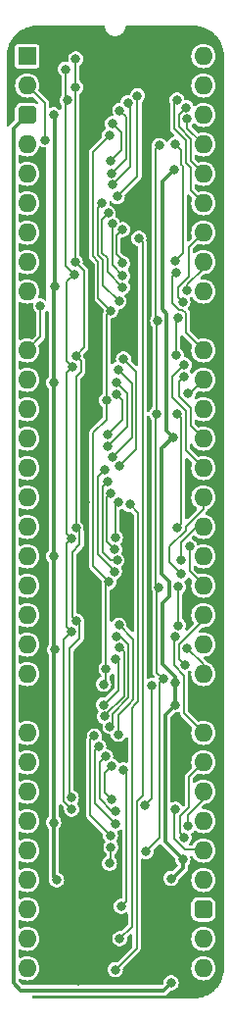
<source format=gbl>
%TF.GenerationSoftware,KiCad,Pcbnew,7.0.5*%
%TF.CreationDate,2024-02-27T19:27:57+02:00*%
%TF.ProjectId,Video Address Counter,56696465-6f20-4416-9464-726573732043,rev?*%
%TF.SameCoordinates,PX4756f08PY2e063a0*%
%TF.FileFunction,Copper,L2,Bot*%
%TF.FilePolarity,Positive*%
%FSLAX46Y46*%
G04 Gerber Fmt 4.6, Leading zero omitted, Abs format (unit mm)*
G04 Created by KiCad (PCBNEW 7.0.5) date 2024-02-27 19:27:57*
%MOMM*%
%LPD*%
G01*
G04 APERTURE LIST*
G04 Aperture macros list*
%AMRoundRect*
0 Rectangle with rounded corners*
0 $1 Rounding radius*
0 $2 $3 $4 $5 $6 $7 $8 $9 X,Y pos of 4 corners*
0 Add a 4 corners polygon primitive as box body*
4,1,4,$2,$3,$4,$5,$6,$7,$8,$9,$2,$3,0*
0 Add four circle primitives for the rounded corners*
1,1,$1+$1,$2,$3*
1,1,$1+$1,$4,$5*
1,1,$1+$1,$6,$7*
1,1,$1+$1,$8,$9*
0 Add four rect primitives between the rounded corners*
20,1,$1+$1,$2,$3,$4,$5,0*
20,1,$1+$1,$4,$5,$6,$7,0*
20,1,$1+$1,$6,$7,$8,$9,0*
20,1,$1+$1,$8,$9,$2,$3,0*%
G04 Aperture macros list end*
%TA.AperFunction,ComponentPad*%
%ADD10R,1.600000X1.600000*%
%TD*%
%TA.AperFunction,ComponentPad*%
%ADD11O,1.600000X1.600000*%
%TD*%
%TA.AperFunction,ComponentPad*%
%ADD12RoundRect,0.400000X-0.400000X-0.400000X0.400000X-0.400000X0.400000X0.400000X-0.400000X0.400000X0*%
%TD*%
%TA.AperFunction,ViaPad*%
%ADD13C,0.800000*%
%TD*%
%TA.AperFunction,Conductor*%
%ADD14C,0.380000*%
%TD*%
%TA.AperFunction,Conductor*%
%ADD15C,0.200000*%
%TD*%
G04 APERTURE END LIST*
D10*
%TO.P,J1,1,Pin_1*%
%TO.N,/~{Reset}*%
X0Y0D03*
D11*
%TO.P,J1,2,Pin_2*%
%TO.N,/L23*%
X0Y-2540000D03*
D12*
%TO.P,J1,3,Pin_3*%
%TO.N,/5V*%
X0Y-5080000D03*
D11*
%TO.P,J1,4,Pin_4*%
%TO.N,/L22*%
X0Y-7620000D03*
%TO.P,J1,5,Pin_5*%
%TO.N,/L21*%
X0Y-10160000D03*
%TO.P,J1,6,Pin_6*%
%TO.N,/L20*%
X0Y-12700000D03*
%TO.P,J1,7,Pin_7*%
%TO.N,/L19*%
X0Y-15240000D03*
%TO.P,J1,8,Pin_8*%
%TO.N,/L18*%
X0Y-17780000D03*
%TO.P,J1,9,Pin_9*%
%TO.N,/L17*%
X0Y-20320000D03*
D10*
%TO.P,J1,10,Pin_10*%
%TO.N,/GND*%
X0Y-22860000D03*
D11*
%TO.P,J1,11,Pin_11*%
%TO.N,/L16*%
X0Y-25400000D03*
%TO.P,J1,12,Pin_12*%
%TO.N,/L15*%
X0Y-27940000D03*
%TO.P,J1,13,Pin_13*%
%TO.N,/L14*%
X0Y-30480000D03*
%TO.P,J1,14,Pin_14*%
%TO.N,/L13*%
X0Y-33020000D03*
%TO.P,J1,15,Pin_15*%
%TO.N,/L12*%
X0Y-35560000D03*
%TO.P,J1,16,Pin_16*%
%TO.N,/L11*%
X0Y-38100000D03*
%TO.P,J1,17,Pin_17*%
%TO.N,/L10*%
X0Y-40640000D03*
%TO.P,J1,18,Pin_18*%
%TO.N,/L9*%
X0Y-43180000D03*
%TO.P,J1,19,Pin_19*%
%TO.N,/L8*%
X0Y-45720000D03*
%TO.P,J1,20,Pin_20*%
%TO.N,/L7*%
X0Y-48260000D03*
%TO.P,J1,21,Pin_21*%
%TO.N,/L6*%
X0Y-50800000D03*
%TO.P,J1,22,Pin_22*%
%TO.N,/L5*%
X0Y-53340000D03*
D10*
%TO.P,J1,23,Pin_23*%
%TO.N,/GND*%
X0Y-55880000D03*
D11*
%TO.P,J1,24,Pin_24*%
%TO.N,/L4*%
X0Y-58420000D03*
%TO.P,J1,25,Pin_25*%
%TO.N,/L3*%
X0Y-60960000D03*
%TO.P,J1,26,Pin_26*%
%TO.N,/L2*%
X0Y-63500000D03*
%TO.P,J1,27,Pin_27*%
%TO.N,/L1*%
X0Y-66040000D03*
%TO.P,J1,28,Pin_28*%
%TO.N,/L0*%
X0Y-68580000D03*
%TO.P,J1,29,Pin_29*%
%TO.N,/~{Latch Count}*%
X0Y-71120000D03*
%TO.P,J1,30,Pin_30*%
%TO.N,/Latch Low*%
X0Y-73660000D03*
%TO.P,J1,31,Pin_31*%
%TO.N,/Latch High*%
X0Y-76200000D03*
%TO.P,J1,32,Pin_32*%
%TO.N,/Latch Bank*%
X0Y-78740000D03*
%TO.P,J1,33,Pin_33*%
%TO.N,unconnected-(J1-Pin_33-Pad33)*%
X15240000Y-78740000D03*
%TO.P,J1,34,Pin_34*%
%TO.N,unconnected-(J1-Pin_34-Pad34)*%
X15240000Y-76200000D03*
D12*
%TO.P,J1,35,Pin_35*%
%TO.N,/5V*%
X15240000Y-73660000D03*
D11*
%TO.P,J1,36,Pin_36*%
%TO.N,/Count Enable*%
X15240000Y-71120000D03*
%TO.P,J1,37,Pin_37*%
%TO.N,/C0*%
X15240000Y-68580000D03*
%TO.P,J1,38,Pin_38*%
%TO.N,/C1*%
X15240000Y-66040000D03*
%TO.P,J1,39,Pin_39*%
%TO.N,/C2*%
X15240000Y-63500000D03*
%TO.P,J1,40,Pin_40*%
%TO.N,/C3*%
X15240000Y-60960000D03*
%TO.P,J1,41,Pin_41*%
%TO.N,/C4*%
X15240000Y-58420000D03*
D10*
%TO.P,J1,42,Pin_42*%
%TO.N,/GND*%
X15240000Y-55880000D03*
D11*
%TO.P,J1,43,Pin_43*%
%TO.N,/C5*%
X15240000Y-53340000D03*
%TO.P,J1,44,Pin_44*%
%TO.N,/C6*%
X15240000Y-50800000D03*
%TO.P,J1,45,Pin_45*%
%TO.N,/C7*%
X15240000Y-48260000D03*
%TO.P,J1,46,Pin_46*%
%TO.N,/C8*%
X15240000Y-45720000D03*
%TO.P,J1,47,Pin_47*%
%TO.N,/C9*%
X15240000Y-43180000D03*
%TO.P,J1,48,Pin_48*%
%TO.N,/C10*%
X15240000Y-40640000D03*
%TO.P,J1,49,Pin_49*%
%TO.N,/C11*%
X15240000Y-38100000D03*
%TO.P,J1,50,Pin_50*%
%TO.N,/C12*%
X15240000Y-35560000D03*
%TO.P,J1,51,Pin_51*%
%TO.N,/C13*%
X15240000Y-33020000D03*
%TO.P,J1,52,Pin_52*%
%TO.N,/C14*%
X15240000Y-30480000D03*
%TO.P,J1,53,Pin_53*%
%TO.N,/C15*%
X15240000Y-27940000D03*
%TO.P,J1,54,Pin_54*%
%TO.N,/C16*%
X15240000Y-25400000D03*
D10*
%TO.P,J1,55,Pin_55*%
%TO.N,/GND*%
X15240000Y-22860000D03*
D11*
%TO.P,J1,56,Pin_56*%
%TO.N,/C17*%
X15240000Y-20320000D03*
%TO.P,J1,57,Pin_57*%
%TO.N,/C18*%
X15240000Y-17780000D03*
%TO.P,J1,58,Pin_58*%
%TO.N,/C19*%
X15240000Y-15240000D03*
%TO.P,J1,59,Pin_59*%
%TO.N,/C20*%
X15240000Y-12700000D03*
%TO.P,J1,60,Pin_60*%
%TO.N,/C21*%
X15240000Y-10160000D03*
%TO.P,J1,61,Pin_61*%
%TO.N,/C22*%
X15240000Y-7620000D03*
%TO.P,J1,62,Pin_62*%
%TO.N,/C23*%
X15240000Y-5080000D03*
%TO.P,J1,63,Pin_63*%
%TO.N,unconnected-(J1-Pin_63-Pad63)*%
X15240000Y-2540000D03*
%TO.P,J1,64,Pin_64*%
%TO.N,/Pixel CLK*%
X15240000Y0D03*
%TD*%
D13*
%TO.N,/3.3V*%
X12826992Y-56007000D03*
X12635000Y-32893000D03*
X12803687Y-54076875D03*
X12749839Y-9791161D03*
X2286000Y-43180000D03*
X2380000Y-19921531D03*
X2286000Y-28194000D03*
X2286000Y-5080000D03*
X12446004Y-70993000D03*
X2380002Y-51256315D03*
X2540000Y-71120000D03*
X13462008Y-69342000D03*
X2286000Y-66167008D03*
%TO.N,/GND*%
X8636000Y-47117000D03*
X5715000Y-23749000D03*
X8636000Y-39878000D03*
X3556000Y-67348500D03*
X4953000Y-8255000D03*
X8519014Y-16179916D03*
X3556000Y-72310000D03*
X4442125Y-79855000D03*
X5461000Y-55118000D03*
X9144000Y-23749000D03*
X5715006Y-45974000D03*
X4953000Y-15621000D03*
X4445000Y-62103000D03*
X5014984Y-38485000D03*
X3556000Y-74295000D03*
X5588000Y-31115000D03*
%TO.N,/5V*%
X12446000Y-80010000D03*
%TO.N,/Latch Low*%
X8128000Y-73406000D03*
X8298000Y-61622000D03*
%TO.N,/LC7*%
X7620000Y-52070000D03*
X6604000Y-56007000D03*
%TO.N,/LC6*%
X6677551Y-57004294D03*
X8001000Y-51054000D03*
%TO.N,/LC5*%
X7726351Y-50092452D03*
X7157105Y-57881809D03*
%TO.N,/LC4*%
X7939830Y-49115502D03*
X7889758Y-58562414D03*
%TO.N,/LC3*%
X7209251Y-67283861D03*
X5798952Y-58700011D03*
%TO.N,/LC2*%
X7620000Y-66294000D03*
X6180233Y-59624473D03*
%TO.N,/LC1*%
X7635651Y-65192700D03*
X6778501Y-60458003D03*
%TO.N,/LC0*%
X7317207Y-61300499D03*
X7339385Y-64209615D03*
%TO.N,/~{Reset}*%
X3810000Y-64008000D03*
X4214545Y-25877316D03*
X4147737Y-17753161D03*
X4191000Y-254000D03*
X4278145Y-48780696D03*
X4208049Y-40724199D03*
X4188125Y-2695000D03*
%TO.N,/Pixel CLK*%
X3834623Y-65007699D03*
X3838000Y-41653213D03*
X3302000Y-1143000D03*
X3937000Y-26865922D03*
X3485583Y-3813850D03*
X3838000Y-49678625D03*
X4059424Y-18838992D03*
%TO.N,/C3*%
X13589000Y-67437000D03*
%TO.N,/C2*%
X13912964Y-66490928D03*
%TO.N,/C0*%
X12827000Y-65023990D03*
%TO.N,/TC_{0..3}*%
X7239000Y-21971000D03*
X6858000Y-29718000D03*
X6604000Y-54229000D03*
X7112000Y-6858000D03*
X10744315Y-54328000D03*
X10160000Y-64682000D03*
X7079907Y-45399405D03*
X6815483Y-52904025D03*
%TO.N,/C7*%
X13630588Y-52529199D03*
%TO.N,/C5*%
X13843559Y-51129185D03*
%TO.N,/C4*%
X12813636Y-50110125D03*
%TO.N,/TC_{4..7}*%
X13081000Y-45823292D03*
X13081640Y-49146704D03*
%TO.N,/Latch High*%
X8001000Y-76200006D03*
X8877949Y-38725224D03*
%TO.N,/LC15*%
X7747000Y-29210000D03*
X6984321Y-32699082D03*
%TO.N,/LC14*%
X6987378Y-33699080D03*
X7747000Y-28194000D03*
%TO.N,/LC13*%
X7874000Y-27051000D03*
X7360574Y-34635000D03*
%TO.N,/LC12*%
X8003977Y-35400531D03*
X8328923Y-26160467D03*
%TO.N,/LC11*%
X7549117Y-44516315D03*
X6731000Y-35687000D03*
%TO.N,/LC10*%
X7773811Y-43541883D03*
X6929045Y-36764132D03*
%TO.N,/LC9*%
X7559177Y-42565186D03*
X7215000Y-37751781D03*
%TO.N,/LC8*%
X7634174Y-41568000D03*
X7884186Y-38494879D03*
%TO.N,/C11*%
X13334992Y-44704000D03*
%TO.N,/C10*%
X13297407Y-43549452D03*
%TO.N,/C8*%
X14044186Y-42319067D03*
%TO.N,/TC_{8..11}*%
X12960150Y-40732006D03*
X12951207Y-30863793D03*
%TO.N,/C15*%
X13903706Y-29149294D03*
%TO.N,/C13*%
X13589000Y-27686000D03*
%TO.N,/C12*%
X13589000Y-26670000D03*
%TO.N,/TC_{12..15}*%
X13016000Y-22595066D03*
X12899764Y-25845687D03*
%TO.N,/L16*%
X1153406Y-21575741D03*
%TO.N,/Latch Bank*%
X9652000Y-15748000D03*
X7620000Y-78867000D03*
%TO.N,/LC20*%
X9536919Y-3422551D03*
X7794031Y-12138000D03*
%TO.N,/LC19*%
X6442739Y-12720725D03*
X7939000Y-21188519D03*
%TO.N,/LC18*%
X7012424Y-13557238D03*
X8259336Y-19956995D03*
%TO.N,/LC17*%
X8258798Y-18956993D03*
X7370906Y-14490777D03*
%TO.N,/LC16*%
X8232000Y-17896468D03*
X8255000Y-14986000D03*
%TO.N,/C19*%
X13462000Y-21209000D03*
%TO.N,/C18*%
X13841690Y-20218093D03*
%TO.N,/C16*%
X12843732Y-18685308D03*
%TO.N,/TC_{16..19}*%
X12776930Y-7601566D03*
X12801866Y-17669314D03*
%TO.N,/C20*%
X12952971Y-3809154D03*
%TO.N,/Count Enable*%
X7112000Y-69688004D03*
X7237693Y-68283459D03*
%TO.N,/~{Latch Count}*%
X11396920Y-45855147D03*
X11290000Y-22860000D03*
X10263000Y-68687996D03*
X11430000Y-7719000D03*
X11752269Y-53770633D03*
X11171361Y-30880000D03*
%TO.N,/L23*%
X1524000Y-7239000D03*
%TO.N,/C22*%
X13854555Y-5435987D03*
%TO.N,/C21*%
X13725308Y-4444372D03*
%TO.N,/LC23*%
X7191372Y-9061171D03*
X7366000Y-5842000D03*
%TO.N,/LC22*%
X7326283Y-10120284D03*
X8001000Y-4699000D03*
%TO.N,/LC21*%
X7351479Y-11119969D03*
X8734463Y-4019267D03*
%TD*%
D14*
%TO.N,/3.3V*%
X12803687Y-54076875D02*
X12803687Y-53570687D01*
X2286000Y-66167008D02*
X2286000Y-70866000D01*
X2286000Y-66167008D02*
X2286000Y-51350317D01*
X2286000Y-43180000D02*
X2286000Y-28194000D01*
X12080000Y-32338000D02*
X12080000Y-22248275D01*
X11684000Y-47216000D02*
X12291000Y-46609000D01*
X12291000Y-45339000D02*
X11635530Y-44683530D01*
X2286000Y-51350317D02*
X2380002Y-51256315D01*
X12573000Y-70993000D02*
X12446004Y-70993000D01*
X2380000Y-5174000D02*
X2380000Y-19921531D01*
X11684000Y-21852275D02*
X11684000Y-10857000D01*
X2286000Y-43180000D02*
X2286000Y-51162313D01*
X11938000Y-56895992D02*
X11938000Y-67817992D01*
X12826992Y-56007000D02*
X11938000Y-56895992D01*
X12080000Y-22248275D02*
X11684000Y-21852275D01*
X11635530Y-33892470D02*
X12635000Y-32893000D01*
X12291000Y-46609000D02*
X12291000Y-45339000D01*
X12803687Y-53570687D02*
X11684000Y-52451000D01*
X2286000Y-20015531D02*
X2380000Y-19921531D01*
X11684000Y-10857000D02*
X12749839Y-9791161D01*
X11938000Y-67817992D02*
X13462008Y-69342000D01*
X2286000Y-5080000D02*
X2380000Y-5174000D01*
X11635530Y-44683530D02*
X11635530Y-33892470D01*
X2286000Y-28194000D02*
X2286000Y-20015531D01*
X12635000Y-32893000D02*
X12080000Y-32338000D01*
X13462008Y-70103992D02*
X12573000Y-70993000D01*
X11684000Y-52451000D02*
X11684000Y-47216000D01*
X12803687Y-54076875D02*
X12803687Y-55983695D01*
X2286000Y-70866000D02*
X2540000Y-71120000D01*
X2286000Y-51162313D02*
X2380002Y-51256315D01*
X12803687Y-55983695D02*
X12826992Y-56007000D01*
X13462008Y-69342000D02*
X13462008Y-70103992D01*
%TO.N,/GND*%
X3556000Y-67348500D02*
X3556000Y-72310000D01*
X4826000Y-62738000D02*
X4826000Y-66078500D01*
X9144000Y-23749000D02*
X9271000Y-23622000D01*
X3556000Y-78968875D02*
X3556000Y-74295000D01*
X5461000Y-55118000D02*
X5461000Y-46228000D01*
X5014984Y-31688016D02*
X5588000Y-31115000D01*
X8636000Y-39878000D02*
X8636000Y-47117000D01*
X5588000Y-31115000D02*
X5588000Y-23876000D01*
X9271000Y-16931902D02*
X8519014Y-16179916D01*
X4953000Y-17303188D02*
X4953000Y-15621000D01*
X5588000Y-23876000D02*
X5715000Y-23749000D01*
X9271000Y-23622000D02*
X9271000Y-16931902D01*
X5715000Y-45974000D02*
X5715006Y-45974000D01*
X4445000Y-62357000D02*
X4826000Y-62738000D01*
X4442125Y-79855000D02*
X3556000Y-78968875D01*
X5014984Y-38485000D02*
X5014984Y-31688016D01*
X3556000Y-72310000D02*
X3556000Y-74295000D01*
X4445000Y-62103000D02*
X4445000Y-62357000D01*
X4826000Y-66078500D02*
X3556000Y-67348500D01*
X5715000Y-23749000D02*
X5657001Y-23691001D01*
X4445000Y-56134000D02*
X4445000Y-62103000D01*
X5657001Y-18007189D02*
X4953000Y-17303188D01*
X5461000Y-46228000D02*
X5715000Y-45974000D01*
X5657001Y-23691001D02*
X5657001Y-18007189D01*
X4953000Y-8255000D02*
X4953000Y-15621000D01*
X5461000Y-55118000D02*
X4445000Y-56134000D01*
%TO.N,/5V*%
X-1190000Y-6270000D02*
X-1190000Y-80038436D01*
X0Y-5080000D02*
X-1190000Y-6270000D01*
X-583436Y-80645000D02*
X11811000Y-80645000D01*
X11811000Y-80645000D02*
X12446000Y-80010000D01*
X-1190000Y-80038436D02*
X-583436Y-80645000D01*
D15*
%TO.N,/Latch Low*%
X8598000Y-61922000D02*
X8298000Y-61622000D01*
X8128000Y-73406000D02*
X8598000Y-72936000D01*
X8598000Y-72936000D02*
X8598000Y-61922000D01*
%TO.N,/LC7*%
X7874000Y-54737000D02*
X6604000Y-56007000D01*
X7874000Y-52324000D02*
X7874000Y-54737000D01*
X7620000Y-52070000D02*
X7874000Y-52324000D01*
%TO.N,/LC6*%
X8001000Y-51054000D02*
X8367999Y-51420999D01*
X8367999Y-51420999D02*
X8367999Y-55238721D01*
X8367999Y-55238721D02*
X6677551Y-56929169D01*
X6677551Y-56929169D02*
X6677551Y-57004294D01*
%TO.N,/LC5*%
X8767999Y-50831049D02*
X8767999Y-55404407D01*
X7726351Y-50092452D02*
X8029402Y-50092452D01*
X7377551Y-56794855D02*
X7377551Y-57661363D01*
X7377551Y-57661363D02*
X7157105Y-57881809D01*
X8029402Y-50092452D02*
X8767999Y-50831049D01*
X8767999Y-55404407D02*
X7377551Y-56794855D01*
%TO.N,/LC4*%
X9167999Y-50343671D02*
X9167999Y-55570093D01*
X8801000Y-55937091D02*
X8801000Y-55957371D01*
X7939830Y-49115502D02*
X9167999Y-50343671D01*
X7889758Y-56868612D02*
X7889758Y-58562414D01*
X8801000Y-55957371D02*
X7889758Y-56868612D01*
X9167999Y-55570093D02*
X8801000Y-55937091D01*
%TO.N,/LC3*%
X5461000Y-65535610D02*
X7209251Y-67283861D01*
X5798952Y-58700011D02*
X5461000Y-59037963D01*
X5461000Y-59037963D02*
X5461000Y-65535610D01*
%TO.N,/LC2*%
X5861000Y-59943706D02*
X5861000Y-64535000D01*
X6180233Y-59624473D02*
X5861000Y-59943706D01*
X5861000Y-64535000D02*
X7620000Y-66294000D01*
%TO.N,/LC1*%
X7332520Y-65192700D02*
X7635651Y-65192700D01*
X6261000Y-60975504D02*
X6261000Y-64121180D01*
X6261000Y-64121180D02*
X7332520Y-65192700D01*
X6778501Y-60458003D02*
X6261000Y-60975504D01*
%TO.N,/LC0*%
X6731000Y-61886706D02*
X7317207Y-61300499D01*
X6731000Y-63601230D02*
X6731000Y-61886706D01*
X7339385Y-64209615D02*
X6731000Y-63601230D01*
%TO.N,/~{Reset}*%
X4208049Y-40724199D02*
X4538000Y-41054150D01*
X4538000Y-42198000D02*
X3937000Y-42799000D01*
X4214545Y-25877316D02*
X4919000Y-25172861D01*
X4699000Y-27220874D02*
X4699000Y-26361771D01*
X4538000Y-41054150D02*
X4538000Y-42198000D01*
X4208049Y-27711825D02*
X4699000Y-27220874D01*
X4191000Y-2692125D02*
X4188125Y-2695000D01*
X3683000Y-63881000D02*
X3810000Y-64008000D01*
X4278145Y-48780696D02*
X4538000Y-49040551D01*
X3937000Y-48439551D02*
X4278145Y-48780696D01*
X4191000Y-254000D02*
X4191000Y-2692125D01*
X4538000Y-49040551D02*
X4538000Y-50292000D01*
X4919000Y-18524424D02*
X4147737Y-17753161D01*
X4919000Y-25172861D02*
X4919000Y-18524424D01*
X3937000Y-42799000D02*
X3937000Y-48439551D01*
X4208049Y-40724199D02*
X4208049Y-27711825D01*
X4188125Y-2695000D02*
X4188125Y-17712773D01*
X3683000Y-51147000D02*
X3683000Y-63881000D01*
X4538000Y-50292000D02*
X3683000Y-51147000D01*
X4188125Y-17712773D02*
X4147737Y-17753161D01*
X4699000Y-26361771D02*
X4214545Y-25877316D01*
%TO.N,/Pixel CLK*%
X3110000Y-64297950D02*
X3819749Y-65007699D01*
X3302000Y-18081568D02*
X4059424Y-18838992D01*
X3838000Y-49678625D02*
X3429000Y-49269625D01*
X3838000Y-49678625D02*
X3110000Y-50406625D01*
X3485583Y-3813850D02*
X3302000Y-3997433D01*
X3429000Y-41244213D02*
X3429000Y-27373922D01*
X3838000Y-41653213D02*
X3429000Y-41244213D01*
X3429000Y-49269625D02*
X3429000Y-42062213D01*
X3429000Y-27373922D02*
X3937000Y-26865922D01*
X3110000Y-50406625D02*
X3110000Y-64297950D01*
X3937000Y-26865922D02*
X3429000Y-26357922D01*
X3429000Y-19469416D02*
X4059424Y-18838992D01*
X3302000Y-1143000D02*
X3302000Y-3630267D01*
X3302000Y-3630267D02*
X3485583Y-3813850D01*
X3819749Y-65007699D02*
X3834623Y-65007699D01*
X3429000Y-26357922D02*
X3429000Y-19469416D01*
X3302000Y-3997433D02*
X3302000Y-18081568D01*
X3429000Y-42062213D02*
X3838000Y-41653213D01*
%TO.N,/C3*%
X13208000Y-65632950D02*
X13208000Y-67056000D01*
X13208000Y-67056000D02*
X13589000Y-67437000D01*
X13970000Y-64870950D02*
X13208000Y-65632950D01*
X15240000Y-60960000D02*
X13970000Y-62230000D01*
X13970000Y-62230000D02*
X13970000Y-64870950D01*
%TO.N,/C2*%
X13912964Y-65493671D02*
X13912964Y-66490928D01*
X15240000Y-64166635D02*
X13912964Y-65493671D01*
%TO.N,/C0*%
X13651000Y-68515000D02*
X12687000Y-67551000D01*
X15175000Y-68515000D02*
X13651000Y-68515000D01*
X12687000Y-67551000D02*
X12687000Y-65163990D01*
X12687000Y-65163990D02*
X12827000Y-65023990D01*
%TO.N,/TC_{0..3}*%
X5715000Y-44034498D02*
X7079907Y-45399405D01*
X6858000Y-31369000D02*
X5715000Y-32512000D01*
X10160000Y-64682000D02*
X10744315Y-64097685D01*
X6858000Y-29718000D02*
X6858000Y-31369000D01*
X5715000Y-32512000D02*
X5715000Y-44034498D01*
X6858000Y-22352000D02*
X7239000Y-21971000D01*
X6815483Y-52904025D02*
X6815483Y-54017517D01*
X5677001Y-8292999D02*
X5677001Y-17303037D01*
X6815483Y-52904025D02*
X6815483Y-45663829D01*
X6815483Y-54017517D02*
X6604000Y-54229000D01*
X6815483Y-45663829D02*
X7079907Y-45399405D01*
X10744315Y-64097685D02*
X10744315Y-54328000D01*
X6147000Y-17773035D02*
X6147000Y-20879000D01*
X6858000Y-29718000D02*
X6858000Y-22352000D01*
X5677001Y-17303037D02*
X6147000Y-17773035D01*
X7112000Y-6858000D02*
X5677001Y-8292999D01*
X6147000Y-20879000D02*
X7239000Y-21971000D01*
%TO.N,/C7*%
X13143559Y-50770153D02*
X13143559Y-52042170D01*
X15240000Y-48673712D02*
X13143559Y-50770153D01*
X13143559Y-52042170D02*
X13630588Y-52529199D01*
%TO.N,/C5*%
X15240000Y-53340000D02*
X15240000Y-52525626D01*
X15240000Y-52525626D02*
X13843559Y-51129185D01*
%TO.N,/C4*%
X12700000Y-50223761D02*
X12813636Y-50110125D01*
X13581012Y-56761012D02*
X13581012Y-53469573D01*
X13581012Y-53469573D02*
X12700000Y-52588561D01*
X12700000Y-52588561D02*
X12700000Y-50223761D01*
X15240000Y-58420000D02*
X13581012Y-56761012D01*
%TO.N,/TC_{4..7}*%
X13081640Y-45823932D02*
X13081000Y-45823292D01*
X13081640Y-49146704D02*
X13081640Y-45823932D01*
%TO.N,/Latch High*%
X9060000Y-56264055D02*
X9060000Y-75141006D01*
X8877949Y-38725224D02*
X9568000Y-39415275D01*
X9568000Y-39415275D02*
X9568000Y-55735777D01*
X9568000Y-55735777D02*
X9328000Y-55975777D01*
X9060000Y-75141006D02*
X8001000Y-76200006D01*
X9328000Y-55975777D02*
X9328000Y-55996055D01*
X9328000Y-55996055D02*
X9060000Y-56264055D01*
%TO.N,/LC15*%
X8255000Y-31428403D02*
X6984321Y-32699082D01*
X7747000Y-29210000D02*
X8255000Y-29718000D01*
X8255000Y-29718000D02*
X8255000Y-31428403D01*
%TO.N,/LC14*%
X8655000Y-32031458D02*
X6987378Y-33699080D01*
X8655000Y-29102000D02*
X8655000Y-32031458D01*
X7747000Y-28194000D02*
X8655000Y-29102000D01*
%TO.N,/LC13*%
X9055000Y-28232000D02*
X9055000Y-32940574D01*
X9055000Y-32940574D02*
X7360574Y-34635000D01*
X7874000Y-27051000D02*
X9055000Y-28232000D01*
%TO.N,/LC12*%
X9454999Y-33949509D02*
X8003977Y-35400531D01*
X9454999Y-27286543D02*
X9454999Y-33949509D01*
X8328923Y-26160467D02*
X9454999Y-27286543D01*
%TO.N,/LC11*%
X6731000Y-35687000D02*
X6115000Y-36303000D01*
X6115000Y-36303000D02*
X6115000Y-42976636D01*
X6115000Y-42976636D02*
X7549117Y-44410753D01*
X7549117Y-44410753D02*
X7549117Y-44516315D01*
%TO.N,/LC10*%
X6515000Y-37178177D02*
X6515000Y-42810950D01*
X6515000Y-42810950D02*
X7245933Y-43541883D01*
X6929045Y-36764132D02*
X6515000Y-37178177D01*
X7245933Y-43541883D02*
X7773811Y-43541883D01*
%TO.N,/LC9*%
X7215000Y-37751781D02*
X6915000Y-38051781D01*
X6915000Y-38051781D02*
X6915000Y-41921009D01*
X6915000Y-41921009D02*
X7559177Y-42565186D01*
%TO.N,/LC8*%
X7634174Y-38744891D02*
X7634174Y-41568000D01*
X7884186Y-38494879D02*
X7634174Y-38744891D01*
%TO.N,/C11*%
X13708024Y-40974083D02*
X12319000Y-42363107D01*
X13708024Y-40616341D02*
X13708024Y-40974083D01*
X15240000Y-38100000D02*
X15240000Y-39084365D01*
X12319000Y-43688008D02*
X13334992Y-44704000D01*
X15240000Y-39084365D02*
X13708024Y-40616341D01*
X12319000Y-42363107D02*
X12319000Y-43688008D01*
%TO.N,/C10*%
X14631050Y-40640000D02*
X13297407Y-41973643D01*
X13297407Y-41973643D02*
X13297407Y-43549452D01*
%TO.N,/C8*%
X15240000Y-45665010D02*
X14044186Y-44469196D01*
X14044186Y-44469196D02*
X14044186Y-42319067D01*
%TO.N,/TC_{8..11}*%
X13335000Y-31247586D02*
X12951207Y-30863793D01*
X13335000Y-40357156D02*
X13335000Y-31247586D01*
X12960150Y-40732006D02*
X13335000Y-40357156D01*
%TO.N,/C15*%
X14030706Y-29149294D02*
X13903706Y-29149294D01*
X15240000Y-27940000D02*
X14030706Y-29149294D01*
%TO.N,/C13*%
X13140206Y-29375744D02*
X13140206Y-28134794D01*
X14135000Y-30370538D02*
X13140206Y-29375744D01*
X13140206Y-28134794D02*
X13589000Y-27686000D01*
X15240000Y-33020000D02*
X14135000Y-31915000D01*
X14135000Y-31915000D02*
X14135000Y-30370538D01*
%TO.N,/C12*%
X12573000Y-27686000D02*
X13589000Y-26670000D01*
X12573000Y-29495636D02*
X12573000Y-27686000D01*
X15240000Y-35560000D02*
X13735000Y-34055000D01*
X13735000Y-34055000D02*
X13735000Y-30657636D01*
X13735000Y-30657636D02*
X12573000Y-29495636D01*
%TO.N,/TC_{12..15}*%
X12899764Y-22711302D02*
X13016000Y-22595066D01*
X12899764Y-25845687D02*
X12899764Y-22711302D01*
%TO.N,/L16*%
X0Y-25400000D02*
X1153406Y-24246594D01*
X1153406Y-24246594D02*
X1153406Y-21575741D01*
%TO.N,/Latch Bank*%
X9968000Y-16064000D02*
X9968000Y-63845050D01*
X9652000Y-15748000D02*
X9968000Y-16064000D01*
X9968000Y-63845050D02*
X9460000Y-64353050D01*
X9460000Y-64353050D02*
X9460000Y-77027000D01*
X9460000Y-77027000D02*
X7620000Y-78867000D01*
%TO.N,/LC20*%
X9536919Y-10395112D02*
X7794031Y-12138000D01*
X9536919Y-3422551D02*
X9536919Y-10395112D01*
%TO.N,/LC19*%
X6547000Y-19796519D02*
X7939000Y-21188519D01*
X6547000Y-17607350D02*
X6547000Y-19796519D01*
X6442739Y-12720725D02*
X6077000Y-13086464D01*
X6077000Y-17137351D02*
X6547000Y-17607350D01*
X6077000Y-13086464D02*
X6077000Y-17137351D01*
%TO.N,/LC18*%
X6477000Y-16971665D02*
X6947000Y-17441665D01*
X6947000Y-18644659D02*
X8259336Y-19956995D01*
X6947000Y-17441665D02*
X6947000Y-18644659D01*
X7012424Y-13557238D02*
X6477000Y-14092662D01*
X6477000Y-14092662D02*
X6477000Y-16971665D01*
%TO.N,/LC17*%
X7347000Y-18045195D02*
X8258798Y-18956993D01*
X7370906Y-14490777D02*
X7347000Y-14514683D01*
X7347000Y-14514683D02*
X7347000Y-18045195D01*
%TO.N,/LC16*%
X7747000Y-15494000D02*
X7747000Y-17110294D01*
X8232000Y-17595294D02*
X8232000Y-17896468D01*
X8255000Y-14986000D02*
X7747000Y-15494000D01*
X7747000Y-17110294D02*
X8232000Y-17595294D01*
%TO.N,/C19*%
X13081000Y-19939000D02*
X13081000Y-20828000D01*
X13970000Y-16510000D02*
X13970000Y-19050000D01*
X15240000Y-15240000D02*
X13970000Y-16510000D01*
X13970000Y-19050000D02*
X13081000Y-19939000D01*
X13081000Y-20828000D02*
X13462000Y-21209000D01*
%TO.N,/C18*%
X13841690Y-19743996D02*
X13841690Y-20218093D01*
X15240000Y-18345686D02*
X13841690Y-19743996D01*
%TO.N,/C16*%
X13427383Y-21910333D02*
X13172050Y-21910333D01*
X15240000Y-25400000D02*
X13716000Y-23876000D01*
X12573000Y-21311283D02*
X12573000Y-18956040D01*
X13716000Y-23876000D02*
X13716000Y-22198950D01*
X13172050Y-21910333D02*
X12573000Y-21311283D01*
X13716000Y-22198950D02*
X13427383Y-21910333D01*
X12573000Y-18956040D02*
X12843732Y-18685308D01*
%TO.N,/TC_{16..19}*%
X13462000Y-9513372D02*
X13335000Y-9386372D01*
X13335000Y-9386372D02*
X13335000Y-8159636D01*
X13462000Y-17009180D02*
X13462000Y-9513372D01*
X13335000Y-8159636D02*
X12776930Y-7601566D01*
X12801866Y-17669314D02*
X13462000Y-17009180D01*
%TO.N,/C20*%
X13735000Y-7315686D02*
X12700000Y-6280686D01*
X14140000Y-11600000D02*
X14140000Y-9625686D01*
X13735000Y-9220685D02*
X13735000Y-7315686D01*
X14140000Y-9625686D02*
X13735000Y-9220685D01*
X15240000Y-12700000D02*
X14140000Y-11600000D01*
X12700000Y-4062125D02*
X12952971Y-3809154D01*
X12700000Y-6280686D02*
X12700000Y-4062125D01*
%TO.N,/Count Enable*%
X7237693Y-69562311D02*
X7237693Y-68283459D01*
X7112000Y-69688004D02*
X7237693Y-69562311D01*
%TO.N,/~{Latch Count}*%
X11176000Y-30875361D02*
X11171361Y-30880000D01*
X11444343Y-67506653D02*
X11444343Y-54078559D01*
X11176000Y-22974000D02*
X11176000Y-30875361D01*
X11194000Y-53212364D02*
X11752269Y-53770633D01*
X11396920Y-45855147D02*
X11145532Y-45603759D01*
X11145532Y-45603759D02*
X11145532Y-30905829D01*
X11120000Y-22690000D02*
X11120000Y-8029000D01*
X11290000Y-22860000D02*
X11176000Y-22974000D01*
X11120000Y-8029000D02*
X11430000Y-7719000D01*
X11444343Y-54078559D02*
X11752269Y-53770633D01*
X11290000Y-22860000D02*
X11120000Y-22690000D01*
X10263000Y-68687996D02*
X11444343Y-67506653D01*
X11145532Y-30905829D02*
X11171361Y-30880000D01*
X11396920Y-45855147D02*
X11194000Y-46058067D01*
X11194000Y-46058067D02*
X11194000Y-53212364D01*
%TO.N,/L23*%
X1524000Y-4064000D02*
X1524000Y-7239000D01*
X0Y-2540000D02*
X1524000Y-4064000D01*
%TO.N,/C22*%
X13854555Y-6234555D02*
X13854555Y-5435987D01*
X15240000Y-7620000D02*
X13854555Y-6234555D01*
%TO.N,/C21*%
X15240000Y-10160000D02*
X14135000Y-9055000D01*
X14135000Y-7150000D02*
X13100000Y-6115000D01*
X13100000Y-5069680D02*
X13725308Y-4444372D01*
X14135000Y-9055000D02*
X14135000Y-7150000D01*
X13100000Y-6115000D02*
X13100000Y-5069680D01*
%TO.N,/LC23*%
X8128000Y-8124543D02*
X7191372Y-9061171D01*
X7366000Y-5842000D02*
X8128000Y-6604000D01*
X8128000Y-6604000D02*
X8128000Y-8124543D01*
%TO.N,/LC22*%
X8001000Y-4699000D02*
X8528000Y-5226000D01*
X8528000Y-8918567D02*
X7326283Y-10120284D01*
X8528000Y-5226000D02*
X8528000Y-8918567D01*
%TO.N,/LC21*%
X8928000Y-9543448D02*
X7351479Y-11119969D01*
X8734463Y-4019267D02*
X8928000Y-4212804D01*
X8928000Y-4212804D02*
X8928000Y-9543448D01*
%TD*%
%TA.AperFunction,Conductor*%
%TO.N,/GND*%
G36*
X13589000Y2613573D02*
G01*
X13589000Y-3651787D01*
X13533191Y-3504631D01*
X13443454Y-3374624D01*
X13325211Y-3269871D01*
X13325209Y-3269870D01*
X13325208Y-3269869D01*
X13185336Y-3196457D01*
X13031957Y-3158654D01*
X13031956Y-3158654D01*
X12873986Y-3158654D01*
X12873985Y-3158654D01*
X12720605Y-3196457D01*
X12580733Y-3269869D01*
X12462487Y-3374625D01*
X12372752Y-3504629D01*
X12372751Y-3504630D01*
X12316733Y-3652335D01*
X12297693Y-3809153D01*
X12297693Y-3809154D01*
X12316733Y-3965972D01*
X12341442Y-4031122D01*
X12349500Y-4075093D01*
X12349500Y-6231474D01*
X12346861Y-6256918D01*
X12344957Y-6265997D01*
X12344957Y-6266003D01*
X12349023Y-6298623D01*
X12349500Y-6306300D01*
X12349500Y-6309726D01*
X12351000Y-6318717D01*
X12352876Y-6329962D01*
X12353245Y-6332494D01*
X12359427Y-6382079D01*
X12361520Y-6389112D01*
X12363907Y-6396065D01*
X12363908Y-6396067D01*
X12371608Y-6410295D01*
X12387691Y-6440016D01*
X12388864Y-6442294D01*
X12410802Y-6487170D01*
X12410804Y-6487172D01*
X12415071Y-6493150D01*
X12419582Y-6498945D01*
X12456341Y-6532784D01*
X12458190Y-6534558D01*
X12684283Y-6760651D01*
X12717768Y-6821974D01*
X12712784Y-6891666D01*
X12670912Y-6947599D01*
X12626278Y-6968729D01*
X12544562Y-6988870D01*
X12404692Y-7062281D01*
X12286446Y-7167037D01*
X12196711Y-7297041D01*
X12196710Y-7297042D01*
X12185614Y-7326299D01*
X12143434Y-7382001D01*
X12077836Y-7406056D01*
X12009646Y-7390828D01*
X11967623Y-7352765D01*
X11962134Y-7344813D01*
X11920483Y-7284470D01*
X11802240Y-7179717D01*
X11802238Y-7179716D01*
X11802237Y-7179715D01*
X11662365Y-7106303D01*
X11508986Y-7068500D01*
X11508985Y-7068500D01*
X11351015Y-7068500D01*
X11351014Y-7068500D01*
X11197634Y-7106303D01*
X11057762Y-7179715D01*
X10939516Y-7284471D01*
X10849781Y-7414475D01*
X10849780Y-7414476D01*
X10793762Y-7562181D01*
X10774722Y-7718999D01*
X10774722Y-7719000D01*
X10792431Y-7864854D01*
X10788188Y-7915156D01*
X10786509Y-7920798D01*
X10785724Y-7923250D01*
X10769498Y-7970514D01*
X10768290Y-7977751D01*
X10767382Y-7985041D01*
X10769447Y-8034947D01*
X10769500Y-8037510D01*
X10769500Y-22430317D01*
X10749815Y-22497356D01*
X10747550Y-22500757D01*
X10709781Y-22555475D01*
X10709780Y-22555476D01*
X10653762Y-22703181D01*
X10634722Y-22859999D01*
X10634722Y-22860000D01*
X10653762Y-23016818D01*
X10666587Y-23050633D01*
X10709780Y-23164523D01*
X10799517Y-23294530D01*
X10799518Y-23294531D01*
X10803550Y-23300372D01*
X10825433Y-23366726D01*
X10825500Y-23370812D01*
X10825500Y-30261539D01*
X10805815Y-30328578D01*
X10783727Y-30354355D01*
X10680877Y-30445471D01*
X10591142Y-30575475D01*
X10591141Y-30575476D01*
X10558442Y-30661697D01*
X10516264Y-30717400D01*
X10450666Y-30741457D01*
X10382476Y-30726230D01*
X10333343Y-30676554D01*
X10318500Y-30617726D01*
X10318500Y-16113206D01*
X10321139Y-16087760D01*
X10323042Y-16078685D01*
X10319781Y-16052523D01*
X10318977Y-16046068D01*
X10318500Y-16038391D01*
X10318500Y-16034963D01*
X10318499Y-16034957D01*
X10315123Y-16014728D01*
X10314753Y-16012188D01*
X10313418Y-16001484D01*
X10308573Y-15962607D01*
X10308572Y-15962604D01*
X10306481Y-15955579D01*
X10300755Y-15938896D01*
X10302376Y-15938339D01*
X10302314Y-15937956D01*
X10302714Y-15937890D01*
X10291006Y-15883082D01*
X10291556Y-15877481D01*
X10307278Y-15748000D01*
X10288237Y-15591182D01*
X10232220Y-15443477D01*
X10142483Y-15313470D01*
X10024240Y-15208717D01*
X10024238Y-15208716D01*
X10024237Y-15208715D01*
X9884365Y-15135303D01*
X9730986Y-15097500D01*
X9730985Y-15097500D01*
X9573015Y-15097500D01*
X9573014Y-15097500D01*
X9419634Y-15135303D01*
X9279762Y-15208715D01*
X9161516Y-15313471D01*
X9071781Y-15443475D01*
X9071780Y-15443476D01*
X9015762Y-15591181D01*
X8996722Y-15747999D01*
X8996722Y-15748000D01*
X9015762Y-15904818D01*
X9037678Y-15962604D01*
X9071780Y-16052523D01*
X9161517Y-16182530D01*
X9279760Y-16287283D01*
X9279762Y-16287284D01*
X9419634Y-16360696D01*
X9451733Y-16368607D01*
X9523175Y-16386215D01*
X9583555Y-16421370D01*
X9615344Y-16483589D01*
X9617500Y-16506612D01*
X9617500Y-26654000D01*
X9597815Y-26721039D01*
X9545011Y-26766794D01*
X9475853Y-26776738D01*
X9412297Y-26747713D01*
X9405819Y-26741681D01*
X9009612Y-26345474D01*
X8976127Y-26284151D01*
X8974197Y-26242851D01*
X8984201Y-26160467D01*
X8965160Y-26003649D01*
X8909143Y-25855944D01*
X8819406Y-25725937D01*
X8701163Y-25621184D01*
X8701161Y-25621183D01*
X8701160Y-25621182D01*
X8561288Y-25547770D01*
X8407909Y-25509967D01*
X8407908Y-25509967D01*
X8249938Y-25509967D01*
X8249937Y-25509967D01*
X8096557Y-25547770D01*
X7956685Y-25621182D01*
X7838439Y-25725938D01*
X7748704Y-25855942D01*
X7748703Y-25855943D01*
X7692685Y-26003648D01*
X7673645Y-26160466D01*
X7673645Y-26160467D01*
X7693124Y-26320899D01*
X7681663Y-26389822D01*
X7634759Y-26441608D01*
X7627654Y-26445641D01*
X7501762Y-26511714D01*
X7414727Y-26588821D01*
X7351493Y-26618542D01*
X7282230Y-26609358D01*
X7228927Y-26564186D01*
X7208507Y-26497366D01*
X7208500Y-26496005D01*
X7208500Y-22744648D01*
X7228185Y-22677609D01*
X7280989Y-22631854D01*
X7310746Y-22623470D01*
X7310703Y-22623295D01*
X7316029Y-22621982D01*
X7317560Y-22621551D01*
X7317975Y-22621500D01*
X7317985Y-22621500D01*
X7471365Y-22583696D01*
X7611240Y-22510283D01*
X7729483Y-22405530D01*
X7819220Y-22275523D01*
X7875237Y-22127818D01*
X7894278Y-21971000D01*
X7894278Y-21970998D01*
X7894278Y-21963500D01*
X7897513Y-21963500D01*
X7906629Y-21908950D01*
X7953576Y-21857203D01*
X8010687Y-21841137D01*
X8010540Y-21839923D01*
X8017985Y-21839019D01*
X8171365Y-21801215D01*
X8311240Y-21727802D01*
X8429483Y-21623049D01*
X8519220Y-21493042D01*
X8575237Y-21345337D01*
X8594278Y-21188519D01*
X8591671Y-21167044D01*
X8575237Y-21031700D01*
X8536973Y-20930808D01*
X8519220Y-20883996D01*
X8431480Y-20756883D01*
X8409598Y-20690530D01*
X8427063Y-20622878D01*
X8478331Y-20575408D01*
X8489571Y-20570498D01*
X8491690Y-20569693D01*
X8491701Y-20569691D01*
X8631576Y-20496278D01*
X8749819Y-20391525D01*
X8839556Y-20261518D01*
X8895573Y-20113813D01*
X8914614Y-19956995D01*
X8895573Y-19800177D01*
X8839556Y-19652472D01*
X8752978Y-19527042D01*
X8731096Y-19460690D01*
X8748561Y-19393038D01*
X8752964Y-19386185D01*
X8839018Y-19261516D01*
X8895035Y-19113811D01*
X8914076Y-18956993D01*
X8900806Y-18847699D01*
X8895035Y-18800174D01*
X8862951Y-18715576D01*
X8839018Y-18652470D01*
X8753441Y-18528490D01*
X8749280Y-18522461D01*
X8732048Y-18507196D01*
X8694921Y-18448007D01*
X8695687Y-18378142D01*
X8718530Y-18337383D01*
X8718222Y-18337171D01*
X8720495Y-18333876D01*
X8721467Y-18332144D01*
X8722475Y-18331004D01*
X8722483Y-18330998D01*
X8812220Y-18200991D01*
X8868237Y-18053286D01*
X8887278Y-17896468D01*
X8884896Y-17876846D01*
X8868237Y-17739649D01*
X8841562Y-17669314D01*
X8812220Y-17591945D01*
X8722483Y-17461938D01*
X8604240Y-17357185D01*
X8604238Y-17357184D01*
X8604237Y-17357183D01*
X8464366Y-17283772D01*
X8433953Y-17276276D01*
X8375947Y-17243560D01*
X8133819Y-17001431D01*
X8100334Y-16940108D01*
X8097500Y-16913750D01*
X8097500Y-15760500D01*
X8117185Y-15693461D01*
X8169989Y-15647706D01*
X8221500Y-15636500D01*
X8333985Y-15636500D01*
X8487365Y-15598696D01*
X8487365Y-15598695D01*
X8627240Y-15525283D01*
X8745483Y-15420530D01*
X8835220Y-15290523D01*
X8891237Y-15142818D01*
X8910278Y-14986000D01*
X8891237Y-14829182D01*
X8835220Y-14681477D01*
X8745483Y-14551470D01*
X8627240Y-14446717D01*
X8627238Y-14446716D01*
X8627237Y-14446715D01*
X8487365Y-14373303D01*
X8333986Y-14335500D01*
X8333985Y-14335500D01*
X8176015Y-14335500D01*
X8176014Y-14335500D01*
X8128774Y-14347143D01*
X8058971Y-14344073D01*
X8001910Y-14303753D01*
X7983159Y-14270719D01*
X7951126Y-14186254D01*
X7861389Y-14056247D01*
X7743146Y-13951494D01*
X7740193Y-13949944D01*
X7686516Y-13921771D01*
X7636304Y-13873185D01*
X7620330Y-13805166D01*
X7628200Y-13768006D01*
X7648661Y-13714056D01*
X7667702Y-13557238D01*
X7648661Y-13400420D01*
X7592644Y-13252715D01*
X7502907Y-13122708D01*
X7384664Y-13017955D01*
X7384662Y-13017954D01*
X7384661Y-13017953D01*
X7244790Y-12944542D01*
X7182557Y-12929203D01*
X7122176Y-12894047D01*
X7090388Y-12831827D01*
X7089136Y-12793865D01*
X7098017Y-12720725D01*
X7092486Y-12675176D01*
X7103946Y-12606255D01*
X7150849Y-12554469D01*
X7218305Y-12536261D01*
X7284896Y-12557413D01*
X7297297Y-12568274D01*
X7297934Y-12567556D01*
X7303547Y-12572528D01*
X7303548Y-12572530D01*
X7421791Y-12677283D01*
X7421793Y-12677284D01*
X7561665Y-12750696D01*
X7715045Y-12788500D01*
X7715046Y-12788500D01*
X7873016Y-12788500D01*
X8026396Y-12750696D01*
X8083502Y-12720724D01*
X8166271Y-12677283D01*
X8284514Y-12572530D01*
X8374251Y-12442523D01*
X8430268Y-12294818D01*
X8449309Y-12138000D01*
X8439305Y-12055616D01*
X8450765Y-11986695D01*
X8474717Y-11952993D01*
X9749962Y-10677748D01*
X9769813Y-10661628D01*
X9777588Y-10656549D01*
X9797783Y-10630600D01*
X9802861Y-10624849D01*
X9805294Y-10622418D01*
X9817220Y-10605712D01*
X9818723Y-10603696D01*
X9849436Y-10564238D01*
X9849438Y-10564229D01*
X9852936Y-10557767D01*
X9856160Y-10551175D01*
X9857495Y-10546689D01*
X9870425Y-10503256D01*
X9871183Y-10500889D01*
X9887419Y-10453600D01*
X9887419Y-10453593D01*
X9888625Y-10446370D01*
X9889536Y-10439063D01*
X9887472Y-10389153D01*
X9887419Y-10386590D01*
X9887419Y-4036901D01*
X9907104Y-3969862D01*
X9929190Y-3944087D01*
X10027402Y-3857081D01*
X10117139Y-3727074D01*
X10173156Y-3579369D01*
X10192197Y-3422551D01*
X10185667Y-3368767D01*
X10173156Y-3265732D01*
X10148664Y-3201154D01*
X10117139Y-3118028D01*
X10027402Y-2988021D01*
X9909159Y-2883268D01*
X9909157Y-2883267D01*
X9909156Y-2883266D01*
X9769284Y-2809854D01*
X9615905Y-2772051D01*
X9615904Y-2772051D01*
X9457934Y-2772051D01*
X9457933Y-2772051D01*
X9304553Y-2809854D01*
X9164681Y-2883266D01*
X9046435Y-2988022D01*
X8956700Y-3118026D01*
X8956699Y-3118027D01*
X8900682Y-3265729D01*
X8898887Y-3273016D01*
X8895990Y-3272302D01*
X8873806Y-3323874D01*
X8815879Y-3362941D01*
X8778317Y-3368767D01*
X8655477Y-3368767D01*
X8502097Y-3406570D01*
X8362225Y-3479982D01*
X8243979Y-3584738D01*
X8154244Y-3714742D01*
X8154243Y-3714743D01*
X8098226Y-3862448D01*
X8088877Y-3939446D01*
X8061255Y-4003624D01*
X8003321Y-4042681D01*
X7965781Y-4048500D01*
X7922014Y-4048500D01*
X7768634Y-4086303D01*
X7628762Y-4159715D01*
X7510516Y-4264471D01*
X7420781Y-4394475D01*
X7420780Y-4394476D01*
X7364762Y-4542181D01*
X7345722Y-4698999D01*
X7345722Y-4699000D01*
X7364762Y-4855818D01*
X7420781Y-5003526D01*
X7424114Y-5009876D01*
X7437838Y-5078385D01*
X7412345Y-5143437D01*
X7355729Y-5184381D01*
X7314317Y-5191500D01*
X7287014Y-5191500D01*
X7133634Y-5229303D01*
X6993762Y-5302715D01*
X6875516Y-5407471D01*
X6785781Y-5537475D01*
X6785780Y-5537476D01*
X6729762Y-5685181D01*
X6710722Y-5841999D01*
X6710722Y-5842000D01*
X6729762Y-5998818D01*
X6785782Y-6146528D01*
X6789074Y-6152801D01*
X6802796Y-6221310D01*
X6777301Y-6286362D01*
X6745141Y-6313314D01*
X6745931Y-6314458D01*
X6739760Y-6318717D01*
X6621516Y-6423471D01*
X6531781Y-6553475D01*
X6531780Y-6553476D01*
X6475763Y-6701181D01*
X6456722Y-6858000D01*
X6466724Y-6940381D01*
X6455263Y-7009304D01*
X6431309Y-7043007D01*
X5463956Y-8010360D01*
X5444107Y-8026481D01*
X5436332Y-8031561D01*
X5416144Y-8057497D01*
X5411068Y-8063247D01*
X5408635Y-8065680D01*
X5408625Y-8065693D01*
X5396696Y-8082400D01*
X5395165Y-8084452D01*
X5364484Y-8123871D01*
X5360976Y-8130352D01*
X5357762Y-8136930D01*
X5343507Y-8184808D01*
X5342726Y-8187245D01*
X5326500Y-8234511D01*
X5325295Y-8241732D01*
X5324383Y-8249045D01*
X5326448Y-8298947D01*
X5326501Y-8301509D01*
X5326501Y-17253825D01*
X5323862Y-17279269D01*
X5321958Y-17288348D01*
X5321958Y-17288354D01*
X5326024Y-17320974D01*
X5326501Y-17328651D01*
X5326501Y-17332077D01*
X5329233Y-17348457D01*
X5329877Y-17352313D01*
X5330246Y-17354845D01*
X5336428Y-17404430D01*
X5338521Y-17411463D01*
X5340908Y-17418416D01*
X5340909Y-17418418D01*
X5348609Y-17432646D01*
X5364692Y-17462367D01*
X5365865Y-17464645D01*
X5387803Y-17509521D01*
X5387805Y-17509523D01*
X5392072Y-17515501D01*
X5396581Y-17521292D01*
X5396583Y-17521295D01*
X5433331Y-17555124D01*
X5435156Y-17556874D01*
X5760182Y-17881898D01*
X5793666Y-17943220D01*
X5796500Y-17969578D01*
X5796500Y-20829788D01*
X5793861Y-20855232D01*
X5791957Y-20864311D01*
X5791957Y-20864317D01*
X5796023Y-20896937D01*
X5796500Y-20904614D01*
X5796500Y-20908040D01*
X5799232Y-20924420D01*
X5799876Y-20928276D01*
X5800245Y-20930808D01*
X5806427Y-20980393D01*
X5808520Y-20987426D01*
X5810907Y-20994379D01*
X5810908Y-20994381D01*
X5818608Y-21008609D01*
X5834691Y-21038330D01*
X5835864Y-21040608D01*
X5857802Y-21085484D01*
X5857804Y-21085486D01*
X5862071Y-21091464D01*
X5866582Y-21097259D01*
X5903341Y-21131098D01*
X5905190Y-21132872D01*
X6558309Y-21785991D01*
X6591794Y-21847314D01*
X6593724Y-21888617D01*
X6583722Y-21970998D01*
X6583722Y-21971000D01*
X6594652Y-22061025D01*
X6583191Y-22129948D01*
X6569410Y-22152131D01*
X6545483Y-22182872D01*
X6541975Y-22189353D01*
X6538761Y-22195931D01*
X6524506Y-22243809D01*
X6523725Y-22246246D01*
X6507499Y-22293512D01*
X6506294Y-22300733D01*
X6505382Y-22308046D01*
X6507447Y-22357948D01*
X6507500Y-22360510D01*
X6507500Y-29103649D01*
X6487815Y-29170688D01*
X6465728Y-29196462D01*
X6367517Y-29283470D01*
X6367516Y-29283471D01*
X6277781Y-29413475D01*
X6277780Y-29413476D01*
X6221762Y-29561181D01*
X6202722Y-29717999D01*
X6202722Y-29718000D01*
X6221762Y-29874818D01*
X6277780Y-30022523D01*
X6277781Y-30022524D01*
X6367517Y-30152531D01*
X6428109Y-30206210D01*
X6465726Y-30239535D01*
X6502853Y-30298723D01*
X6507500Y-30332350D01*
X6507500Y-31172455D01*
X6487815Y-31239494D01*
X6471181Y-31260136D01*
X5501955Y-32229361D01*
X5482106Y-32245482D01*
X5474331Y-32250562D01*
X5454143Y-32276498D01*
X5449067Y-32282248D01*
X5446634Y-32284681D01*
X5446624Y-32284694D01*
X5434695Y-32301401D01*
X5433164Y-32303453D01*
X5402483Y-32342872D01*
X5398975Y-32349353D01*
X5395761Y-32355931D01*
X5381506Y-32403809D01*
X5380725Y-32406246D01*
X5364499Y-32453512D01*
X5363294Y-32460733D01*
X5362382Y-32468046D01*
X5364447Y-32517948D01*
X5364500Y-32520510D01*
X5364500Y-43985286D01*
X5361861Y-44010730D01*
X5359957Y-44019809D01*
X5359957Y-44019815D01*
X5364023Y-44052435D01*
X5364500Y-44060112D01*
X5364500Y-44063538D01*
X5366239Y-44073960D01*
X5367876Y-44083774D01*
X5368245Y-44086306D01*
X5374427Y-44135891D01*
X5376520Y-44142924D01*
X5378907Y-44149877D01*
X5378908Y-44149879D01*
X5380273Y-44152401D01*
X5402691Y-44193828D01*
X5403864Y-44196106D01*
X5425802Y-44240982D01*
X5425804Y-44240984D01*
X5430071Y-44246962D01*
X5434582Y-44252757D01*
X5471341Y-44286596D01*
X5473190Y-44288370D01*
X6399216Y-45214396D01*
X6432701Y-45275719D01*
X6434631Y-45317022D01*
X6424629Y-45399404D01*
X6424629Y-45399405D01*
X6443669Y-45556220D01*
X6443671Y-45556229D01*
X6455138Y-45586464D01*
X6463090Y-45625307D01*
X6464930Y-45669775D01*
X6464983Y-45672339D01*
X6464983Y-52289674D01*
X6445298Y-52356713D01*
X6423211Y-52382487D01*
X6376091Y-52424233D01*
X6324999Y-52469496D01*
X6235264Y-52599500D01*
X6235263Y-52599501D01*
X6179245Y-52747206D01*
X6160205Y-52904024D01*
X6160205Y-52904025D01*
X6179245Y-53060843D01*
X6218529Y-53164424D01*
X6235263Y-53208548D01*
X6255577Y-53237978D01*
X6325000Y-53338556D01*
X6363664Y-53372808D01*
X6404978Y-53409409D01*
X6442105Y-53468597D01*
X6441339Y-53538462D01*
X6402922Y-53596822D01*
X6377691Y-53611704D01*
X6378276Y-53612818D01*
X6231762Y-53689715D01*
X6113516Y-53794471D01*
X6023781Y-53924475D01*
X6023780Y-53924476D01*
X5967762Y-54072181D01*
X5948722Y-54228999D01*
X5948722Y-54229000D01*
X5967762Y-54385818D01*
X6021403Y-54527255D01*
X6023780Y-54533523D01*
X6113517Y-54663530D01*
X6231760Y-54768283D01*
X6231762Y-54768284D01*
X6371634Y-54841696D01*
X6525014Y-54879500D01*
X6525015Y-54879500D01*
X6682985Y-54879500D01*
X6836365Y-54841696D01*
X6836364Y-54841696D01*
X6976240Y-54768283D01*
X7094483Y-54663530D01*
X7184220Y-54533523D01*
X7240237Y-54385818D01*
X7259278Y-54229000D01*
X7240237Y-54072182D01*
X7184220Y-53924477D01*
X7184218Y-53924474D01*
X7180733Y-53917833D01*
X7183489Y-53916386D01*
X7166050Y-53863495D01*
X7165983Y-53859416D01*
X7165983Y-53518375D01*
X7185668Y-53451336D01*
X7207754Y-53425561D01*
X7305966Y-53338555D01*
X7305971Y-53338547D01*
X7306679Y-53337749D01*
X7307354Y-53337325D01*
X7311581Y-53333581D01*
X7312203Y-53334283D01*
X7365866Y-53300619D01*
X7435731Y-53301381D01*
X7494093Y-53339795D01*
X7522423Y-53403663D01*
X7523500Y-53419970D01*
X7523500Y-54540455D01*
X7503815Y-54607494D01*
X7487181Y-54628136D01*
X6793274Y-55322042D01*
X6731951Y-55355527D01*
X6690721Y-55355004D01*
X6690430Y-55357404D01*
X6682985Y-55356500D01*
X6525015Y-55356500D01*
X6525014Y-55356500D01*
X6371634Y-55394303D01*
X6231762Y-55467715D01*
X6113516Y-55572471D01*
X6023781Y-55702475D01*
X6023780Y-55702476D01*
X5967762Y-55850181D01*
X5948722Y-56006999D01*
X5948722Y-56007000D01*
X5967762Y-56163818D01*
X6023780Y-56311523D01*
X6023781Y-56311524D01*
X6113517Y-56441531D01*
X6131855Y-56457776D01*
X6168982Y-56516965D01*
X6168216Y-56586830D01*
X6151680Y-56621031D01*
X6097331Y-56699770D01*
X6041313Y-56847475D01*
X6022273Y-57004293D01*
X6022273Y-57004294D01*
X6041313Y-57161112D01*
X6080593Y-57264682D01*
X6097331Y-57308817D01*
X6187068Y-57438824D01*
X6305311Y-57543577D01*
X6305313Y-57543578D01*
X6451828Y-57620476D01*
X6450399Y-57623196D01*
X6494908Y-57656868D01*
X6518993Y-57722455D01*
X6518362Y-57745621D01*
X6501826Y-57881808D01*
X6501827Y-57881809D01*
X6520867Y-58038627D01*
X6554719Y-58127885D01*
X6576885Y-58186332D01*
X6666622Y-58316339D01*
X6784865Y-58421092D01*
X6784867Y-58421093D01*
X6924739Y-58494505D01*
X7078119Y-58532309D01*
X7120970Y-58532309D01*
X7188009Y-58551994D01*
X7233764Y-58604798D01*
X7244066Y-58641363D01*
X7253520Y-58719232D01*
X7305705Y-58856830D01*
X7309538Y-58866937D01*
X7399275Y-58996944D01*
X7517518Y-59101697D01*
X7517520Y-59101698D01*
X7657392Y-59175110D01*
X7810772Y-59212914D01*
X7810773Y-59212914D01*
X7968743Y-59212914D01*
X8122123Y-59175110D01*
X8122122Y-59175109D01*
X8261998Y-59101697D01*
X8380241Y-58996944D01*
X8469978Y-58866937D01*
X8469981Y-58866926D01*
X8473462Y-58860298D01*
X8474865Y-58861034D01*
X8511733Y-58812343D01*
X8577329Y-58788283D01*
X8645520Y-58803508D01*
X8694655Y-58853182D01*
X8709500Y-58912014D01*
X8709500Y-60898200D01*
X8689815Y-60965239D01*
X8637011Y-61010994D01*
X8567853Y-61020938D01*
X8537677Y-61011170D01*
X8537377Y-61011963D01*
X8530365Y-61009303D01*
X8376986Y-60971500D01*
X8376985Y-60971500D01*
X8219015Y-60971500D01*
X8065636Y-61009303D01*
X8046179Y-61019515D01*
X7977670Y-61033237D01*
X7912618Y-61007743D01*
X7886507Y-60980156D01*
X7880532Y-60971500D01*
X7807690Y-60865969D01*
X7689447Y-60761216D01*
X7689445Y-60761215D01*
X7689444Y-60761214D01*
X7549574Y-60687803D01*
X7516713Y-60679704D01*
X7456333Y-60644547D01*
X7424545Y-60582328D01*
X7423293Y-60544360D01*
X7433779Y-60458003D01*
X7414738Y-60301185D01*
X7358721Y-60153480D01*
X7268984Y-60023473D01*
X7150741Y-59918720D01*
X7150739Y-59918719D01*
X7150738Y-59918718D01*
X7010867Y-59845307D01*
X6921234Y-59823215D01*
X6860854Y-59788059D01*
X6829065Y-59725840D01*
X6827813Y-59687871D01*
X6835511Y-59624472D01*
X6816470Y-59467654D01*
X6795225Y-59411637D01*
X6760453Y-59319950D01*
X6670716Y-59189943D01*
X6552473Y-59085190D01*
X6552471Y-59085189D01*
X6552470Y-59085188D01*
X6479700Y-59046995D01*
X6429488Y-58998411D01*
X6413513Y-58930392D01*
X6421385Y-58893226D01*
X6435189Y-58856829D01*
X6454230Y-58700011D01*
X6435189Y-58543193D01*
X6431061Y-58532309D01*
X6394037Y-58434685D01*
X6379172Y-58395488D01*
X6289435Y-58265481D01*
X6171192Y-58160728D01*
X6171190Y-58160727D01*
X6171189Y-58160726D01*
X6031317Y-58087314D01*
X5877938Y-58049511D01*
X5877937Y-58049511D01*
X5719967Y-58049511D01*
X5719966Y-58049511D01*
X5566586Y-58087314D01*
X5426714Y-58160726D01*
X5367126Y-58213516D01*
X5309543Y-58264530D01*
X5308468Y-58265482D01*
X5218733Y-58395486D01*
X5218732Y-58395487D01*
X5162714Y-58543192D01*
X5143674Y-58700010D01*
X5143674Y-58700011D01*
X5156559Y-58806140D01*
X5145098Y-58875063D01*
X5144871Y-58875531D01*
X5141761Y-58881894D01*
X5127506Y-58929772D01*
X5126725Y-58932209D01*
X5110499Y-58979475D01*
X5109294Y-58986696D01*
X5108382Y-58994009D01*
X5110447Y-59043911D01*
X5110500Y-59046473D01*
X5110500Y-65486398D01*
X5107861Y-65511842D01*
X5105957Y-65520921D01*
X5105957Y-65520927D01*
X5110023Y-65553547D01*
X5110500Y-65561224D01*
X5110500Y-65564650D01*
X5113232Y-65581030D01*
X5113876Y-65584886D01*
X5114245Y-65587418D01*
X5120427Y-65637003D01*
X5122520Y-65644036D01*
X5124907Y-65650989D01*
X5124908Y-65650991D01*
X5128809Y-65658199D01*
X5148691Y-65694940D01*
X5149864Y-65697218D01*
X5171802Y-65742094D01*
X5171804Y-65742096D01*
X5176071Y-65748074D01*
X5180582Y-65753869D01*
X5217341Y-65787708D01*
X5219190Y-65789482D01*
X6528560Y-67098852D01*
X6562045Y-67160175D01*
X6563975Y-67201478D01*
X6553973Y-67283860D01*
X6553973Y-67283861D01*
X6573013Y-67440679D01*
X6629030Y-67588382D01*
X6629031Y-67588384D01*
X6718768Y-67718391D01*
X6718771Y-67718393D01*
X6720978Y-67720885D01*
X6722020Y-67723103D01*
X6723029Y-67724564D01*
X6722786Y-67724731D01*
X6750700Y-67784118D01*
X6741517Y-67853382D01*
X6730213Y-67873553D01*
X6657474Y-67978934D01*
X6657473Y-67978935D01*
X6601455Y-68126640D01*
X6582415Y-68283458D01*
X6582415Y-68283459D01*
X6601455Y-68440277D01*
X6657473Y-68587982D01*
X6657474Y-68587983D01*
X6747210Y-68717990D01*
X6807802Y-68771669D01*
X6845419Y-68804994D01*
X6882546Y-68864182D01*
X6887193Y-68897809D01*
X6887193Y-68996380D01*
X6867508Y-69063419D01*
X6820820Y-69106176D01*
X6739761Y-69148720D01*
X6621516Y-69253475D01*
X6531781Y-69383479D01*
X6531780Y-69383480D01*
X6475762Y-69531185D01*
X6456722Y-69688003D01*
X6456722Y-69688004D01*
X6475762Y-69844822D01*
X6504854Y-69921530D01*
X6531780Y-69992527D01*
X6621517Y-70122534D01*
X6739760Y-70227287D01*
X6739762Y-70227288D01*
X6879634Y-70300700D01*
X7033014Y-70338504D01*
X7033015Y-70338504D01*
X7190985Y-70338504D01*
X7344365Y-70300700D01*
X7350887Y-70297277D01*
X7484240Y-70227287D01*
X7602483Y-70122534D01*
X7692220Y-69992527D01*
X7748237Y-69844822D01*
X7767278Y-69688004D01*
X7762242Y-69646524D01*
X7748237Y-69531185D01*
X7694797Y-69390277D01*
X7692220Y-69383481D01*
X7617313Y-69274959D01*
X7610143Y-69264571D01*
X7588260Y-69198216D01*
X7588193Y-69194131D01*
X7588193Y-68897809D01*
X7607878Y-68830770D01*
X7629964Y-68804995D01*
X7728176Y-68717989D01*
X7817913Y-68587982D01*
X7873930Y-68440277D01*
X7892971Y-68283459D01*
X7885244Y-68219816D01*
X7873930Y-68126640D01*
X7844749Y-68049696D01*
X7817913Y-67978936D01*
X7728176Y-67848929D01*
X7728174Y-67848926D01*
X7725966Y-67846434D01*
X7724924Y-67844219D01*
X7723915Y-67842756D01*
X7724158Y-67842588D01*
X7696244Y-67783202D01*
X7705426Y-67713938D01*
X7716721Y-67693780D01*
X7789471Y-67588384D01*
X7845488Y-67440679D01*
X7864529Y-67283861D01*
X7845488Y-67127043D01*
X7815890Y-67048999D01*
X7810523Y-66979336D01*
X7843670Y-66917830D01*
X7874201Y-66895235D01*
X7992240Y-66833283D01*
X8041273Y-66789843D01*
X8104506Y-66760122D01*
X8173769Y-66769306D01*
X8227073Y-66814478D01*
X8247493Y-66881297D01*
X8247500Y-66882659D01*
X8247500Y-72631500D01*
X8227815Y-72698539D01*
X8175011Y-72744294D01*
X8123500Y-72755500D01*
X8049014Y-72755500D01*
X7895634Y-72793303D01*
X7755762Y-72866715D01*
X7637516Y-72971471D01*
X7547781Y-73101475D01*
X7547780Y-73101476D01*
X7491762Y-73249181D01*
X7472722Y-73405999D01*
X7472722Y-73406000D01*
X7491762Y-73562818D01*
X7546500Y-73707147D01*
X7547780Y-73710523D01*
X7637517Y-73840530D01*
X7755760Y-73945283D01*
X7755762Y-73945284D01*
X7895634Y-74018696D01*
X8049014Y-74056500D01*
X8049015Y-74056500D01*
X8206985Y-74056500D01*
X8360365Y-74018696D01*
X8500240Y-73945283D01*
X8503271Y-73942597D01*
X8505966Y-73941330D01*
X8506412Y-73941023D01*
X8506463Y-73941097D01*
X8566502Y-73912875D01*
X8635766Y-73922056D01*
X8689071Y-73967227D01*
X8709492Y-74034046D01*
X8709500Y-74035411D01*
X8709500Y-74944460D01*
X8689815Y-75011499D01*
X8673181Y-75032141D01*
X8190274Y-75515048D01*
X8128951Y-75548533D01*
X8087721Y-75548010D01*
X8087430Y-75550410D01*
X8079985Y-75549506D01*
X7922015Y-75549506D01*
X7922014Y-75549506D01*
X7768634Y-75587309D01*
X7628762Y-75660721D01*
X7510516Y-75765477D01*
X7420781Y-75895481D01*
X7420780Y-75895482D01*
X7364762Y-76043187D01*
X7345722Y-76200005D01*
X7345722Y-76200006D01*
X7364762Y-76356824D01*
X7420779Y-76504529D01*
X7420780Y-76504529D01*
X7510517Y-76634536D01*
X7628760Y-76739289D01*
X7628762Y-76739290D01*
X7768634Y-76812702D01*
X7922014Y-76850506D01*
X7922015Y-76850506D01*
X8079985Y-76850506D01*
X8233365Y-76812702D01*
X8233365Y-76812701D01*
X8373240Y-76739289D01*
X8491483Y-76634536D01*
X8581220Y-76504529D01*
X8637237Y-76356824D01*
X8656278Y-76200006D01*
X8646274Y-76117623D01*
X8657734Y-76048702D01*
X8681686Y-76015000D01*
X8897820Y-75798867D01*
X8959142Y-75765383D01*
X9028834Y-75770367D01*
X9084767Y-75812239D01*
X9109184Y-75877703D01*
X9109500Y-75886549D01*
X9109500Y-76830455D01*
X9089815Y-76897494D01*
X9073181Y-76918136D01*
X7809274Y-78182042D01*
X7747951Y-78215527D01*
X7706721Y-78215004D01*
X7706430Y-78217404D01*
X7698985Y-78216500D01*
X7541015Y-78216500D01*
X7541014Y-78216500D01*
X7387634Y-78254303D01*
X7247762Y-78327715D01*
X7129516Y-78432471D01*
X7039781Y-78562475D01*
X7039780Y-78562476D01*
X6983762Y-78710181D01*
X6964722Y-78866999D01*
X6964722Y-78867000D01*
X6983762Y-79023818D01*
X7039779Y-79171522D01*
X7039780Y-79171523D01*
X7129517Y-79301530D01*
X7247760Y-79406283D01*
X7247762Y-79406284D01*
X7387634Y-79479696D01*
X7541014Y-79517500D01*
X7541015Y-79517500D01*
X7698985Y-79517500D01*
X7852365Y-79479696D01*
X7869477Y-79470715D01*
X7992240Y-79406283D01*
X8110483Y-79301530D01*
X8200220Y-79171523D01*
X8256237Y-79023818D01*
X8275278Y-78867000D01*
X8265274Y-78784617D01*
X8276734Y-78715696D01*
X8300686Y-78681994D01*
X9673046Y-77309634D01*
X9692902Y-77293511D01*
X9700669Y-77288437D01*
X9720873Y-77262477D01*
X9725941Y-77256739D01*
X9728375Y-77254307D01*
X9740325Y-77237567D01*
X9741832Y-77235548D01*
X9772517Y-77196126D01*
X9772519Y-77196118D01*
X9776017Y-77189655D01*
X9779241Y-77183063D01*
X9780576Y-77178577D01*
X9793506Y-77135144D01*
X9794264Y-77132777D01*
X9810500Y-77085488D01*
X9810500Y-77085481D01*
X9811706Y-77078256D01*
X9812617Y-77070952D01*
X9810553Y-77021050D01*
X9810500Y-77018488D01*
X9810500Y-69390277D01*
X9830185Y-69323238D01*
X9882989Y-69277483D01*
X9952147Y-69267539D01*
X9992126Y-69280480D01*
X10030635Y-69300692D01*
X10081310Y-69313182D01*
X10184014Y-69338496D01*
X10184015Y-69338496D01*
X10341985Y-69338496D01*
X10495365Y-69300692D01*
X10539585Y-69277483D01*
X10635240Y-69227279D01*
X10753483Y-69122526D01*
X10843220Y-68992519D01*
X10899237Y-68844814D01*
X10918278Y-68687996D01*
X10908274Y-68605613D01*
X10919734Y-68536692D01*
X10943686Y-68502990D01*
X11386284Y-68060392D01*
X11447605Y-68026909D01*
X11517297Y-68031893D01*
X11573230Y-68073765D01*
X11574046Y-68075053D01*
X11574054Y-68075048D01*
X11579569Y-68082520D01*
X11579571Y-68082524D01*
X11619876Y-68122829D01*
X11621459Y-68124473D01*
X11660250Y-68166279D01*
X11667516Y-68172073D01*
X11666978Y-68172746D01*
X11679072Y-68182025D01*
X12772006Y-69274959D01*
X12805491Y-69336282D01*
X12807421Y-69347693D01*
X12825771Y-69498819D01*
X12881788Y-69646523D01*
X12881789Y-69646524D01*
X12971525Y-69776531D01*
X12976313Y-69780772D01*
X13013440Y-69839961D01*
X13012674Y-69909826D01*
X12981768Y-69961269D01*
X12635050Y-70307987D01*
X12573727Y-70341472D01*
X12532429Y-70343403D01*
X12524989Y-70342500D01*
X12367019Y-70342500D01*
X12367018Y-70342500D01*
X12213638Y-70380303D01*
X12073766Y-70453715D01*
X11955520Y-70558471D01*
X11865785Y-70688475D01*
X11865784Y-70688476D01*
X11809766Y-70836181D01*
X11790726Y-70992999D01*
X11790726Y-70993000D01*
X11809766Y-71149818D01*
X11857932Y-71276818D01*
X11865784Y-71297523D01*
X11955521Y-71427530D01*
X12073764Y-71532283D01*
X12073766Y-71532284D01*
X12213638Y-71605696D01*
X12367018Y-71643500D01*
X12367019Y-71643500D01*
X12524989Y-71643500D01*
X12678369Y-71605696D01*
X12775856Y-71554530D01*
X12818244Y-71532283D01*
X12936487Y-71427530D01*
X13026224Y-71297523D01*
X13082241Y-71149818D01*
X13083039Y-71143244D01*
X13110656Y-71079067D01*
X13118443Y-71070516D01*
X13589000Y-70599960D01*
X13589000Y-81353232D01*
X1651000Y-81353232D01*
X1651000Y-81085500D01*
X11782772Y-81085500D01*
X11789712Y-81085889D01*
X11819651Y-81089263D01*
X11827656Y-81090165D01*
X11827656Y-81090164D01*
X11827657Y-81090165D01*
X11883704Y-81079559D01*
X11885971Y-81079175D01*
X11942306Y-81070685D01*
X11950277Y-81068226D01*
X11958127Y-81065479D01*
X11958127Y-81065478D01*
X11958131Y-81065478D01*
X12008529Y-81038840D01*
X12010575Y-81037808D01*
X12061946Y-81013070D01*
X12061948Y-81013067D01*
X12068804Y-81008393D01*
X12075532Y-81003429D01*
X12075531Y-81003428D01*
X12115837Y-80963122D01*
X12117460Y-80961558D01*
X12159287Y-80922750D01*
X12159289Y-80922746D01*
X12165082Y-80915482D01*
X12165758Y-80916021D01*
X12175028Y-80903931D01*
X12382143Y-80696816D01*
X12443465Y-80663334D01*
X12469823Y-80660500D01*
X12524985Y-80660500D01*
X12678365Y-80622696D01*
X12699297Y-80611710D01*
X12818240Y-80549283D01*
X12936483Y-80444530D01*
X13026220Y-80314523D01*
X13082237Y-80166818D01*
X13101278Y-80010000D01*
X13100587Y-80004304D01*
X13082237Y-79853181D01*
X13060992Y-79797164D01*
X13026220Y-79705477D01*
X12936483Y-79575470D01*
X12818240Y-79470717D01*
X12818238Y-79470716D01*
X12818237Y-79470715D01*
X12678365Y-79397303D01*
X12524986Y-79359500D01*
X12524985Y-79359500D01*
X12367015Y-79359500D01*
X12367014Y-79359500D01*
X12213634Y-79397303D01*
X12073762Y-79470715D01*
X11955516Y-79575471D01*
X11865781Y-79705475D01*
X11865780Y-79705476D01*
X11809763Y-79853180D01*
X11791413Y-80004304D01*
X11763791Y-80068482D01*
X11755999Y-80077037D01*
X11664858Y-80168180D01*
X11603535Y-80201666D01*
X11577176Y-80204500D01*
X1651000Y-80204500D01*
X1651000Y-66327087D01*
X1705780Y-66471531D01*
X1795517Y-66601538D01*
X1803723Y-66608808D01*
X1840852Y-66667995D01*
X1845500Y-66701626D01*
X1845500Y-70837771D01*
X1845110Y-70844719D01*
X1840834Y-70882656D01*
X1846728Y-70913805D01*
X1851438Y-70938698D01*
X1851821Y-70940952D01*
X1860315Y-70997305D01*
X1862774Y-71005280D01*
X1865521Y-71013129D01*
X1873540Y-71028301D01*
X1887462Y-71096769D01*
X1887006Y-71101189D01*
X1884722Y-71120000D01*
X1903762Y-71276818D01*
X1959780Y-71424523D01*
X2049517Y-71554530D01*
X2167760Y-71659283D01*
X2167762Y-71659284D01*
X2307634Y-71732696D01*
X2461014Y-71770500D01*
X2461015Y-71770500D01*
X2618985Y-71770500D01*
X2772365Y-71732696D01*
X2772364Y-71732696D01*
X2912240Y-71659283D01*
X3030483Y-71554530D01*
X3120220Y-71424523D01*
X3176237Y-71276818D01*
X3195278Y-71120000D01*
X3179858Y-70992999D01*
X3176237Y-70963181D01*
X3145698Y-70882657D01*
X3120220Y-70815477D01*
X3030483Y-70685470D01*
X2912240Y-70580717D01*
X2902604Y-70575660D01*
X2792873Y-70518067D01*
X2742661Y-70469482D01*
X2726500Y-70408271D01*
X2726500Y-66701626D01*
X2746185Y-66634587D01*
X2768274Y-66608809D01*
X2776483Y-66601538D01*
X2866220Y-66471531D01*
X2922237Y-66323826D01*
X2941278Y-66167008D01*
X2922237Y-66010190D01*
X2866220Y-65862485D01*
X2776483Y-65732478D01*
X2776481Y-65732476D01*
X2768273Y-65725204D01*
X2731146Y-65666015D01*
X2726500Y-65632389D01*
X2726500Y-64709494D01*
X2746185Y-64642455D01*
X2798989Y-64596700D01*
X2868147Y-64586756D01*
X2931703Y-64615781D01*
X2938181Y-64621813D01*
X3152322Y-64835954D01*
X3185807Y-64897277D01*
X3187737Y-64938581D01*
X3179345Y-65007699D01*
X3198385Y-65164517D01*
X3242389Y-65280544D01*
X3254403Y-65312222D01*
X3344140Y-65442229D01*
X3462383Y-65546982D01*
X3462385Y-65546983D01*
X3602257Y-65620395D01*
X3755637Y-65658199D01*
X3755638Y-65658199D01*
X3913608Y-65658199D01*
X4066988Y-65620395D01*
X4066988Y-65620394D01*
X4206863Y-65546982D01*
X4325106Y-65442229D01*
X4414843Y-65312222D01*
X4470860Y-65164517D01*
X4489901Y-65007699D01*
X4476494Y-64897277D01*
X4470860Y-64850880D01*
X4432805Y-64750539D01*
X4414843Y-64703176D01*
X4325106Y-64573169D01*
X4325104Y-64573166D01*
X4325001Y-64573050D01*
X4324952Y-64572946D01*
X4320845Y-64566996D01*
X4321834Y-64566312D01*
X4295281Y-64509817D01*
X4304466Y-64440553D01*
X4315765Y-64420389D01*
X4390220Y-64312523D01*
X4446237Y-64164818D01*
X4465278Y-64008000D01*
X4450830Y-63889004D01*
X4446237Y-63851181D01*
X4417377Y-63775085D01*
X4390220Y-63703477D01*
X4300483Y-63573470D01*
X4182240Y-63468717D01*
X4158102Y-63456048D01*
X4099873Y-63425486D01*
X4049661Y-63376900D01*
X4033500Y-63315690D01*
X4033500Y-51343543D01*
X4053185Y-51276504D01*
X4069815Y-51255866D01*
X4751046Y-50574634D01*
X4770902Y-50558511D01*
X4778669Y-50553437D01*
X4798873Y-50527477D01*
X4803941Y-50521739D01*
X4806376Y-50519306D01*
X4818334Y-50502555D01*
X4819799Y-50500591D01*
X4850517Y-50461126D01*
X4850519Y-50461119D01*
X4854020Y-50454648D01*
X4857236Y-50448070D01*
X4857240Y-50448066D01*
X4871499Y-50400167D01*
X4872270Y-50397763D01*
X4884317Y-50362671D01*
X4888500Y-50350488D01*
X4888500Y-50350482D01*
X4889705Y-50343263D01*
X4890617Y-50335950D01*
X4888553Y-50286040D01*
X4888500Y-50283477D01*
X4888500Y-49089757D01*
X4891139Y-49064311D01*
X4893042Y-49055236D01*
X4891083Y-49039519D01*
X4898190Y-48980209D01*
X4914381Y-48937516D01*
X4914380Y-48937516D01*
X4914382Y-48937514D01*
X4933423Y-48780696D01*
X4922844Y-48693565D01*
X4914382Y-48623877D01*
X4879671Y-48532353D01*
X4858365Y-48476173D01*
X4768628Y-48346166D01*
X4650385Y-48241413D01*
X4650383Y-48241412D01*
X4650382Y-48241411D01*
X4510511Y-48168000D01*
X4381825Y-48136282D01*
X4321444Y-48101126D01*
X4289656Y-48038906D01*
X4287500Y-48015885D01*
X4287500Y-42995543D01*
X4307185Y-42928504D01*
X4323815Y-42907866D01*
X4751046Y-42480634D01*
X4770902Y-42464511D01*
X4778669Y-42459437D01*
X4798873Y-42433477D01*
X4803941Y-42427739D01*
X4806375Y-42425307D01*
X4818333Y-42408555D01*
X4819800Y-42406589D01*
X4850517Y-42367126D01*
X4850519Y-42367118D01*
X4854006Y-42360675D01*
X4857234Y-42354072D01*
X4857239Y-42354066D01*
X4871501Y-42306155D01*
X4872259Y-42303790D01*
X4888500Y-42256488D01*
X4888500Y-42256481D01*
X4889705Y-42249261D01*
X4890617Y-42241952D01*
X4888553Y-42192051D01*
X4888500Y-42189489D01*
X4888500Y-41103356D01*
X4891139Y-41077910D01*
X4893042Y-41068835D01*
X4890254Y-41046465D01*
X4888977Y-41036218D01*
X4888500Y-41028541D01*
X4888500Y-41025113D01*
X4888499Y-41025107D01*
X4887197Y-41017306D01*
X4885119Y-41004856D01*
X4884753Y-41002338D01*
X4878684Y-40953649D01*
X4878573Y-40952757D01*
X4878572Y-40952754D01*
X4876481Y-40945729D01*
X4874092Y-40938770D01*
X4874092Y-40938769D01*
X4862824Y-40917949D01*
X4848228Y-40849623D01*
X4848779Y-40844013D01*
X4863327Y-40724199D01*
X4844286Y-40567381D01*
X4788269Y-40419676D01*
X4698532Y-40289669D01*
X4600321Y-40202662D01*
X4563196Y-40143475D01*
X4558549Y-40109848D01*
X4558549Y-27908368D01*
X4578234Y-27841329D01*
X4594864Y-27820691D01*
X4912046Y-27503508D01*
X4931902Y-27487385D01*
X4939669Y-27482311D01*
X4959873Y-27456351D01*
X4964941Y-27450613D01*
X4967376Y-27448180D01*
X4979334Y-27431429D01*
X4980799Y-27429465D01*
X5011517Y-27390000D01*
X5011519Y-27389993D01*
X5015020Y-27383522D01*
X5018236Y-27376944D01*
X5018240Y-27376940D01*
X5032499Y-27329041D01*
X5033270Y-27326636D01*
X5049499Y-27279366D01*
X5050701Y-27272154D01*
X5051614Y-27264834D01*
X5051617Y-27264827D01*
X5049550Y-27214861D01*
X5049500Y-27212401D01*
X5049500Y-26410981D01*
X5052139Y-26385535D01*
X5054043Y-26376456D01*
X5052270Y-26362234D01*
X5049977Y-26343832D01*
X5049500Y-26336156D01*
X5049500Y-26332733D01*
X5049500Y-26332731D01*
X5046118Y-26312470D01*
X5045754Y-26309961D01*
X5039573Y-26260378D01*
X5037477Y-26253339D01*
X5035091Y-26246387D01*
X5011317Y-26202459D01*
X5010157Y-26200208D01*
X4996949Y-26173189D01*
X4988200Y-26155290D01*
X4983919Y-26149295D01*
X4979420Y-26143515D01*
X4979418Y-26143513D01*
X4942642Y-26109658D01*
X4940820Y-26107909D01*
X4895234Y-26062323D01*
X4861749Y-26001000D01*
X4859819Y-25959700D01*
X4869823Y-25877316D01*
X4859819Y-25794932D01*
X4871279Y-25726011D01*
X4895231Y-25692309D01*
X5132043Y-25455497D01*
X5151894Y-25439377D01*
X5159669Y-25434298D01*
X5179864Y-25408349D01*
X5184942Y-25402598D01*
X5187375Y-25400167D01*
X5199301Y-25383461D01*
X5200804Y-25381445D01*
X5231517Y-25341987D01*
X5231519Y-25341978D01*
X5235017Y-25335516D01*
X5238241Y-25328924D01*
X5248342Y-25294993D01*
X5252506Y-25281005D01*
X5253264Y-25278638D01*
X5269500Y-25231349D01*
X5269500Y-25231342D01*
X5270706Y-25224119D01*
X5271617Y-25216812D01*
X5269553Y-25166902D01*
X5269500Y-25164339D01*
X5269500Y-18573635D01*
X5272139Y-18548188D01*
X5274043Y-18539109D01*
X5271968Y-18522461D01*
X5269977Y-18506485D01*
X5269500Y-18498809D01*
X5269500Y-18495386D01*
X5269500Y-18495384D01*
X5266120Y-18475138D01*
X5265753Y-18472612D01*
X5259573Y-18423035D01*
X5259573Y-18423032D01*
X5259570Y-18423027D01*
X5257477Y-18415996D01*
X5255093Y-18409052D01*
X5255092Y-18409043D01*
X5231312Y-18365102D01*
X5230139Y-18362822D01*
X5208199Y-18317942D01*
X5203928Y-18311962D01*
X5199420Y-18306171D01*
X5199418Y-18306166D01*
X5179741Y-18288052D01*
X5162646Y-18272314D01*
X5160797Y-18270540D01*
X4828426Y-17938169D01*
X4794941Y-17876846D01*
X4793011Y-17835545D01*
X4803015Y-17753161D01*
X4783974Y-17596343D01*
X4727957Y-17448638D01*
X4638220Y-17318631D01*
X4580397Y-17267404D01*
X4543271Y-17208214D01*
X4538625Y-17174589D01*
X4538625Y-3309350D01*
X4558310Y-3242311D01*
X4580396Y-3216536D01*
X4678608Y-3129530D01*
X4768345Y-2999523D01*
X4824362Y-2851818D01*
X4843403Y-2695000D01*
X4824362Y-2538182D01*
X4768345Y-2390477D01*
X4678608Y-2260470D01*
X4583272Y-2176010D01*
X4546147Y-2116823D01*
X4541500Y-2083196D01*
X4541500Y-868350D01*
X4561185Y-801311D01*
X4583271Y-775536D01*
X4681483Y-688530D01*
X4771220Y-558523D01*
X4827237Y-410818D01*
X4846278Y-254000D01*
X4827237Y-97182D01*
X4771220Y50523D01*
X4681483Y180530D01*
X4563240Y285283D01*
X4563238Y285284D01*
X4563237Y285285D01*
X4423365Y358697D01*
X4269986Y396500D01*
X4269985Y396500D01*
X4112015Y396500D01*
X4112014Y396500D01*
X3958634Y358697D01*
X3818762Y285285D01*
X3700516Y180529D01*
X3610781Y50525D01*
X3610780Y50524D01*
X3554762Y-97181D01*
X3535722Y-253999D01*
X3535722Y-254000D01*
X3548694Y-360838D01*
X3537233Y-429761D01*
X3490329Y-481547D01*
X3422874Y-499754D01*
X3395928Y-496182D01*
X3380987Y-492500D01*
X3380985Y-492500D01*
X3223015Y-492500D01*
X3223014Y-492500D01*
X3069634Y-530303D01*
X2929762Y-603715D01*
X2811516Y-708471D01*
X2721781Y-838475D01*
X2721780Y-838476D01*
X2665762Y-986181D01*
X2646722Y-1142999D01*
X2646722Y-1143000D01*
X2665762Y-1299818D01*
X2721780Y-1447523D01*
X2721781Y-1447524D01*
X2811517Y-1577531D01*
X2872109Y-1631210D01*
X2909726Y-1664535D01*
X2946853Y-1723723D01*
X2951500Y-1757350D01*
X2951500Y-3403846D01*
X2931815Y-3470885D01*
X2929550Y-3474286D01*
X2905364Y-3509325D01*
X2905363Y-3509326D01*
X2849345Y-3657031D01*
X2830305Y-3813849D01*
X2830305Y-3813850D01*
X2849345Y-3970668D01*
X2905363Y-4118373D01*
X2905364Y-4118375D01*
X2929549Y-4153412D01*
X2951433Y-4219766D01*
X2951500Y-4223853D01*
X2951500Y-4525005D01*
X2931815Y-4592044D01*
X2879011Y-4637799D01*
X2809853Y-4647743D01*
X2746297Y-4618718D01*
X2745273Y-4617821D01*
X2658240Y-4540717D01*
X2658238Y-4540716D01*
X2658237Y-4540715D01*
X2518365Y-4467303D01*
X2364986Y-4429500D01*
X2364985Y-4429500D01*
X2207015Y-4429500D01*
X2207014Y-4429500D01*
X2053634Y-4467303D01*
X2046623Y-4469963D01*
X2045896Y-4468046D01*
X1987615Y-4479721D01*
X1922562Y-4454228D01*
X1881619Y-4397612D01*
X1874500Y-4356200D01*
X1874500Y-4113206D01*
X1877139Y-4087760D01*
X1877444Y-4086304D01*
X1879042Y-4078685D01*
X1875280Y-4048500D01*
X1874977Y-4046068D01*
X1874500Y-4038391D01*
X1874500Y-4034963D01*
X1874499Y-4034957D01*
X1871123Y-4014728D01*
X1870753Y-4012188D01*
X1869418Y-4001484D01*
X1864573Y-3962607D01*
X1864572Y-3962604D01*
X1862481Y-3955579D01*
X1860091Y-3948616D01*
X1836317Y-3904688D01*
X1835157Y-3902437D01*
X1821949Y-3875418D01*
X1813200Y-3857519D01*
X1808919Y-3851524D01*
X1804420Y-3845744D01*
X1789138Y-3831676D01*
X1767642Y-3811887D01*
X1765820Y-3810138D01*
X1651000Y-3695318D01*
X1651000Y2613575D01*
X6607824Y2615651D01*
X6674870Y2595994D01*
X6720647Y2543210D01*
X6729491Y2515844D01*
X6740231Y2461854D01*
X6739528Y2453999D01*
X6744237Y2439504D01*
X6746082Y2432436D01*
X6761137Y2356748D01*
X6761139Y2356742D01*
X6790438Y2286008D01*
X6791410Y2276959D01*
X6799199Y2263470D01*
X6802788Y2256191D01*
X6802789Y2256189D01*
X6802790Y2256188D01*
X6828189Y2194867D01*
X6828194Y2194858D01*
X6874860Y2125018D01*
X6877981Y2115048D01*
X6885727Y2106446D01*
X6896679Y2092364D01*
X6925535Y2049178D01*
X6925538Y2049174D01*
X6989941Y1984771D01*
X6995576Y1974451D01*
X7004817Y1967737D01*
X7019613Y1955099D01*
X7049429Y1925283D01*
X7049433Y1925280D01*
X7130921Y1870831D01*
X7139250Y1860865D01*
X7149327Y1856378D01*
X7167784Y1846200D01*
X7195112Y1827940D01*
X7195114Y1827939D01*
X7195120Y1827935D01*
X7195126Y1827933D01*
X7199362Y1825669D01*
X7206593Y1821139D01*
X7211227Y1817773D01*
X7235115Y1811369D01*
X7291981Y1787814D01*
X7302978Y1778952D01*
X7313195Y1776780D01*
X7334864Y1770052D01*
X7356998Y1760883D01*
X7357004Y1760882D01*
X7362830Y1759114D01*
X7362764Y1758900D01*
X7381978Y1752797D01*
X7382430Y1752596D01*
X7406080Y1751120D01*
X7466498Y1739102D01*
X7479941Y1732070D01*
X7489638Y1732070D01*
X7513829Y1729687D01*
X7523821Y1727700D01*
X7528845Y1726701D01*
X7528847Y1726700D01*
X7535765Y1726700D01*
X7561546Y1723990D01*
X7563315Y1723614D01*
X7585649Y1726700D01*
X7647262Y1726700D01*
X7662736Y1722157D01*
X7671365Y1723990D01*
X7697146Y1726700D01*
X7704065Y1726700D01*
X7704065Y1726701D01*
X7711106Y1728101D01*
X7719083Y1729687D01*
X7743274Y1732070D01*
X7746338Y1732070D01*
X7766410Y1739102D01*
X7826831Y1751120D01*
X7843763Y1749605D01*
X7850933Y1752797D01*
X7870146Y1758901D01*
X7870082Y1759114D01*
X7875904Y1760882D01*
X7875914Y1760883D01*
X7898047Y1770052D01*
X7919717Y1776780D01*
X7923858Y1777661D01*
X7940924Y1787812D01*
X7997795Y1811369D01*
X8015487Y1813270D01*
X8026318Y1821139D01*
X8033550Y1825669D01*
X8037782Y1827931D01*
X8037792Y1827935D01*
X8037801Y1827941D01*
X8065128Y1846200D01*
X8083587Y1856380D01*
X8088412Y1858529D01*
X8101989Y1870830D01*
X8119178Y1882316D01*
X8183479Y1925280D01*
X8213304Y1955106D01*
X8228097Y1967739D01*
X8233095Y1971371D01*
X8242966Y1984768D01*
X8307376Y2049177D01*
X8336246Y2092386D01*
X8347191Y2106456D01*
X8351795Y2111570D01*
X8358051Y2125018D01*
X8404721Y2194864D01*
X8430125Y2256197D01*
X8433714Y2263472D01*
X8439441Y2273393D01*
X8442470Y2286001D01*
X8471773Y2356742D01*
X8486834Y2432461D01*
X8488676Y2439516D01*
X8492272Y2450584D01*
X8492679Y2461849D01*
X8503420Y2515844D01*
X8535806Y2577754D01*
X8596522Y2612328D01*
X8625081Y2615651D01*
X13589000Y2613573D01*
G37*
%TD.AperFunction*%
%TA.AperFunction,Conductor*%
G36*
X1705553Y-43483925D02*
G01*
X1705780Y-43484523D01*
X1705781Y-43484524D01*
X1785102Y-43599442D01*
X1795517Y-43614530D01*
X1803723Y-43621800D01*
X1840852Y-43680987D01*
X1845500Y-43714618D01*
X1845500Y-50846917D01*
X1825815Y-50913956D01*
X1823551Y-50917356D01*
X1799782Y-50951791D01*
X1743764Y-51099496D01*
X1724724Y-51256314D01*
X1724724Y-51256315D01*
X1743764Y-51413133D01*
X1799782Y-51560838D01*
X1799783Y-51560840D01*
X1823549Y-51595270D01*
X1845433Y-51661624D01*
X1845500Y-51665711D01*
X1845500Y-65632389D01*
X1825815Y-65699428D01*
X1803727Y-65725204D01*
X1795518Y-65732476D01*
X1705781Y-65862483D01*
X1705780Y-65862484D01*
X1651000Y-66006926D01*
X1651000Y-43340079D01*
X1705553Y-43483925D01*
G37*
%TD.AperFunction*%
%TA.AperFunction,Conductor*%
G36*
X13189483Y-56647866D02*
G01*
X13223307Y-56709002D01*
X13226183Y-56741160D01*
X13225969Y-56746328D01*
X13230035Y-56778949D01*
X13230512Y-56786626D01*
X13230512Y-56790052D01*
X13233244Y-56806432D01*
X13233888Y-56810288D01*
X13234257Y-56812820D01*
X13240439Y-56862405D01*
X13242532Y-56869438D01*
X13244919Y-56876391D01*
X13244920Y-56876393D01*
X13252620Y-56890621D01*
X13268703Y-56920342D01*
X13269876Y-56922620D01*
X13291814Y-56967496D01*
X13291816Y-56967498D01*
X13296083Y-56973476D01*
X13300594Y-56979271D01*
X13337353Y-57013110D01*
X13339202Y-57014884D01*
X13589000Y-57264682D01*
X13589000Y-64750539D01*
X13540292Y-64777135D01*
X13470601Y-64772151D01*
X13414667Y-64730279D01*
X13411660Y-64725516D01*
X13411481Y-64725640D01*
X13382662Y-64683888D01*
X13317483Y-64589460D01*
X13199240Y-64484707D01*
X13199238Y-64484706D01*
X13199237Y-64484705D01*
X13059365Y-64411293D01*
X12905986Y-64373490D01*
X12905985Y-64373490D01*
X12748015Y-64373490D01*
X12748014Y-64373490D01*
X12594635Y-64411293D01*
X12560125Y-64429406D01*
X12491617Y-64443130D01*
X12426564Y-64417638D01*
X12385620Y-64361022D01*
X12378500Y-64319609D01*
X12378500Y-57129815D01*
X12398185Y-57062776D01*
X12414819Y-57042134D01*
X12763134Y-56693819D01*
X12824457Y-56660334D01*
X12850815Y-56657500D01*
X12905977Y-56657500D01*
X13066641Y-56617901D01*
X13067015Y-56619420D01*
X13127975Y-56614721D01*
X13189483Y-56647866D01*
G37*
%TD.AperFunction*%
%TA.AperFunction,Conductor*%
G36*
X10523703Y-31048560D02*
G01*
X10558441Y-31098301D01*
X10591141Y-31184523D01*
X10680878Y-31314530D01*
X10753258Y-31378653D01*
X10790385Y-31437842D01*
X10795031Y-31471468D01*
X10795031Y-45554547D01*
X10792393Y-45579986D01*
X10790489Y-45589067D01*
X10790064Y-45599343D01*
X10787451Y-45599234D01*
X10782454Y-45640923D01*
X10760682Y-45698330D01*
X10760682Y-45698332D01*
X10741642Y-45855146D01*
X10741642Y-45855147D01*
X10760682Y-46011965D01*
X10816700Y-46159671D01*
X10821549Y-46166695D01*
X10843433Y-46233049D01*
X10843500Y-46237137D01*
X10843500Y-53163152D01*
X10840861Y-53188596D01*
X10838957Y-53197675D01*
X10838957Y-53197681D01*
X10843023Y-53230301D01*
X10843500Y-53237978D01*
X10843500Y-53241404D01*
X10845154Y-53251315D01*
X10846876Y-53261640D01*
X10847245Y-53264172D01*
X10853427Y-53313757D01*
X10855520Y-53320790D01*
X10857907Y-53327743D01*
X10857908Y-53327745D01*
X10863322Y-53337749D01*
X10881691Y-53371694D01*
X10882864Y-53373972D01*
X10904802Y-53418848D01*
X10904804Y-53418850D01*
X10909071Y-53424828D01*
X10913582Y-53430623D01*
X10950341Y-53464462D01*
X10952190Y-53466236D01*
X10960190Y-53474236D01*
X10993675Y-53535559D01*
X10988691Y-53605251D01*
X10946819Y-53661184D01*
X10881355Y-53685601D01*
X10842837Y-53682315D01*
X10831519Y-53679525D01*
X10823300Y-53677500D01*
X10665330Y-53677500D01*
X10665329Y-53677500D01*
X10511950Y-53715303D01*
X10500125Y-53721510D01*
X10431616Y-53735234D01*
X10366563Y-53709742D01*
X10325620Y-53653126D01*
X10318500Y-53611713D01*
X10318500Y-31142273D01*
X10338185Y-31075234D01*
X10390989Y-31029479D01*
X10460147Y-31019535D01*
X10523703Y-31048560D01*
G37*
%TD.AperFunction*%
%TA.AperFunction,Conductor*%
G36*
X8325270Y-39079892D02*
G01*
X8351386Y-39107483D01*
X8387466Y-39159754D01*
X8505709Y-39264507D01*
X8505711Y-39264508D01*
X8645583Y-39337920D01*
X8798963Y-39375724D01*
X8798964Y-39375724D01*
X8956935Y-39375724D01*
X8964380Y-39374820D01*
X8964786Y-39378165D01*
X9019408Y-39380445D01*
X9067224Y-39410181D01*
X9181181Y-39524138D01*
X9214666Y-39585461D01*
X9217500Y-39611819D01*
X9217500Y-49598128D01*
X9197815Y-49665167D01*
X9145011Y-49710922D01*
X9075853Y-49720866D01*
X9012297Y-49691841D01*
X9005819Y-49685809D01*
X8620519Y-49300509D01*
X8587034Y-49239186D01*
X8585104Y-49197886D01*
X8595108Y-49115502D01*
X8576067Y-48958684D01*
X8520050Y-48810979D01*
X8430313Y-48680972D01*
X8312070Y-48576219D01*
X8312068Y-48576218D01*
X8312067Y-48576217D01*
X8172195Y-48502805D01*
X8018816Y-48465002D01*
X8018815Y-48465002D01*
X7860845Y-48465002D01*
X7860844Y-48465002D01*
X7707464Y-48502805D01*
X7567592Y-48576217D01*
X7449346Y-48680973D01*
X7392033Y-48764005D01*
X7337750Y-48807996D01*
X7268301Y-48815655D01*
X7205736Y-48784551D01*
X7169919Y-48724560D01*
X7165983Y-48693565D01*
X7165983Y-46145305D01*
X7185668Y-46078266D01*
X7238472Y-46032511D01*
X7260305Y-46024909D01*
X7312272Y-46012101D01*
X7452147Y-45938688D01*
X7570390Y-45833935D01*
X7660127Y-45703928D01*
X7716144Y-45556223D01*
X7735185Y-45399405D01*
X7717410Y-45253016D01*
X7728870Y-45184095D01*
X7775774Y-45132309D01*
X7782840Y-45128298D01*
X7921357Y-45055598D01*
X8039600Y-44950845D01*
X8129337Y-44820838D01*
X8185354Y-44673133D01*
X8204395Y-44516315D01*
X8204329Y-44515775D01*
X8190208Y-44399477D01*
X8185354Y-44359497D01*
X8129337Y-44211792D01*
X8129336Y-44211791D01*
X8126810Y-44205129D01*
X8121443Y-44135466D01*
X8154590Y-44073960D01*
X8160526Y-44068342D01*
X8165953Y-44063535D01*
X8264294Y-43976413D01*
X8354031Y-43846406D01*
X8410048Y-43698701D01*
X8429089Y-43541883D01*
X8422125Y-43484524D01*
X8410048Y-43385064D01*
X8388803Y-43329047D01*
X8354031Y-43237360D01*
X8298437Y-43156818D01*
X8264293Y-43107351D01*
X8174628Y-43027917D01*
X8166615Y-43020818D01*
X8129489Y-42961630D01*
X8130255Y-42891764D01*
X8139048Y-42870372D01*
X8139390Y-42869718D01*
X8139397Y-42869709D01*
X8195414Y-42722004D01*
X8214455Y-42565186D01*
X8207547Y-42508288D01*
X8195414Y-42408367D01*
X8174169Y-42352349D01*
X8139397Y-42260663D01*
X8091153Y-42190769D01*
X8085643Y-42182786D01*
X8063760Y-42116431D01*
X8081226Y-42048779D01*
X8105466Y-42019530D01*
X8124657Y-42002530D01*
X8214394Y-41872523D01*
X8270411Y-41724818D01*
X8289452Y-41568000D01*
X8282519Y-41510897D01*
X8270411Y-41411181D01*
X8245541Y-41345606D01*
X8214394Y-41263477D01*
X8124657Y-41133470D01*
X8026446Y-41046463D01*
X7989321Y-40987276D01*
X7984674Y-40953649D01*
X7984674Y-39237227D01*
X8004359Y-39170188D01*
X8057163Y-39124433D01*
X8078997Y-39116830D01*
X8116551Y-39107575D01*
X8191711Y-39068127D01*
X8260216Y-39054401D01*
X8325270Y-39079892D01*
G37*
%TD.AperFunction*%
%TA.AperFunction,Conductor*%
G36*
X13589000Y-48736624D02*
G01*
X13572123Y-48712174D01*
X13473912Y-48625167D01*
X13436787Y-48565980D01*
X13432140Y-48532353D01*
X13432140Y-46437076D01*
X13451825Y-46370037D01*
X13473911Y-46344262D01*
X13571483Y-46257822D01*
X13589000Y-46232444D01*
X13589000Y-48736624D01*
G37*
%TD.AperFunction*%
%TA.AperFunction,Conductor*%
G36*
X1705780Y-28498523D02*
G01*
X1795517Y-28628530D01*
X1803723Y-28635800D01*
X1840852Y-28694987D01*
X1845500Y-28728618D01*
X1845500Y-42645381D01*
X1825815Y-42712420D01*
X1803727Y-42738196D01*
X1795518Y-42745468D01*
X1705781Y-42875475D01*
X1705780Y-42875476D01*
X1651000Y-43019918D01*
X1651000Y-28354079D01*
X1705780Y-28498523D01*
G37*
%TD.AperFunction*%
%TA.AperFunction,Conductor*%
G36*
X1771770Y-21993822D02*
G01*
X1825073Y-22038994D01*
X1845493Y-22105813D01*
X1845500Y-22107175D01*
X1845500Y-27659381D01*
X1825815Y-27726420D01*
X1803727Y-27752196D01*
X1795518Y-27759468D01*
X1705781Y-27889475D01*
X1705780Y-27889476D01*
X1651000Y-28033918D01*
X1651000Y-22008847D01*
X1702506Y-21984638D01*
X1771770Y-21993822D01*
G37*
%TD.AperFunction*%
%TD*%
%TA.AperFunction,NonConductor*%
G36*
X13455467Y-24112639D02*
G01*
X13458229Y-24115106D01*
X13472343Y-24128099D01*
X13474166Y-24129848D01*
X13589000Y-24244681D01*
X13589000Y-25979197D01*
X13561110Y-25947011D01*
X13550808Y-25880554D01*
X13555042Y-25845687D01*
X13536001Y-25688869D01*
X13479984Y-25541164D01*
X13390247Y-25411157D01*
X13292036Y-25324150D01*
X13254911Y-25264963D01*
X13250264Y-25231336D01*
X13250264Y-24206352D01*
X13269949Y-24139313D01*
X13322753Y-24093558D01*
X13391911Y-24083614D01*
X13455467Y-24112639D01*
G37*
%TD.AperFunction*%
%TA.AperFunction,Conductor*%
%TO.N,/GND*%
G36*
X14352510Y2613254D02*
G01*
X14352579Y2613233D01*
X14402529Y2613233D01*
X14405985Y2613137D01*
X14520023Y2606734D01*
X14700518Y2595819D01*
X14707132Y2595060D01*
X14846039Y2571460D01*
X15000565Y2543142D01*
X15006523Y2541742D01*
X15145855Y2501603D01*
X15147073Y2501238D01*
X15292429Y2455943D01*
X15297683Y2454041D01*
X15433306Y2397866D01*
X15434937Y2397161D01*
X15487083Y2373692D01*
X15572147Y2335407D01*
X15576679Y2333141D01*
X15705881Y2261735D01*
X15707948Y2260539D01*
X15740046Y2241136D01*
X15835978Y2183143D01*
X15839742Y2180674D01*
X15960482Y2095006D01*
X15962820Y2093262D01*
X16080300Y2001223D01*
X16083356Y1998664D01*
X16193817Y1899952D01*
X16196346Y1897562D01*
X16301855Y1792051D01*
X16304232Y1789538D01*
X16344265Y1744742D01*
X16402866Y1679168D01*
X16405442Y1676090D01*
X16497631Y1558419D01*
X16499391Y1556060D01*
X16584846Y1435623D01*
X16587341Y1431818D01*
X16664987Y1303377D01*
X16666192Y1301292D01*
X16737313Y1172610D01*
X16739588Y1168063D01*
X16801688Y1030083D01*
X16802415Y1028400D01*
X16824439Y975232D01*
X16858216Y893686D01*
X16860130Y888401D01*
X16905866Y741625D01*
X16906249Y740345D01*
X16945942Y602575D01*
X16947350Y596583D01*
X16976184Y439243D01*
X16999297Y303207D01*
X17000061Y296559D01*
X17011483Y107708D01*
X17017401Y2343D01*
X17017499Y-1134D01*
X17017499Y-78738256D01*
X17017401Y-78741734D01*
X17011001Y-78855695D01*
X17000083Y-79036229D01*
X16999319Y-79042877D01*
X16975700Y-79181889D01*
X16947414Y-79336239D01*
X16946006Y-79342231D01*
X16905778Y-79481865D01*
X16905393Y-79483146D01*
X16860242Y-79628039D01*
X16858329Y-79633323D01*
X16801995Y-79769326D01*
X16801252Y-79771045D01*
X16739739Y-79907720D01*
X16737464Y-79912267D01*
X16665787Y-80041957D01*
X16664582Y-80044041D01*
X16587559Y-80171453D01*
X16585064Y-80175258D01*
X16498988Y-80296567D01*
X16497229Y-80298926D01*
X16405740Y-80415703D01*
X16403164Y-80418781D01*
X16303862Y-80529900D01*
X16301472Y-80532428D01*
X16196712Y-80637186D01*
X16194184Y-80639576D01*
X16083015Y-80738922D01*
X16079938Y-80741498D01*
X15963298Y-80832879D01*
X15960939Y-80834638D01*
X15839436Y-80920849D01*
X15835632Y-80923343D01*
X15708539Y-81000173D01*
X15706454Y-81001379D01*
X15576395Y-81073259D01*
X15571848Y-81075533D01*
X15435764Y-81136780D01*
X15434044Y-81137523D01*
X15297417Y-81194115D01*
X15292133Y-81196028D01*
X15148276Y-81240855D01*
X15146994Y-81241239D01*
X15006290Y-81281774D01*
X15000299Y-81283182D01*
X14847954Y-81311101D01*
X14706909Y-81335063D01*
X14700264Y-81335826D01*
X14526762Y-81346321D01*
X14405434Y-81353134D01*
X14401957Y-81353232D01*
X13589000Y-81353232D01*
X13589000Y-78739999D01*
X14184417Y-78739999D01*
X14204699Y-78945932D01*
X14204700Y-78945934D01*
X14264768Y-79143954D01*
X14362315Y-79326450D01*
X14362317Y-79326452D01*
X14493589Y-79486410D01*
X14590209Y-79565702D01*
X14653550Y-79617685D01*
X14836046Y-79715232D01*
X15034066Y-79775300D01*
X15034065Y-79775300D01*
X15052529Y-79777118D01*
X15240000Y-79795583D01*
X15445934Y-79775300D01*
X15643954Y-79715232D01*
X15826450Y-79617685D01*
X15986410Y-79486410D01*
X16117685Y-79326450D01*
X16215232Y-79143954D01*
X16275300Y-78945934D01*
X16295583Y-78740000D01*
X16275300Y-78534066D01*
X16215232Y-78336046D01*
X16117685Y-78153550D01*
X16065702Y-78090209D01*
X15986410Y-77993589D01*
X15826452Y-77862317D01*
X15826453Y-77862317D01*
X15826450Y-77862315D01*
X15643954Y-77764768D01*
X15445934Y-77704700D01*
X15445932Y-77704699D01*
X15445934Y-77704699D01*
X15258463Y-77686235D01*
X15240000Y-77684417D01*
X15239999Y-77684417D01*
X15034067Y-77704699D01*
X14836043Y-77764769D01*
X14725898Y-77823643D01*
X14653550Y-77862315D01*
X14653548Y-77862316D01*
X14653547Y-77862317D01*
X14493589Y-77993589D01*
X14362317Y-78153547D01*
X14264769Y-78336043D01*
X14204699Y-78534067D01*
X14184417Y-78739999D01*
X13589000Y-78739999D01*
X13589000Y-76200000D01*
X14184417Y-76200000D01*
X14204699Y-76405932D01*
X14204700Y-76405934D01*
X14264768Y-76603954D01*
X14362315Y-76786450D01*
X14362317Y-76786452D01*
X14493589Y-76946410D01*
X14590209Y-77025702D01*
X14653550Y-77077685D01*
X14836046Y-77175232D01*
X15034066Y-77235300D01*
X15034065Y-77235300D01*
X15054348Y-77237297D01*
X15240000Y-77255583D01*
X15445934Y-77235300D01*
X15643954Y-77175232D01*
X15826450Y-77077685D01*
X15986410Y-76946410D01*
X16117685Y-76786450D01*
X16215232Y-76603954D01*
X16275300Y-76405934D01*
X16295583Y-76200000D01*
X16275300Y-75994066D01*
X16215232Y-75796046D01*
X16117685Y-75613550D01*
X16065702Y-75550209D01*
X15986410Y-75453589D01*
X15826452Y-75322317D01*
X15826453Y-75322317D01*
X15826450Y-75322315D01*
X15643954Y-75224768D01*
X15445934Y-75164700D01*
X15445932Y-75164699D01*
X15445934Y-75164699D01*
X15240000Y-75144417D01*
X15034067Y-75164699D01*
X14836043Y-75224769D01*
X14725898Y-75283643D01*
X14653550Y-75322315D01*
X14653548Y-75322316D01*
X14653547Y-75322317D01*
X14493589Y-75453589D01*
X14362317Y-75613547D01*
X14264769Y-75796043D01*
X14204699Y-75994067D01*
X14184417Y-76200000D01*
X13589000Y-76200000D01*
X13589000Y-74125701D01*
X14189500Y-74125701D01*
X14192401Y-74162567D01*
X14192402Y-74162573D01*
X14238254Y-74320393D01*
X14238255Y-74320396D01*
X14321917Y-74461862D01*
X14321923Y-74461870D01*
X14438129Y-74578076D01*
X14438133Y-74578079D01*
X14438135Y-74578081D01*
X14579602Y-74661744D01*
X14621224Y-74673836D01*
X14737426Y-74707597D01*
X14737429Y-74707597D01*
X14737431Y-74707598D01*
X14774306Y-74710500D01*
X14774314Y-74710500D01*
X15705686Y-74710500D01*
X15705694Y-74710500D01*
X15742569Y-74707598D01*
X15742571Y-74707597D01*
X15742573Y-74707597D01*
X15784191Y-74695505D01*
X15900398Y-74661744D01*
X16041865Y-74578081D01*
X16158081Y-74461865D01*
X16241744Y-74320398D01*
X16287598Y-74162569D01*
X16290500Y-74125694D01*
X16290500Y-73194306D01*
X16287598Y-73157431D01*
X16241744Y-72999602D01*
X16158081Y-72858135D01*
X16158079Y-72858133D01*
X16158076Y-72858129D01*
X16041870Y-72741923D01*
X16041862Y-72741917D01*
X15900396Y-72658255D01*
X15900393Y-72658254D01*
X15742573Y-72612402D01*
X15742567Y-72612401D01*
X15705701Y-72609500D01*
X15705694Y-72609500D01*
X14774306Y-72609500D01*
X14774298Y-72609500D01*
X14737432Y-72612401D01*
X14737426Y-72612402D01*
X14579606Y-72658254D01*
X14579603Y-72658255D01*
X14438137Y-72741917D01*
X14438129Y-72741923D01*
X14321923Y-72858129D01*
X14321917Y-72858137D01*
X14238255Y-72999603D01*
X14238254Y-72999606D01*
X14192402Y-73157426D01*
X14192401Y-73157432D01*
X14189500Y-73194298D01*
X14189500Y-74125701D01*
X13589000Y-74125701D01*
X13589000Y-71120000D01*
X14184417Y-71120000D01*
X14204699Y-71325932D01*
X14231256Y-71413478D01*
X14264768Y-71523954D01*
X14362315Y-71706450D01*
X14362317Y-71706452D01*
X14493589Y-71866410D01*
X14590209Y-71945702D01*
X14653550Y-71997685D01*
X14836046Y-72095232D01*
X15034066Y-72155300D01*
X15034065Y-72155300D01*
X15052529Y-72157118D01*
X15240000Y-72175583D01*
X15445934Y-72155300D01*
X15643954Y-72095232D01*
X15826450Y-71997685D01*
X15986410Y-71866410D01*
X16117685Y-71706450D01*
X16215232Y-71523954D01*
X16275300Y-71325934D01*
X16295583Y-71120000D01*
X16275300Y-70914066D01*
X16215232Y-70716046D01*
X16117685Y-70533550D01*
X16033356Y-70430794D01*
X15986410Y-70373589D01*
X15826452Y-70242317D01*
X15826453Y-70242317D01*
X15826450Y-70242315D01*
X15643954Y-70144768D01*
X15445934Y-70084700D01*
X15445932Y-70084699D01*
X15445934Y-70084699D01*
X15258463Y-70066235D01*
X15240000Y-70064417D01*
X15239999Y-70064417D01*
X15034067Y-70084699D01*
X14836043Y-70144769D01*
X14757388Y-70186812D01*
X14653550Y-70242315D01*
X14653548Y-70242316D01*
X14653547Y-70242317D01*
X14493589Y-70373589D01*
X14362317Y-70533547D01*
X14264769Y-70716043D01*
X14204699Y-70914067D01*
X14184417Y-71120000D01*
X13589000Y-71120000D01*
X13589000Y-70599960D01*
X13753536Y-70435423D01*
X13758704Y-70430804D01*
X13788565Y-70406993D01*
X13820692Y-70359869D01*
X13821994Y-70358034D01*
X13855860Y-70312150D01*
X13855861Y-70312148D01*
X13859749Y-70304790D01*
X13863367Y-70297279D01*
X13863368Y-70297277D01*
X13880174Y-70242788D01*
X13880889Y-70240617D01*
X13899718Y-70186811D01*
X13899718Y-70186805D01*
X13901262Y-70178647D01*
X13902508Y-70170386D01*
X13902508Y-70113395D01*
X13902550Y-70111112D01*
X13904683Y-70054115D01*
X13903642Y-70044876D01*
X13904498Y-70044779D01*
X13902507Y-70029665D01*
X13902507Y-69876615D01*
X13922192Y-69809579D01*
X13944280Y-69783804D01*
X13952491Y-69776530D01*
X14042228Y-69646523D01*
X14098245Y-69498818D01*
X14117286Y-69342000D01*
X14098245Y-69185182D01*
X14097541Y-69179383D01*
X14109002Y-69110460D01*
X14155905Y-69058674D01*
X14223361Y-69040467D01*
X14289952Y-69061620D01*
X14329993Y-69105981D01*
X14362315Y-69166450D01*
X14362317Y-69166452D01*
X14493589Y-69326410D01*
X14590209Y-69405702D01*
X14653550Y-69457685D01*
X14836046Y-69555232D01*
X15034066Y-69615300D01*
X15034065Y-69615300D01*
X15054348Y-69617297D01*
X15240000Y-69635583D01*
X15445934Y-69615300D01*
X15643954Y-69555232D01*
X15826450Y-69457685D01*
X15986410Y-69326410D01*
X16117685Y-69166450D01*
X16215232Y-68983954D01*
X16275300Y-68785934D01*
X16295583Y-68580000D01*
X16275300Y-68374066D01*
X16215232Y-68176046D01*
X16117685Y-67993550D01*
X16065702Y-67930209D01*
X15986410Y-67833589D01*
X15868677Y-67736969D01*
X15826450Y-67702315D01*
X15643954Y-67604768D01*
X15445934Y-67544700D01*
X15445932Y-67544699D01*
X15445934Y-67544699D01*
X15240000Y-67524417D01*
X15034067Y-67544699D01*
X14836043Y-67604769D01*
X14725898Y-67663643D01*
X14653550Y-67702315D01*
X14653548Y-67702316D01*
X14653547Y-67702317D01*
X14493589Y-67833589D01*
X14362315Y-67993549D01*
X14362311Y-67993555D01*
X14305975Y-68098953D01*
X14257013Y-68148797D01*
X14196617Y-68164500D01*
X14075748Y-68164500D01*
X14008709Y-68144815D01*
X13962954Y-68092011D01*
X13953010Y-68022853D01*
X13982035Y-67959297D01*
X13993522Y-67947684D01*
X14079482Y-67871531D01*
X14079483Y-67871530D01*
X14169220Y-67741523D01*
X14225237Y-67593818D01*
X14244278Y-67437000D01*
X14225237Y-67280182D01*
X14195081Y-67200669D01*
X14189715Y-67131009D01*
X14222862Y-67069502D01*
X14253400Y-67046903D01*
X14264047Y-67041315D01*
X14285204Y-67030211D01*
X14403447Y-66925458D01*
X14420767Y-66900365D01*
X14475047Y-66856376D01*
X14544496Y-66848716D01*
X14601480Y-66874952D01*
X14653550Y-66917685D01*
X14836046Y-67015232D01*
X15034066Y-67075300D01*
X15034065Y-67075300D01*
X15054348Y-67077297D01*
X15240000Y-67095583D01*
X15445934Y-67075300D01*
X15643954Y-67015232D01*
X15826450Y-66917685D01*
X15986410Y-66786410D01*
X16117685Y-66626450D01*
X16215232Y-66443954D01*
X16275300Y-66245934D01*
X16295583Y-66040000D01*
X16275300Y-65834066D01*
X16215232Y-65636046D01*
X16117685Y-65453550D01*
X16065702Y-65390209D01*
X15986410Y-65293589D01*
X15826452Y-65162317D01*
X15826453Y-65162317D01*
X15826450Y-65162315D01*
X15643954Y-65064768D01*
X15445934Y-65004700D01*
X15445932Y-65004699D01*
X15445934Y-65004699D01*
X15252397Y-64985638D01*
X15240000Y-64984417D01*
X15239999Y-64984417D01*
X15239993Y-64984417D01*
X15227591Y-64985638D01*
X15158946Y-64972617D01*
X15108237Y-64924550D01*
X15091566Y-64856698D01*
X15114224Y-64790605D01*
X15127755Y-64774560D01*
X15327023Y-64575292D01*
X15388344Y-64541809D01*
X15402543Y-64539573D01*
X15445934Y-64535300D01*
X15643954Y-64475232D01*
X15826450Y-64377685D01*
X15986410Y-64246410D01*
X16117685Y-64086450D01*
X16215232Y-63903954D01*
X16275300Y-63705934D01*
X16295583Y-63500000D01*
X16275300Y-63294066D01*
X16215232Y-63096046D01*
X16117685Y-62913550D01*
X15988906Y-62756631D01*
X15986410Y-62753589D01*
X15826452Y-62622317D01*
X15826453Y-62622317D01*
X15826450Y-62622315D01*
X15643954Y-62524768D01*
X15445934Y-62464700D01*
X15445932Y-62464699D01*
X15445934Y-62464699D01*
X15258463Y-62446235D01*
X15240000Y-62444417D01*
X15239999Y-62444417D01*
X15034067Y-62464699D01*
X14836043Y-62524769D01*
X14725898Y-62583643D01*
X14653550Y-62622315D01*
X14653548Y-62622316D01*
X14653547Y-62622317D01*
X14523164Y-62729319D01*
X14458854Y-62756631D01*
X14389987Y-62744840D01*
X14338427Y-62697687D01*
X14320500Y-62633465D01*
X14320500Y-62426542D01*
X14340185Y-62359503D01*
X14356814Y-62338866D01*
X14725491Y-61970189D01*
X14786812Y-61936706D01*
X14849162Y-61939210D01*
X15034066Y-61995300D01*
X15034065Y-61995300D01*
X15052529Y-61997118D01*
X15240000Y-62015583D01*
X15445934Y-61995300D01*
X15643954Y-61935232D01*
X15826450Y-61837685D01*
X15986410Y-61706410D01*
X16117685Y-61546450D01*
X16215232Y-61363954D01*
X16275300Y-61165934D01*
X16295583Y-60960000D01*
X16275300Y-60754066D01*
X16215232Y-60556046D01*
X16117685Y-60373550D01*
X16065702Y-60310209D01*
X15986410Y-60213589D01*
X15826452Y-60082317D01*
X15826453Y-60082317D01*
X15826450Y-60082315D01*
X15643954Y-59984768D01*
X15445934Y-59924700D01*
X15445932Y-59924699D01*
X15445934Y-59924699D01*
X15258463Y-59906235D01*
X15240000Y-59904417D01*
X15239999Y-59904417D01*
X15034067Y-59924699D01*
X14836043Y-59984769D01*
X14725898Y-60043643D01*
X14653550Y-60082315D01*
X14653548Y-60082316D01*
X14653547Y-60082317D01*
X14493589Y-60213589D01*
X14362317Y-60373547D01*
X14264769Y-60556043D01*
X14204699Y-60754067D01*
X14184417Y-60959999D01*
X14204699Y-61165932D01*
X14260788Y-61350832D01*
X14261411Y-61420699D01*
X14229808Y-61474508D01*
X13756955Y-61947361D01*
X13737106Y-61963482D01*
X13729331Y-61968562D01*
X13709143Y-61994498D01*
X13704067Y-62000248D01*
X13701634Y-62002681D01*
X13701624Y-62002694D01*
X13689695Y-62019401D01*
X13688164Y-62021453D01*
X13657483Y-62060872D01*
X13653975Y-62067353D01*
X13650761Y-62073931D01*
X13636506Y-62121809D01*
X13635725Y-62124246D01*
X13619499Y-62171512D01*
X13618294Y-62178733D01*
X13617382Y-62186046D01*
X13619447Y-62235948D01*
X13619500Y-62238510D01*
X13619500Y-64674406D01*
X13599815Y-64741445D01*
X13589000Y-64754866D01*
X13589000Y-57264682D01*
X14229808Y-57905490D01*
X14263293Y-57966813D01*
X14260788Y-58029166D01*
X14204699Y-58214067D01*
X14184417Y-58419999D01*
X14204699Y-58625932D01*
X14204700Y-58625934D01*
X14264768Y-58823954D01*
X14362315Y-59006450D01*
X14362317Y-59006452D01*
X14493589Y-59166410D01*
X14590209Y-59245702D01*
X14653550Y-59297685D01*
X14836046Y-59395232D01*
X15034066Y-59455300D01*
X15034065Y-59455300D01*
X15054347Y-59457297D01*
X15240000Y-59475583D01*
X15445934Y-59455300D01*
X15643954Y-59395232D01*
X15826450Y-59297685D01*
X15986410Y-59166410D01*
X16117685Y-59006450D01*
X16215232Y-58823954D01*
X16275300Y-58625934D01*
X16295583Y-58420000D01*
X16275300Y-58214066D01*
X16215232Y-58016046D01*
X16117685Y-57833550D01*
X16065702Y-57770209D01*
X15986410Y-57673589D01*
X15826452Y-57542317D01*
X15826453Y-57542317D01*
X15826450Y-57542315D01*
X15643954Y-57444768D01*
X15445934Y-57384700D01*
X15445932Y-57384699D01*
X15445934Y-57384699D01*
X15240000Y-57364417D01*
X15034067Y-57384699D01*
X14849166Y-57440788D01*
X14779299Y-57441411D01*
X14725490Y-57409808D01*
X13967831Y-56652149D01*
X13934346Y-56590826D01*
X13931512Y-56564468D01*
X13931512Y-53518779D01*
X13934151Y-53493333D01*
X13936054Y-53484258D01*
X13933794Y-53466134D01*
X13931989Y-53451641D01*
X13931512Y-53443964D01*
X13931512Y-53440536D01*
X13931511Y-53440530D01*
X13928135Y-53420301D01*
X13927765Y-53417761D01*
X13926430Y-53407057D01*
X13921585Y-53368180D01*
X13921584Y-53368177D01*
X13919493Y-53361152D01*
X13917103Y-53354190D01*
X13909423Y-53339999D01*
X13893315Y-53310235D01*
X13892155Y-53307981D01*
X13874498Y-53271862D01*
X13862742Y-53202991D01*
X13890086Y-53138694D01*
X13928271Y-53107612D01*
X14002828Y-53068482D01*
X14002833Y-53068477D01*
X14006298Y-53066086D01*
X14009245Y-53065113D01*
X14009470Y-53064996D01*
X14009489Y-53065033D01*
X14072652Y-53044200D01*
X14140304Y-53061661D01*
X14187777Y-53112926D01*
X14200147Y-53180286D01*
X14184417Y-53339999D01*
X14204699Y-53545932D01*
X14204700Y-53545934D01*
X14264768Y-53743954D01*
X14362315Y-53926450D01*
X14362317Y-53926452D01*
X14493589Y-54086410D01*
X14590209Y-54165702D01*
X14653550Y-54217685D01*
X14836046Y-54315232D01*
X15034066Y-54375300D01*
X15034065Y-54375300D01*
X15054348Y-54377297D01*
X15240000Y-54395583D01*
X15445934Y-54375300D01*
X15643954Y-54315232D01*
X15826450Y-54217685D01*
X15986410Y-54086410D01*
X16117685Y-53926450D01*
X16215232Y-53743954D01*
X16275300Y-53545934D01*
X16295583Y-53340000D01*
X16275300Y-53134066D01*
X16215232Y-52936046D01*
X16117685Y-52753550D01*
X16012402Y-52625261D01*
X15986410Y-52593589D01*
X15868677Y-52496969D01*
X15826450Y-52462315D01*
X15643954Y-52364768D01*
X15643953Y-52364767D01*
X15643952Y-52364767D01*
X15578395Y-52344880D01*
X15529406Y-52312775D01*
X15527978Y-52314328D01*
X15520418Y-52307369D01*
X15520418Y-52307368D01*
X15483642Y-52273513D01*
X15481820Y-52271764D01*
X15266658Y-52056602D01*
X15233173Y-51995279D01*
X15238157Y-51925587D01*
X15280029Y-51869654D01*
X15342183Y-51845518D01*
X15445934Y-51835300D01*
X15643954Y-51775232D01*
X15826450Y-51677685D01*
X15986410Y-51546410D01*
X16117685Y-51386450D01*
X16215232Y-51203954D01*
X16275300Y-51005934D01*
X16295583Y-50800000D01*
X16275300Y-50594066D01*
X16215232Y-50396046D01*
X16117685Y-50213550D01*
X16065702Y-50150209D01*
X15986410Y-50053589D01*
X15826452Y-49922317D01*
X15826453Y-49922317D01*
X15826450Y-49922315D01*
X15643954Y-49824768D01*
X15445934Y-49764700D01*
X15445932Y-49764699D01*
X15445934Y-49764699D01*
X15240000Y-49744417D01*
X15034067Y-49764699D01*
X14948865Y-49790545D01*
X14878998Y-49791168D01*
X14819885Y-49753919D01*
X14790294Y-49690625D01*
X14799621Y-49621381D01*
X14825186Y-49584206D01*
X15065449Y-49343943D01*
X15126770Y-49310460D01*
X15165278Y-49308223D01*
X15240000Y-49315583D01*
X15445934Y-49295300D01*
X15643954Y-49235232D01*
X15826450Y-49137685D01*
X15986410Y-49006410D01*
X16117685Y-48846450D01*
X16215232Y-48663954D01*
X16275300Y-48465934D01*
X16295583Y-48260000D01*
X16275300Y-48054066D01*
X16215232Y-47856046D01*
X16117685Y-47673550D01*
X16065702Y-47610209D01*
X15986410Y-47513589D01*
X15826452Y-47382317D01*
X15826453Y-47382317D01*
X15826450Y-47382315D01*
X15643954Y-47284768D01*
X15445934Y-47224700D01*
X15445932Y-47224699D01*
X15445934Y-47224699D01*
X15240000Y-47204417D01*
X15034067Y-47224699D01*
X14836043Y-47284769D01*
X14725898Y-47343643D01*
X14653550Y-47382315D01*
X14653548Y-47382316D01*
X14653547Y-47382317D01*
X14493589Y-47513589D01*
X14362317Y-47673547D01*
X14264769Y-47856043D01*
X14204699Y-48054067D01*
X14184417Y-48260000D01*
X14204699Y-48465932D01*
X14264769Y-48663958D01*
X14362312Y-48846446D01*
X14362313Y-48846448D01*
X14385345Y-48874514D01*
X14412657Y-48938824D01*
X14400863Y-49007692D01*
X14377171Y-49040857D01*
X13884014Y-49534014D01*
X13822691Y-49567499D01*
X13752999Y-49562515D01*
X13697066Y-49520643D01*
X13672649Y-49455179D01*
X13680390Y-49402366D01*
X13717877Y-49303522D01*
X13736918Y-49146704D01*
X13717877Y-48989886D01*
X13661860Y-48842181D01*
X13589000Y-48736624D01*
X13589000Y-46232444D01*
X13661220Y-46127815D01*
X13717237Y-45980110D01*
X13736278Y-45823292D01*
X13717237Y-45666474D01*
X13661220Y-45518769D01*
X13657974Y-45514067D01*
X13613380Y-45449461D01*
X13591497Y-45383107D01*
X13608962Y-45315455D01*
X13657803Y-45269225D01*
X13707232Y-45243283D01*
X13825475Y-45138530D01*
X13901183Y-45028846D01*
X13955465Y-44984857D01*
X14024914Y-44977197D01*
X14087479Y-45008300D01*
X14090914Y-45011606D01*
X14245225Y-45165917D01*
X14278710Y-45227240D01*
X14273726Y-45296932D01*
X14266909Y-45312039D01*
X14264770Y-45316041D01*
X14204699Y-45514067D01*
X14184417Y-45719999D01*
X14204699Y-45925932D01*
X14204700Y-45925934D01*
X14264768Y-46123954D01*
X14362315Y-46306450D01*
X14362317Y-46306452D01*
X14493589Y-46466410D01*
X14590209Y-46545702D01*
X14653550Y-46597685D01*
X14836046Y-46695232D01*
X15034066Y-46755300D01*
X15034065Y-46755300D01*
X15054348Y-46757297D01*
X15240000Y-46775583D01*
X15445934Y-46755300D01*
X15643954Y-46695232D01*
X15826450Y-46597685D01*
X15986410Y-46466410D01*
X16117685Y-46306450D01*
X16215232Y-46123954D01*
X16275300Y-45925934D01*
X16295583Y-45720000D01*
X16275300Y-45514066D01*
X16215232Y-45316046D01*
X16117685Y-45133550D01*
X15995657Y-44984857D01*
X15986410Y-44973589D01*
X15826452Y-44842317D01*
X15826453Y-44842317D01*
X15826450Y-44842315D01*
X15643954Y-44744768D01*
X15445934Y-44684700D01*
X15445932Y-44684699D01*
X15445934Y-44684699D01*
X15258463Y-44666235D01*
X15240000Y-44664417D01*
X15239999Y-44664417D01*
X15034066Y-44684699D01*
X14891356Y-44727989D01*
X14821489Y-44728612D01*
X14767681Y-44697009D01*
X14431005Y-44360333D01*
X14397520Y-44299010D01*
X14394686Y-44272652D01*
X14394686Y-44107417D01*
X14414371Y-44040378D01*
X14467175Y-43994623D01*
X14536333Y-43984679D01*
X14597351Y-44011564D01*
X14653550Y-44057685D01*
X14836046Y-44155232D01*
X15034066Y-44215300D01*
X15034065Y-44215300D01*
X15052529Y-44217118D01*
X15240000Y-44235583D01*
X15445934Y-44215300D01*
X15643954Y-44155232D01*
X15826450Y-44057685D01*
X15986410Y-43926410D01*
X16117685Y-43766450D01*
X16215232Y-43583954D01*
X16275300Y-43385934D01*
X16295583Y-43180000D01*
X16275300Y-42974066D01*
X16215232Y-42776046D01*
X16117685Y-42593550D01*
X16065702Y-42530209D01*
X15986410Y-42433589D01*
X15826452Y-42302317D01*
X15826453Y-42302317D01*
X15826450Y-42302315D01*
X15656554Y-42211502D01*
X15643956Y-42204769D01*
X15643955Y-42204768D01*
X15643954Y-42204768D01*
X15445934Y-42144700D01*
X15445932Y-42144699D01*
X15445934Y-42144699D01*
X15258463Y-42126235D01*
X15240000Y-42124417D01*
X15239999Y-42124417D01*
X15034067Y-42144699D01*
X14836045Y-42204768D01*
X14833556Y-42205800D01*
X14832147Y-42205951D01*
X14830217Y-42206537D01*
X14830105Y-42206170D01*
X14764086Y-42213265D01*
X14701608Y-42181986D01*
X14670167Y-42135207D01*
X14666075Y-42124417D01*
X14624406Y-42014544D01*
X14534669Y-41884537D01*
X14416426Y-41779784D01*
X14416423Y-41779781D01*
X14283989Y-41710274D01*
X14233776Y-41661689D01*
X14217802Y-41593670D01*
X14241138Y-41527812D01*
X14253924Y-41512807D01*
X14351910Y-41414820D01*
X14413229Y-41381338D01*
X14482921Y-41386322D01*
X14518252Y-41406650D01*
X14586015Y-41462260D01*
X14653550Y-41517685D01*
X14836046Y-41615232D01*
X15034066Y-41675300D01*
X15034065Y-41675300D01*
X15052529Y-41677118D01*
X15240000Y-41695583D01*
X15445934Y-41675300D01*
X15643954Y-41615232D01*
X15826450Y-41517685D01*
X15986410Y-41386410D01*
X16117685Y-41226450D01*
X16215232Y-41043954D01*
X16275300Y-40845934D01*
X16295583Y-40640000D01*
X16275300Y-40434066D01*
X16215232Y-40236046D01*
X16117685Y-40053550D01*
X16017523Y-39931501D01*
X15986410Y-39893589D01*
X15826452Y-39762317D01*
X15826453Y-39762317D01*
X15826450Y-39762315D01*
X15643954Y-39664768D01*
X15540918Y-39633513D01*
X15466987Y-39611086D01*
X15408548Y-39572788D01*
X15380092Y-39508976D01*
X15390652Y-39439909D01*
X15415298Y-39404747D01*
X15453046Y-39366999D01*
X15472902Y-39350876D01*
X15480669Y-39345802D01*
X15500873Y-39319842D01*
X15505941Y-39314104D01*
X15508375Y-39311672D01*
X15520333Y-39294920D01*
X15521800Y-39292954D01*
X15552517Y-39253491D01*
X15552519Y-39253483D01*
X15556006Y-39247040D01*
X15559235Y-39240435D01*
X15559239Y-39240431D01*
X15573497Y-39192535D01*
X15574270Y-39190124D01*
X15583437Y-39163426D01*
X15590500Y-39142853D01*
X15590500Y-39142852D01*
X15591089Y-39141137D01*
X15631476Y-39084123D01*
X15649908Y-39072049D01*
X15826450Y-38977685D01*
X15986410Y-38846410D01*
X16117685Y-38686450D01*
X16215232Y-38503954D01*
X16275300Y-38305934D01*
X16295583Y-38100000D01*
X16275300Y-37894066D01*
X16215232Y-37696046D01*
X16117685Y-37513550D01*
X16065702Y-37450209D01*
X15986410Y-37353589D01*
X15826452Y-37222317D01*
X15826453Y-37222317D01*
X15826450Y-37222315D01*
X15643954Y-37124768D01*
X15445934Y-37064700D01*
X15445932Y-37064699D01*
X15445934Y-37064699D01*
X15240000Y-37044417D01*
X15034067Y-37064699D01*
X14836043Y-37124769D01*
X14725898Y-37183643D01*
X14653550Y-37222315D01*
X14653548Y-37222316D01*
X14653547Y-37222317D01*
X14493589Y-37353589D01*
X14362317Y-37513547D01*
X14264769Y-37696043D01*
X14204699Y-37894067D01*
X14184417Y-38099999D01*
X14204699Y-38305932D01*
X14204700Y-38305934D01*
X14264768Y-38503954D01*
X14362315Y-38686450D01*
X14362317Y-38686452D01*
X14493589Y-38846410D01*
X14656238Y-38979891D01*
X14695573Y-39037637D01*
X14697444Y-39107482D01*
X14665255Y-39163426D01*
X13897181Y-39931501D01*
X13835858Y-39964986D01*
X13766167Y-39960002D01*
X13710233Y-39918130D01*
X13685816Y-39852666D01*
X13685500Y-39843820D01*
X13685500Y-34800544D01*
X13705185Y-34733505D01*
X13757989Y-34687750D01*
X13827147Y-34677806D01*
X13890703Y-34706831D01*
X13897181Y-34712863D01*
X14229808Y-35045490D01*
X14263293Y-35106813D01*
X14260788Y-35169166D01*
X14204699Y-35354067D01*
X14184417Y-35560000D01*
X14204699Y-35765932D01*
X14204700Y-35765934D01*
X14264768Y-35963954D01*
X14362315Y-36146450D01*
X14362317Y-36146452D01*
X14493589Y-36306410D01*
X14590209Y-36385702D01*
X14653550Y-36437685D01*
X14836046Y-36535232D01*
X15034066Y-36595300D01*
X15034065Y-36595300D01*
X15052529Y-36597118D01*
X15240000Y-36615583D01*
X15445934Y-36595300D01*
X15643954Y-36535232D01*
X15826450Y-36437685D01*
X15986410Y-36306410D01*
X16117685Y-36146450D01*
X16215232Y-35963954D01*
X16275300Y-35765934D01*
X16295583Y-35560000D01*
X16275300Y-35354066D01*
X16215232Y-35156046D01*
X16117685Y-34973550D01*
X16065702Y-34910209D01*
X15986410Y-34813589D01*
X15856323Y-34706831D01*
X15826450Y-34682315D01*
X15643954Y-34584768D01*
X15445934Y-34524700D01*
X15445932Y-34524699D01*
X15445934Y-34524699D01*
X15258463Y-34506235D01*
X15240000Y-34504417D01*
X15239999Y-34504417D01*
X15034067Y-34524699D01*
X14849166Y-34580788D01*
X14779299Y-34581411D01*
X14725490Y-34549808D01*
X14121819Y-33946137D01*
X14088334Y-33884814D01*
X14085500Y-33858456D01*
X14085500Y-33583601D01*
X14105185Y-33516562D01*
X14157989Y-33470807D01*
X14227147Y-33460863D01*
X14290703Y-33489888D01*
X14318858Y-33525148D01*
X14362315Y-33606451D01*
X14493589Y-33766410D01*
X14590209Y-33845702D01*
X14653550Y-33897685D01*
X14836046Y-33995232D01*
X15034066Y-34055300D01*
X15034065Y-34055300D01*
X15054348Y-34057297D01*
X15240000Y-34075583D01*
X15445934Y-34055300D01*
X15643954Y-33995232D01*
X15826450Y-33897685D01*
X15986410Y-33766410D01*
X16117685Y-33606450D01*
X16215232Y-33423954D01*
X16275300Y-33225934D01*
X16295583Y-33020000D01*
X16275300Y-32814066D01*
X16215232Y-32616046D01*
X16117685Y-32433550D01*
X16065702Y-32370209D01*
X15986410Y-32273589D01*
X15826452Y-32142317D01*
X15826453Y-32142317D01*
X15826450Y-32142315D01*
X15643954Y-32044768D01*
X15445934Y-31984700D01*
X15445932Y-31984699D01*
X15445934Y-31984699D01*
X15258463Y-31966235D01*
X15240000Y-31964417D01*
X15239999Y-31964417D01*
X15034067Y-31984699D01*
X14849166Y-32040788D01*
X14779299Y-32041411D01*
X14725490Y-32009808D01*
X14521819Y-31806137D01*
X14488334Y-31744814D01*
X14485500Y-31718456D01*
X14485500Y-31474741D01*
X14505185Y-31407702D01*
X14557989Y-31361947D01*
X14627147Y-31352003D01*
X14667948Y-31365381D01*
X14836046Y-31455232D01*
X15034066Y-31515300D01*
X15034065Y-31515300D01*
X15054347Y-31517297D01*
X15240000Y-31535583D01*
X15445934Y-31515300D01*
X15643954Y-31455232D01*
X15826450Y-31357685D01*
X15986410Y-31226410D01*
X16117685Y-31066450D01*
X16215232Y-30883954D01*
X16275300Y-30685934D01*
X16295583Y-30480000D01*
X16275300Y-30274066D01*
X16215232Y-30076046D01*
X16117685Y-29893550D01*
X16028206Y-29784519D01*
X15986410Y-29733589D01*
X15868677Y-29636969D01*
X15826450Y-29602315D01*
X15643954Y-29504768D01*
X15445934Y-29444700D01*
X15445932Y-29444699D01*
X15445934Y-29444699D01*
X15240000Y-29424417D01*
X15034067Y-29444699D01*
X14836043Y-29504769D01*
X14661832Y-29597888D01*
X14593429Y-29612130D01*
X14528185Y-29587130D01*
X14486814Y-29530825D01*
X14482452Y-29461092D01*
X14487430Y-29444576D01*
X14539943Y-29306112D01*
X14558331Y-29154667D01*
X14585953Y-29090491D01*
X14593735Y-29081945D01*
X14725491Y-28950189D01*
X14786812Y-28916706D01*
X14849162Y-28919210D01*
X15034066Y-28975300D01*
X15034065Y-28975300D01*
X15052529Y-28977118D01*
X15240000Y-28995583D01*
X15445934Y-28975300D01*
X15643954Y-28915232D01*
X15826450Y-28817685D01*
X15986410Y-28686410D01*
X16117685Y-28526450D01*
X16215232Y-28343954D01*
X16275300Y-28145934D01*
X16295583Y-27940000D01*
X16275300Y-27734066D01*
X16215232Y-27536046D01*
X16117685Y-27353550D01*
X16031424Y-27248440D01*
X15986410Y-27193589D01*
X15826452Y-27062317D01*
X15826453Y-27062317D01*
X15826450Y-27062315D01*
X15643954Y-26964768D01*
X15445934Y-26904700D01*
X15445932Y-26904699D01*
X15445934Y-26904699D01*
X15258463Y-26886235D01*
X15240000Y-26884417D01*
X15239999Y-26884417D01*
X15034067Y-26904699D01*
X14836043Y-26964769D01*
X14725898Y-27023643D01*
X14653550Y-27062315D01*
X14653548Y-27062316D01*
X14653547Y-27062317D01*
X14493589Y-27193589D01*
X14362312Y-27353553D01*
X14359285Y-27358083D01*
X14305670Y-27402885D01*
X14236345Y-27411588D01*
X14173319Y-27381430D01*
X14154137Y-27359626D01*
X14153072Y-27358083D01*
X14079483Y-27251470D01*
X14079481Y-27251468D01*
X14077391Y-27248440D01*
X14055508Y-27182085D01*
X14072973Y-27114434D01*
X14077391Y-27107560D01*
X14079481Y-27104531D01*
X14079483Y-27104530D01*
X14169220Y-26974523D01*
X14225237Y-26826818D01*
X14244278Y-26670000D01*
X14225237Y-26513182D01*
X14169220Y-26365477D01*
X14079483Y-26235470D01*
X13961240Y-26130717D01*
X13961238Y-26130716D01*
X13961237Y-26130715D01*
X13821365Y-26057303D01*
X13667986Y-26019500D01*
X13667985Y-26019500D01*
X13589000Y-26019500D01*
X13589000Y-24244682D01*
X13997907Y-24653589D01*
X14229808Y-24885490D01*
X14263293Y-24946813D01*
X14260788Y-25009166D01*
X14204699Y-25194067D01*
X14184417Y-25400000D01*
X14204699Y-25605932D01*
X14204700Y-25605934D01*
X14264768Y-25803954D01*
X14362315Y-25986450D01*
X14362317Y-25986452D01*
X14493589Y-26146410D01*
X14590209Y-26225702D01*
X14653550Y-26277685D01*
X14836046Y-26375232D01*
X15034066Y-26435300D01*
X15034065Y-26435300D01*
X15054348Y-26437297D01*
X15240000Y-26455583D01*
X15445934Y-26435300D01*
X15643954Y-26375232D01*
X15826450Y-26277685D01*
X15986410Y-26146410D01*
X16117685Y-25986450D01*
X16215232Y-25803954D01*
X16275300Y-25605934D01*
X16295583Y-25400000D01*
X16275300Y-25194066D01*
X16215232Y-24996046D01*
X16117685Y-24813550D01*
X16065702Y-24750209D01*
X15986410Y-24653589D01*
X15826452Y-24522317D01*
X15826453Y-24522317D01*
X15826450Y-24522315D01*
X15643954Y-24424768D01*
X15445934Y-24364700D01*
X15445932Y-24364699D01*
X15445934Y-24364699D01*
X15240000Y-24344417D01*
X15034067Y-24364699D01*
X14849166Y-24420788D01*
X14779299Y-24421411D01*
X14725490Y-24389808D01*
X14102819Y-23767137D01*
X14069334Y-23705814D01*
X14066500Y-23679456D01*
X14066500Y-22248161D01*
X14069139Y-22222714D01*
X14071043Y-22213635D01*
X14069270Y-22199413D01*
X14066977Y-22181011D01*
X14066500Y-22173335D01*
X14066500Y-22169912D01*
X14066500Y-22169910D01*
X14063118Y-22149649D01*
X14062754Y-22147140D01*
X14056573Y-22097557D01*
X14054477Y-22090518D01*
X14052091Y-22083566D01*
X14028317Y-22039638D01*
X14027157Y-22037387D01*
X14013949Y-22010368D01*
X14005200Y-21992469D01*
X14000919Y-21986474D01*
X13996420Y-21980694D01*
X13986876Y-21971908D01*
X13959642Y-21946837D01*
X13957820Y-21945088D01*
X13888558Y-21875826D01*
X13855073Y-21814503D01*
X13860057Y-21744811D01*
X13894013Y-21695329D01*
X13952482Y-21643531D01*
X13952483Y-21643530D01*
X14042220Y-21513523D01*
X14098237Y-21365818D01*
X14117278Y-21209000D01*
X14098237Y-21052182D01*
X14063151Y-20959669D01*
X14057785Y-20890008D01*
X14090932Y-20828502D01*
X14121459Y-20805909D01*
X14158615Y-20786407D01*
X14227117Y-20772683D01*
X14292171Y-20798174D01*
X14325595Y-20837752D01*
X14362315Y-20906451D01*
X14493589Y-21066410D01*
X14590209Y-21145702D01*
X14653550Y-21197685D01*
X14836046Y-21295232D01*
X15034066Y-21355300D01*
X15034065Y-21355300D01*
X15054347Y-21357297D01*
X15240000Y-21375583D01*
X15445934Y-21355300D01*
X15643954Y-21295232D01*
X15826450Y-21197685D01*
X15986410Y-21066410D01*
X16117685Y-20906450D01*
X16215232Y-20723954D01*
X16275300Y-20525934D01*
X16295583Y-20320000D01*
X16275300Y-20114066D01*
X16215232Y-19916046D01*
X16117685Y-19733550D01*
X16051340Y-19652708D01*
X15986410Y-19573589D01*
X15826452Y-19442317D01*
X15826453Y-19442317D01*
X15826450Y-19442315D01*
X15643954Y-19344768D01*
X15445934Y-19284700D01*
X15445932Y-19284699D01*
X15445934Y-19284699D01*
X15258463Y-19266235D01*
X15240000Y-19264417D01*
X15239999Y-19264417D01*
X15115618Y-19276667D01*
X15046972Y-19263648D01*
X14996261Y-19215583D01*
X14979587Y-19147732D01*
X15002243Y-19081637D01*
X15015777Y-19065589D01*
X15215045Y-18866321D01*
X15276366Y-18832838D01*
X15290564Y-18830601D01*
X15445934Y-18815300D01*
X15643954Y-18755232D01*
X15826450Y-18657685D01*
X15986410Y-18526410D01*
X16117685Y-18366450D01*
X16215232Y-18183954D01*
X16275300Y-17985934D01*
X16295583Y-17780000D01*
X16275300Y-17574066D01*
X16215232Y-17376046D01*
X16117685Y-17193550D01*
X15988906Y-17036631D01*
X15986410Y-17033589D01*
X15826452Y-16902317D01*
X15826453Y-16902317D01*
X15826450Y-16902315D01*
X15643954Y-16804768D01*
X15445934Y-16744700D01*
X15445932Y-16744699D01*
X15445934Y-16744699D01*
X15258463Y-16726235D01*
X15240000Y-16724417D01*
X15239999Y-16724417D01*
X15034067Y-16744699D01*
X14836043Y-16804769D01*
X14725898Y-16863643D01*
X14653550Y-16902315D01*
X14653548Y-16902316D01*
X14653547Y-16902317D01*
X14523164Y-17009319D01*
X14458854Y-17036631D01*
X14389987Y-17024840D01*
X14338427Y-16977687D01*
X14320500Y-16913465D01*
X14320500Y-16706543D01*
X14340185Y-16639504D01*
X14356819Y-16618862D01*
X14356818Y-16618861D01*
X14725491Y-16250189D01*
X14786812Y-16216706D01*
X14849162Y-16219210D01*
X15034066Y-16275300D01*
X15034065Y-16275300D01*
X15054348Y-16277297D01*
X15240000Y-16295583D01*
X15445934Y-16275300D01*
X15643954Y-16215232D01*
X15826450Y-16117685D01*
X15986410Y-15986410D01*
X16117685Y-15826450D01*
X16215232Y-15643954D01*
X16275300Y-15445934D01*
X16295583Y-15240000D01*
X16275300Y-15034066D01*
X16215232Y-14836046D01*
X16117685Y-14653550D01*
X16065702Y-14590209D01*
X15986410Y-14493589D01*
X15826452Y-14362317D01*
X15826453Y-14362317D01*
X15826450Y-14362315D01*
X15643954Y-14264768D01*
X15445934Y-14204700D01*
X15445932Y-14204699D01*
X15445934Y-14204699D01*
X15240000Y-14184417D01*
X15034067Y-14204699D01*
X14836043Y-14264769D01*
X14725898Y-14323643D01*
X14653550Y-14362315D01*
X14653548Y-14362316D01*
X14653547Y-14362317D01*
X14493589Y-14493589D01*
X14362317Y-14653547D01*
X14264769Y-14836043D01*
X14204699Y-15034067D01*
X14184417Y-15239999D01*
X14204699Y-15445932D01*
X14260788Y-15630832D01*
X14261411Y-15700699D01*
X14229808Y-15754508D01*
X14024181Y-15960136D01*
X13962858Y-15993621D01*
X13893167Y-15988637D01*
X13837233Y-15946766D01*
X13812816Y-15881301D01*
X13812500Y-15872455D01*
X13812500Y-12067543D01*
X13832185Y-12000504D01*
X13884989Y-11954749D01*
X13954147Y-11944805D01*
X14017703Y-11973830D01*
X14024166Y-11979848D01*
X14157865Y-12113547D01*
X14229808Y-12185490D01*
X14263293Y-12246813D01*
X14260788Y-12309166D01*
X14204699Y-12494067D01*
X14184417Y-12700000D01*
X14204699Y-12905932D01*
X14204700Y-12905934D01*
X14264768Y-13103954D01*
X14362315Y-13286450D01*
X14362317Y-13286452D01*
X14493589Y-13446410D01*
X14590209Y-13525702D01*
X14653550Y-13577685D01*
X14836046Y-13675232D01*
X15034066Y-13735300D01*
X15034065Y-13735300D01*
X15052529Y-13737118D01*
X15240000Y-13755583D01*
X15445934Y-13735300D01*
X15643954Y-13675232D01*
X15826450Y-13577685D01*
X15986410Y-13446410D01*
X16117685Y-13286450D01*
X16215232Y-13103954D01*
X16275300Y-12905934D01*
X16295583Y-12700000D01*
X16275300Y-12494066D01*
X16215232Y-12296046D01*
X16117685Y-12113550D01*
X16065702Y-12050209D01*
X15986410Y-11953589D01*
X15826452Y-11822317D01*
X15826453Y-11822317D01*
X15826450Y-11822315D01*
X15643954Y-11724768D01*
X15445934Y-11664700D01*
X15445932Y-11664699D01*
X15445934Y-11664699D01*
X15240000Y-11644417D01*
X15034067Y-11664699D01*
X14849166Y-11720788D01*
X14779299Y-11721411D01*
X14725490Y-11689808D01*
X14526819Y-11491137D01*
X14493334Y-11429814D01*
X14490500Y-11403456D01*
X14490500Y-11157414D01*
X14510185Y-11090375D01*
X14562989Y-11044620D01*
X14632147Y-11034676D01*
X14672950Y-11048054D01*
X14836046Y-11135232D01*
X15034066Y-11195300D01*
X15034065Y-11195300D01*
X15052529Y-11197118D01*
X15240000Y-11215583D01*
X15445934Y-11195300D01*
X15643954Y-11135232D01*
X15826450Y-11037685D01*
X15986410Y-10906410D01*
X16117685Y-10746450D01*
X16215232Y-10563954D01*
X16275300Y-10365934D01*
X16295583Y-10160000D01*
X16275300Y-9954066D01*
X16215232Y-9756046D01*
X16117685Y-9573550D01*
X16052755Y-9494432D01*
X15986410Y-9413589D01*
X15826452Y-9282317D01*
X15826453Y-9282317D01*
X15826450Y-9282315D01*
X15643954Y-9184768D01*
X15445934Y-9124700D01*
X15445932Y-9124699D01*
X15445934Y-9124699D01*
X15258463Y-9106235D01*
X15240000Y-9104417D01*
X15239999Y-9104417D01*
X15034067Y-9124699D01*
X14849166Y-9180788D01*
X14779299Y-9181411D01*
X14725490Y-9149808D01*
X14521819Y-8946136D01*
X14488334Y-8884813D01*
X14485500Y-8858455D01*
X14485500Y-8614741D01*
X14505185Y-8547702D01*
X14557989Y-8501947D01*
X14627147Y-8492003D01*
X14667948Y-8505381D01*
X14836046Y-8595232D01*
X15034066Y-8655300D01*
X15034065Y-8655300D01*
X15052529Y-8657118D01*
X15240000Y-8675583D01*
X15445934Y-8655300D01*
X15643954Y-8595232D01*
X15826450Y-8497685D01*
X15986410Y-8366410D01*
X16117685Y-8206450D01*
X16215232Y-8023954D01*
X16275300Y-7825934D01*
X16295583Y-7620000D01*
X16275300Y-7414066D01*
X16215232Y-7216046D01*
X16117685Y-7033550D01*
X16065702Y-6970209D01*
X15986410Y-6873589D01*
X15826452Y-6742317D01*
X15826453Y-6742317D01*
X15826450Y-6742315D01*
X15643954Y-6644768D01*
X15445934Y-6584700D01*
X15445932Y-6584699D01*
X15445934Y-6584699D01*
X15240000Y-6564417D01*
X15034067Y-6584699D01*
X14849166Y-6640788D01*
X14779299Y-6641411D01*
X14725490Y-6609808D01*
X14247910Y-6132227D01*
X14214425Y-6070904D01*
X14219409Y-6001212D01*
X14253360Y-5951734D01*
X14345038Y-5870517D01*
X14345040Y-5870513D01*
X14350013Y-5864901D01*
X14352232Y-5866867D01*
X14395868Y-5831467D01*
X14465313Y-5823772D01*
X14522359Y-5850020D01*
X14646292Y-5951729D01*
X14653550Y-5957685D01*
X14836046Y-6055232D01*
X15034066Y-6115300D01*
X15034065Y-6115300D01*
X15052529Y-6117118D01*
X15240000Y-6135583D01*
X15445934Y-6115300D01*
X15643954Y-6055232D01*
X15826450Y-5957685D01*
X15986410Y-5826410D01*
X16117685Y-5666450D01*
X16215232Y-5483954D01*
X16275300Y-5285934D01*
X16295583Y-5080000D01*
X16275300Y-4874066D01*
X16215232Y-4676046D01*
X16117685Y-4493550D01*
X15998595Y-4348437D01*
X15986410Y-4333589D01*
X15826452Y-4202317D01*
X15826453Y-4202317D01*
X15826450Y-4202315D01*
X15643954Y-4104768D01*
X15445934Y-4044700D01*
X15445932Y-4044699D01*
X15445934Y-4044699D01*
X15240000Y-4024417D01*
X15034067Y-4044699D01*
X14836043Y-4104769D01*
X14725898Y-4163643D01*
X14653550Y-4202315D01*
X14653548Y-4202316D01*
X14653547Y-4202317D01*
X14539610Y-4295822D01*
X14475300Y-4323134D01*
X14406433Y-4311343D01*
X14354873Y-4264190D01*
X14345004Y-4243939D01*
X14329218Y-4202315D01*
X14305528Y-4139849D01*
X14215791Y-4009842D01*
X14097548Y-3905089D01*
X14097546Y-3905088D01*
X14097545Y-3905087D01*
X13957673Y-3831675D01*
X13804294Y-3793872D01*
X13804293Y-3793872D01*
X13716248Y-3793872D01*
X13649209Y-3774187D01*
X13603454Y-3721383D01*
X13593152Y-3684818D01*
X13592621Y-3680451D01*
X13589208Y-3652336D01*
X13589000Y-3651787D01*
X13589000Y-2539999D01*
X14184417Y-2539999D01*
X14204699Y-2745932D01*
X14204700Y-2745934D01*
X14264768Y-2943954D01*
X14362315Y-3126450D01*
X14362317Y-3126452D01*
X14493589Y-3286410D01*
X14590209Y-3365702D01*
X14653550Y-3417685D01*
X14836046Y-3515232D01*
X15034066Y-3575300D01*
X15034065Y-3575300D01*
X15052529Y-3577118D01*
X15240000Y-3595583D01*
X15445934Y-3575300D01*
X15643954Y-3515232D01*
X15826450Y-3417685D01*
X15986410Y-3286410D01*
X16117685Y-3126450D01*
X16215232Y-2943954D01*
X16275300Y-2745934D01*
X16295583Y-2540000D01*
X16275300Y-2334066D01*
X16215232Y-2136046D01*
X16117685Y-1953550D01*
X16065702Y-1890209D01*
X15986410Y-1793589D01*
X15826452Y-1662317D01*
X15826453Y-1662317D01*
X15826450Y-1662315D01*
X15643954Y-1564768D01*
X15445934Y-1504700D01*
X15445932Y-1504699D01*
X15445934Y-1504699D01*
X15240000Y-1484417D01*
X15034067Y-1504699D01*
X14836043Y-1564769D01*
X14725898Y-1623643D01*
X14653550Y-1662315D01*
X14653548Y-1662316D01*
X14653547Y-1662317D01*
X14493589Y-1793589D01*
X14362317Y-1953547D01*
X14264769Y-2136043D01*
X14204699Y-2334067D01*
X14184417Y-2539999D01*
X13589000Y-2539999D01*
X13589000Y1D01*
X14184417Y1D01*
X14204699Y-205932D01*
X14204700Y-205934D01*
X14264768Y-403954D01*
X14362315Y-586450D01*
X14362317Y-586452D01*
X14493589Y-746410D01*
X14590209Y-825702D01*
X14653550Y-877685D01*
X14836046Y-975232D01*
X15034066Y-1035300D01*
X15034065Y-1035300D01*
X15052529Y-1037118D01*
X15240000Y-1055583D01*
X15445934Y-1035300D01*
X15643954Y-975232D01*
X15826450Y-877685D01*
X15986410Y-746410D01*
X16117685Y-586450D01*
X16215232Y-403954D01*
X16275300Y-205934D01*
X16295583Y0D01*
X16275300Y205934D01*
X16215232Y403954D01*
X16117685Y586450D01*
X16065702Y649791D01*
X15986410Y746411D01*
X15826452Y877683D01*
X15826453Y877683D01*
X15826450Y877685D01*
X15643954Y975232D01*
X15445934Y1035300D01*
X15445932Y1035301D01*
X15445934Y1035301D01*
X15258463Y1053765D01*
X15240000Y1055583D01*
X15239999Y1055583D01*
X15034067Y1035301D01*
X14836043Y975231D01*
X14725898Y916357D01*
X14653550Y877685D01*
X14653548Y877684D01*
X14653547Y877683D01*
X14493589Y746411D01*
X14362317Y586453D01*
X14362315Y586450D01*
X14323643Y514102D01*
X14264769Y403957D01*
X14204699Y205933D01*
X14184417Y1D01*
X13589000Y1D01*
X13589000Y2613573D01*
X14352510Y2613254D01*
G37*
%TD.AperFunction*%
%TD*%
%TA.AperFunction,Conductor*%
%TO.N,/GND*%
G36*
X1651000Y-81353232D02*
G01*
X837472Y-81353232D01*
X833995Y-81353134D01*
X720496Y-81346761D01*
X539438Y-81335809D01*
X532795Y-81335046D01*
X513384Y-81331749D01*
X450587Y-81301117D01*
X414320Y-81241397D01*
X416097Y-81171550D01*
X455354Y-81113752D01*
X519627Y-81086353D01*
X534147Y-81085500D01*
X1651000Y-81085500D01*
X1651000Y-81353232D01*
G37*
%TD.AperFunction*%
%TA.AperFunction,Conductor*%
G36*
X1651000Y-28033916D02*
G01*
X1649762Y-28037181D01*
X1630722Y-28193999D01*
X1630722Y-28194000D01*
X1649762Y-28350818D01*
X1651000Y-28354082D01*
X1651000Y-43019916D01*
X1649762Y-43023181D01*
X1630722Y-43179999D01*
X1630722Y-43180000D01*
X1649762Y-43336818D01*
X1651000Y-43340082D01*
X1651000Y-66006924D01*
X1649762Y-66010189D01*
X1630722Y-66167007D01*
X1630722Y-66167008D01*
X1649762Y-66323826D01*
X1651000Y-66327090D01*
X1651000Y-80204500D01*
X-349613Y-80204500D01*
X-416652Y-80184815D01*
X-437294Y-80168181D01*
X-713181Y-79892293D01*
X-746666Y-79830970D01*
X-749500Y-79804612D01*
X-749500Y-79737414D01*
X-729815Y-79670375D01*
X-677011Y-79624620D01*
X-607853Y-79614676D01*
X-567050Y-79628054D01*
X-403954Y-79715232D01*
X-205934Y-79775300D01*
X-205935Y-79775300D01*
X-187471Y-79777118D01*
X0Y-79795583D01*
X205934Y-79775300D01*
X403954Y-79715232D01*
X586450Y-79617685D01*
X746410Y-79486410D01*
X877685Y-79326450D01*
X975232Y-79143954D01*
X1035300Y-78945934D01*
X1055583Y-78740000D01*
X1035300Y-78534066D01*
X975232Y-78336046D01*
X877685Y-78153550D01*
X825702Y-78090209D01*
X746410Y-77993589D01*
X628677Y-77896969D01*
X586450Y-77862315D01*
X403954Y-77764768D01*
X205934Y-77704700D01*
X205932Y-77704699D01*
X205934Y-77704699D01*
X0Y-77684417D01*
X-205933Y-77704699D01*
X-403959Y-77764769D01*
X-567047Y-77851943D01*
X-635449Y-77866185D01*
X-700693Y-77841185D01*
X-742064Y-77784880D01*
X-749500Y-77742585D01*
X-749500Y-77197414D01*
X-729815Y-77130375D01*
X-677011Y-77084620D01*
X-607853Y-77074676D01*
X-567050Y-77088054D01*
X-403954Y-77175232D01*
X-205934Y-77235300D01*
X-205935Y-77235300D01*
X-187471Y-77237118D01*
X0Y-77255583D01*
X205934Y-77235300D01*
X403954Y-77175232D01*
X586450Y-77077685D01*
X746410Y-76946410D01*
X877685Y-76786450D01*
X975232Y-76603954D01*
X1035300Y-76405934D01*
X1055583Y-76200000D01*
X1035300Y-75994066D01*
X975232Y-75796046D01*
X877685Y-75613550D01*
X825702Y-75550209D01*
X746410Y-75453589D01*
X628677Y-75356969D01*
X586450Y-75322315D01*
X403954Y-75224768D01*
X205934Y-75164700D01*
X205932Y-75164699D01*
X205934Y-75164699D01*
X0Y-75144417D01*
X-205933Y-75164699D01*
X-403959Y-75224769D01*
X-567047Y-75311943D01*
X-635449Y-75326185D01*
X-700693Y-75301185D01*
X-742064Y-75244880D01*
X-749500Y-75202585D01*
X-749500Y-74657414D01*
X-729815Y-74590375D01*
X-677011Y-74544620D01*
X-607853Y-74534676D01*
X-567050Y-74548054D01*
X-403954Y-74635232D01*
X-205934Y-74695300D01*
X-205935Y-74695300D01*
X-187471Y-74697118D01*
X0Y-74715583D01*
X205934Y-74695300D01*
X403954Y-74635232D01*
X586450Y-74537685D01*
X746410Y-74406410D01*
X877685Y-74246450D01*
X975232Y-74063954D01*
X1035300Y-73865934D01*
X1055583Y-73660000D01*
X1035300Y-73454066D01*
X975232Y-73256046D01*
X877685Y-73073550D01*
X825702Y-73010209D01*
X746410Y-72913589D01*
X628677Y-72816969D01*
X586450Y-72782315D01*
X403954Y-72684768D01*
X205934Y-72624700D01*
X205932Y-72624699D01*
X205934Y-72624699D01*
X0Y-72604417D01*
X-205933Y-72624699D01*
X-403959Y-72684769D01*
X-567047Y-72771943D01*
X-635449Y-72786185D01*
X-700693Y-72761185D01*
X-742064Y-72704880D01*
X-749500Y-72662585D01*
X-749500Y-72117414D01*
X-729815Y-72050375D01*
X-677011Y-72004620D01*
X-607853Y-71994676D01*
X-567050Y-72008054D01*
X-403954Y-72095232D01*
X-205934Y-72155300D01*
X-205935Y-72155300D01*
X-187471Y-72157118D01*
X0Y-72175583D01*
X205934Y-72155300D01*
X403954Y-72095232D01*
X586450Y-71997685D01*
X746410Y-71866410D01*
X877685Y-71706450D01*
X975232Y-71523954D01*
X1035300Y-71325934D01*
X1055583Y-71120000D01*
X1035300Y-70914066D01*
X975232Y-70716046D01*
X877685Y-70533550D01*
X825702Y-70470209D01*
X746410Y-70373589D01*
X628677Y-70276969D01*
X586450Y-70242315D01*
X403954Y-70144768D01*
X205934Y-70084700D01*
X205932Y-70084699D01*
X205934Y-70084699D01*
X0Y-70064417D01*
X-205933Y-70084699D01*
X-403959Y-70144769D01*
X-567047Y-70231943D01*
X-635449Y-70246185D01*
X-700693Y-70221185D01*
X-742064Y-70164880D01*
X-749500Y-70122585D01*
X-749500Y-69577414D01*
X-729815Y-69510375D01*
X-677011Y-69464620D01*
X-607853Y-69454676D01*
X-567050Y-69468054D01*
X-403954Y-69555232D01*
X-205934Y-69615300D01*
X-205935Y-69615300D01*
X-187471Y-69617118D01*
X0Y-69635583D01*
X205934Y-69615300D01*
X403954Y-69555232D01*
X586450Y-69457685D01*
X746410Y-69326410D01*
X877685Y-69166450D01*
X975232Y-68983954D01*
X1035300Y-68785934D01*
X1055583Y-68580000D01*
X1035300Y-68374066D01*
X975232Y-68176046D01*
X877685Y-67993550D01*
X825702Y-67930209D01*
X746410Y-67833589D01*
X628677Y-67736969D01*
X586450Y-67702315D01*
X403954Y-67604768D01*
X205934Y-67544700D01*
X205932Y-67544699D01*
X205934Y-67544699D01*
X0Y-67524417D01*
X-205933Y-67544699D01*
X-403959Y-67604769D01*
X-567047Y-67691943D01*
X-635449Y-67706185D01*
X-700693Y-67681185D01*
X-742064Y-67624880D01*
X-749500Y-67582585D01*
X-749500Y-67037414D01*
X-729815Y-66970375D01*
X-677011Y-66924620D01*
X-607853Y-66914676D01*
X-567050Y-66928054D01*
X-403954Y-67015232D01*
X-205934Y-67075300D01*
X-205935Y-67075300D01*
X-185652Y-67077297D01*
X0Y-67095583D01*
X205934Y-67075300D01*
X403954Y-67015232D01*
X586450Y-66917685D01*
X746410Y-66786410D01*
X877685Y-66626450D01*
X975232Y-66443954D01*
X1035300Y-66245934D01*
X1055583Y-66040000D01*
X1035300Y-65834066D01*
X975232Y-65636046D01*
X877685Y-65453550D01*
X825702Y-65390209D01*
X746410Y-65293589D01*
X628677Y-65196969D01*
X586450Y-65162315D01*
X403954Y-65064768D01*
X205934Y-65004700D01*
X205932Y-65004699D01*
X205934Y-65004699D01*
X0Y-64984417D01*
X-205933Y-65004699D01*
X-403959Y-65064769D01*
X-567047Y-65151943D01*
X-635449Y-65166185D01*
X-700693Y-65141185D01*
X-742064Y-65084880D01*
X-749500Y-65042585D01*
X-749500Y-64497414D01*
X-729815Y-64430375D01*
X-677011Y-64384620D01*
X-607853Y-64374676D01*
X-567050Y-64388054D01*
X-403954Y-64475232D01*
X-205934Y-64535300D01*
X-205935Y-64535300D01*
X-187471Y-64537118D01*
X0Y-64555583D01*
X205934Y-64535300D01*
X403954Y-64475232D01*
X586450Y-64377685D01*
X746410Y-64246410D01*
X877685Y-64086450D01*
X975232Y-63903954D01*
X1035300Y-63705934D01*
X1055583Y-63500000D01*
X1035300Y-63294066D01*
X975232Y-63096046D01*
X877685Y-62913550D01*
X825702Y-62850209D01*
X746410Y-62753589D01*
X628677Y-62656969D01*
X586450Y-62622315D01*
X403954Y-62524768D01*
X205934Y-62464700D01*
X205932Y-62464699D01*
X205934Y-62464699D01*
X18463Y-62446235D01*
X0Y-62444417D01*
X-1Y-62444417D01*
X-205933Y-62464699D01*
X-403959Y-62524769D01*
X-567047Y-62611943D01*
X-635449Y-62626185D01*
X-700693Y-62601185D01*
X-742064Y-62544880D01*
X-749500Y-62502585D01*
X-749500Y-61957414D01*
X-729815Y-61890375D01*
X-677011Y-61844620D01*
X-607853Y-61834676D01*
X-567050Y-61848054D01*
X-403954Y-61935232D01*
X-205934Y-61995300D01*
X-205935Y-61995300D01*
X-187471Y-61997118D01*
X0Y-62015583D01*
X205934Y-61995300D01*
X403954Y-61935232D01*
X586450Y-61837685D01*
X746410Y-61706410D01*
X877685Y-61546450D01*
X975232Y-61363954D01*
X1035300Y-61165934D01*
X1055583Y-60960000D01*
X1035300Y-60754066D01*
X975232Y-60556046D01*
X877685Y-60373550D01*
X825702Y-60310209D01*
X746410Y-60213589D01*
X628677Y-60116969D01*
X586450Y-60082315D01*
X403954Y-59984768D01*
X205934Y-59924700D01*
X205932Y-59924699D01*
X205934Y-59924699D01*
X0Y-59904417D01*
X-205933Y-59924699D01*
X-403959Y-59984769D01*
X-567047Y-60071943D01*
X-635449Y-60086185D01*
X-700693Y-60061185D01*
X-742064Y-60004880D01*
X-749500Y-59962585D01*
X-749500Y-59417414D01*
X-729815Y-59350375D01*
X-677011Y-59304620D01*
X-607853Y-59294676D01*
X-567050Y-59308054D01*
X-403954Y-59395232D01*
X-205934Y-59455300D01*
X-205935Y-59455300D01*
X-187471Y-59457118D01*
X0Y-59475583D01*
X205934Y-59455300D01*
X403954Y-59395232D01*
X586450Y-59297685D01*
X746410Y-59166410D01*
X877685Y-59006450D01*
X975232Y-58823954D01*
X1035300Y-58625934D01*
X1055583Y-58420000D01*
X1035300Y-58214066D01*
X975232Y-58016046D01*
X877685Y-57833550D01*
X825702Y-57770209D01*
X746410Y-57673589D01*
X628677Y-57576969D01*
X586450Y-57542315D01*
X403954Y-57444768D01*
X205934Y-57384700D01*
X205932Y-57384699D01*
X205934Y-57384699D01*
X0Y-57364417D01*
X-205933Y-57384699D01*
X-403959Y-57444769D01*
X-567047Y-57531943D01*
X-635449Y-57546185D01*
X-700693Y-57521185D01*
X-742064Y-57464880D01*
X-749500Y-57422585D01*
X-749500Y-54337414D01*
X-729815Y-54270375D01*
X-677011Y-54224620D01*
X-607853Y-54214676D01*
X-567050Y-54228054D01*
X-403954Y-54315232D01*
X-205934Y-54375300D01*
X-205935Y-54375300D01*
X-187471Y-54377118D01*
X0Y-54395583D01*
X205934Y-54375300D01*
X403954Y-54315232D01*
X586450Y-54217685D01*
X746410Y-54086410D01*
X877685Y-53926450D01*
X975232Y-53743954D01*
X1035300Y-53545934D01*
X1055583Y-53340000D01*
X1035300Y-53134066D01*
X975232Y-52936046D01*
X877685Y-52753550D01*
X825702Y-52690209D01*
X746410Y-52593589D01*
X628677Y-52496969D01*
X586450Y-52462315D01*
X403954Y-52364768D01*
X205934Y-52304700D01*
X205932Y-52304699D01*
X205934Y-52304699D01*
X0Y-52284417D01*
X-205933Y-52304699D01*
X-403959Y-52364769D01*
X-567047Y-52451943D01*
X-635449Y-52466185D01*
X-700693Y-52441185D01*
X-742064Y-52384880D01*
X-749500Y-52342585D01*
X-749500Y-51797414D01*
X-729815Y-51730375D01*
X-677011Y-51684620D01*
X-607853Y-51674676D01*
X-567050Y-51688054D01*
X-403954Y-51775232D01*
X-205934Y-51835300D01*
X-205935Y-51835300D01*
X-187471Y-51837118D01*
X0Y-51855583D01*
X205934Y-51835300D01*
X403954Y-51775232D01*
X586450Y-51677685D01*
X746410Y-51546410D01*
X877685Y-51386450D01*
X975232Y-51203954D01*
X1035300Y-51005934D01*
X1055583Y-50800000D01*
X1035300Y-50594066D01*
X975232Y-50396046D01*
X877685Y-50213550D01*
X825702Y-50150209D01*
X746410Y-50053589D01*
X628677Y-49956969D01*
X586450Y-49922315D01*
X403954Y-49824768D01*
X205934Y-49764700D01*
X205932Y-49764699D01*
X205934Y-49764699D01*
X0Y-49744417D01*
X-205933Y-49764699D01*
X-403959Y-49824769D01*
X-567047Y-49911943D01*
X-635449Y-49926185D01*
X-700693Y-49901185D01*
X-742064Y-49844880D01*
X-749500Y-49802585D01*
X-749500Y-49257414D01*
X-729815Y-49190375D01*
X-677011Y-49144620D01*
X-607853Y-49134676D01*
X-567050Y-49148054D01*
X-403954Y-49235232D01*
X-205934Y-49295300D01*
X-205935Y-49295300D01*
X-185652Y-49297297D01*
X0Y-49315583D01*
X205934Y-49295300D01*
X403954Y-49235232D01*
X586450Y-49137685D01*
X746410Y-49006410D01*
X877685Y-48846450D01*
X975232Y-48663954D01*
X1035300Y-48465934D01*
X1055583Y-48260000D01*
X1035300Y-48054066D01*
X975232Y-47856046D01*
X877685Y-47673550D01*
X825702Y-47610209D01*
X746410Y-47513589D01*
X628677Y-47416969D01*
X586450Y-47382315D01*
X403954Y-47284768D01*
X205934Y-47224700D01*
X205932Y-47224699D01*
X205934Y-47224699D01*
X18463Y-47206235D01*
X0Y-47204417D01*
X-1Y-47204417D01*
X-205933Y-47224699D01*
X-403959Y-47284769D01*
X-567047Y-47371943D01*
X-635449Y-47386185D01*
X-700693Y-47361185D01*
X-742064Y-47304880D01*
X-749500Y-47262585D01*
X-749500Y-46717414D01*
X-729815Y-46650375D01*
X-677011Y-46604620D01*
X-607853Y-46594676D01*
X-567050Y-46608054D01*
X-403954Y-46695232D01*
X-205934Y-46755300D01*
X-205935Y-46755300D01*
X-187471Y-46757118D01*
X0Y-46775583D01*
X205934Y-46755300D01*
X403954Y-46695232D01*
X586450Y-46597685D01*
X746410Y-46466410D01*
X877685Y-46306450D01*
X975232Y-46123954D01*
X1035300Y-45925934D01*
X1055583Y-45720000D01*
X1035300Y-45514066D01*
X975232Y-45316046D01*
X877685Y-45133550D01*
X825702Y-45070209D01*
X746410Y-44973589D01*
X628677Y-44876969D01*
X586450Y-44842315D01*
X403954Y-44744768D01*
X205934Y-44684700D01*
X205932Y-44684699D01*
X205934Y-44684699D01*
X18463Y-44666235D01*
X0Y-44664417D01*
X-1Y-44664417D01*
X-205933Y-44684699D01*
X-403959Y-44744769D01*
X-567047Y-44831943D01*
X-635449Y-44846185D01*
X-700693Y-44821185D01*
X-742064Y-44764880D01*
X-749500Y-44722585D01*
X-749500Y-44177414D01*
X-729815Y-44110375D01*
X-677011Y-44064620D01*
X-607853Y-44054676D01*
X-567050Y-44068054D01*
X-403954Y-44155232D01*
X-205934Y-44215300D01*
X-205935Y-44215300D01*
X-187471Y-44217118D01*
X0Y-44235583D01*
X205934Y-44215300D01*
X403954Y-44155232D01*
X586450Y-44057685D01*
X746410Y-43926410D01*
X877685Y-43766450D01*
X975232Y-43583954D01*
X1035300Y-43385934D01*
X1055583Y-43180000D01*
X1035300Y-42974066D01*
X975232Y-42776046D01*
X877685Y-42593550D01*
X825121Y-42529500D01*
X746410Y-42433589D01*
X628677Y-42336969D01*
X586450Y-42302315D01*
X403954Y-42204768D01*
X205934Y-42144700D01*
X205932Y-42144699D01*
X205934Y-42144699D01*
X0Y-42124417D01*
X-205933Y-42144699D01*
X-403959Y-42204769D01*
X-567047Y-42291943D01*
X-635449Y-42306185D01*
X-700693Y-42281185D01*
X-742064Y-42224880D01*
X-749500Y-42182585D01*
X-749500Y-41637414D01*
X-729815Y-41570375D01*
X-677011Y-41524620D01*
X-607853Y-41514676D01*
X-567050Y-41528054D01*
X-403954Y-41615232D01*
X-205934Y-41675300D01*
X-205935Y-41675300D01*
X-185652Y-41677297D01*
X0Y-41695583D01*
X205934Y-41675300D01*
X403954Y-41615232D01*
X586450Y-41517685D01*
X746410Y-41386410D01*
X877685Y-41226450D01*
X975232Y-41043954D01*
X1035300Y-40845934D01*
X1055583Y-40640000D01*
X1035300Y-40434066D01*
X975232Y-40236046D01*
X877685Y-40053550D01*
X825702Y-39990209D01*
X746410Y-39893589D01*
X628677Y-39796969D01*
X586450Y-39762315D01*
X403954Y-39664768D01*
X205934Y-39604700D01*
X205932Y-39604699D01*
X205934Y-39604699D01*
X0Y-39584417D01*
X-205933Y-39604699D01*
X-403959Y-39664769D01*
X-567047Y-39751943D01*
X-635449Y-39766185D01*
X-700693Y-39741185D01*
X-742064Y-39684880D01*
X-749500Y-39642585D01*
X-749500Y-39097414D01*
X-729815Y-39030375D01*
X-677011Y-38984620D01*
X-607853Y-38974676D01*
X-567050Y-38988054D01*
X-403954Y-39075232D01*
X-205934Y-39135300D01*
X-205935Y-39135300D01*
X-187471Y-39137118D01*
X0Y-39155583D01*
X205934Y-39135300D01*
X403954Y-39075232D01*
X586450Y-38977685D01*
X746410Y-38846410D01*
X877685Y-38686450D01*
X975232Y-38503954D01*
X1035300Y-38305934D01*
X1055583Y-38100000D01*
X1035300Y-37894066D01*
X975232Y-37696046D01*
X877685Y-37513550D01*
X825702Y-37450209D01*
X746410Y-37353589D01*
X628677Y-37256969D01*
X586450Y-37222315D01*
X403954Y-37124768D01*
X205934Y-37064700D01*
X205932Y-37064699D01*
X205934Y-37064699D01*
X0Y-37044417D01*
X-205933Y-37064699D01*
X-403959Y-37124769D01*
X-567047Y-37211943D01*
X-635449Y-37226185D01*
X-700693Y-37201185D01*
X-742064Y-37144880D01*
X-749500Y-37102585D01*
X-749500Y-36557414D01*
X-729815Y-36490375D01*
X-677011Y-36444620D01*
X-607853Y-36434676D01*
X-567050Y-36448054D01*
X-403954Y-36535232D01*
X-205934Y-36595300D01*
X-205935Y-36595300D01*
X-187471Y-36597118D01*
X0Y-36615583D01*
X205934Y-36595300D01*
X403954Y-36535232D01*
X586450Y-36437685D01*
X746410Y-36306410D01*
X877685Y-36146450D01*
X975232Y-35963954D01*
X1035300Y-35765934D01*
X1055583Y-35560000D01*
X1035300Y-35354066D01*
X975232Y-35156046D01*
X877685Y-34973550D01*
X825702Y-34910209D01*
X746410Y-34813589D01*
X628677Y-34716969D01*
X586450Y-34682315D01*
X403954Y-34584768D01*
X205934Y-34524700D01*
X205932Y-34524699D01*
X205934Y-34524699D01*
X0Y-34504417D01*
X-205933Y-34524699D01*
X-403959Y-34584769D01*
X-567047Y-34671943D01*
X-635449Y-34686185D01*
X-700693Y-34661185D01*
X-742064Y-34604880D01*
X-749500Y-34562585D01*
X-749500Y-34017414D01*
X-729815Y-33950375D01*
X-677011Y-33904620D01*
X-607853Y-33894676D01*
X-567050Y-33908054D01*
X-403954Y-33995232D01*
X-205934Y-34055300D01*
X-205935Y-34055300D01*
X-187471Y-34057118D01*
X0Y-34075583D01*
X205934Y-34055300D01*
X403954Y-33995232D01*
X586450Y-33897685D01*
X746410Y-33766410D01*
X877685Y-33606450D01*
X975232Y-33423954D01*
X1035300Y-33225934D01*
X1055583Y-33020000D01*
X1035300Y-32814066D01*
X975232Y-32616046D01*
X877685Y-32433550D01*
X825702Y-32370209D01*
X746410Y-32273589D01*
X628677Y-32176969D01*
X586450Y-32142315D01*
X403954Y-32044768D01*
X205934Y-31984700D01*
X205932Y-31984699D01*
X205934Y-31984699D01*
X0Y-31964417D01*
X-205933Y-31984699D01*
X-403959Y-32044769D01*
X-567047Y-32131943D01*
X-635449Y-32146185D01*
X-700693Y-32121185D01*
X-742064Y-32064880D01*
X-749500Y-32022585D01*
X-749500Y-31477414D01*
X-729815Y-31410375D01*
X-677011Y-31364620D01*
X-607853Y-31354676D01*
X-567050Y-31368054D01*
X-403954Y-31455232D01*
X-205934Y-31515300D01*
X-205935Y-31515300D01*
X-187471Y-31517118D01*
X0Y-31535583D01*
X205934Y-31515300D01*
X403954Y-31455232D01*
X586450Y-31357685D01*
X746410Y-31226410D01*
X877685Y-31066450D01*
X975232Y-30883954D01*
X1035300Y-30685934D01*
X1055583Y-30480000D01*
X1035300Y-30274066D01*
X975232Y-30076046D01*
X877685Y-29893550D01*
X825702Y-29830209D01*
X746410Y-29733589D01*
X628677Y-29636969D01*
X586450Y-29602315D01*
X403954Y-29504768D01*
X205934Y-29444700D01*
X205932Y-29444699D01*
X205934Y-29444699D01*
X0Y-29424417D01*
X-205933Y-29444699D01*
X-403959Y-29504769D01*
X-567047Y-29591943D01*
X-635449Y-29606185D01*
X-700693Y-29581185D01*
X-742064Y-29524880D01*
X-749500Y-29482585D01*
X-749500Y-28937414D01*
X-729815Y-28870375D01*
X-677011Y-28824620D01*
X-607853Y-28814676D01*
X-567050Y-28828054D01*
X-403954Y-28915232D01*
X-205934Y-28975300D01*
X-205935Y-28975300D01*
X-187471Y-28977118D01*
X0Y-28995583D01*
X205934Y-28975300D01*
X403954Y-28915232D01*
X586450Y-28817685D01*
X746410Y-28686410D01*
X877685Y-28526450D01*
X975232Y-28343954D01*
X1035300Y-28145934D01*
X1055583Y-27940000D01*
X1035300Y-27734066D01*
X975232Y-27536046D01*
X877685Y-27353550D01*
X825702Y-27290209D01*
X746410Y-27193589D01*
X628677Y-27096969D01*
X586450Y-27062315D01*
X403954Y-26964768D01*
X205934Y-26904700D01*
X205932Y-26904699D01*
X205934Y-26904699D01*
X0Y-26884417D01*
X-205933Y-26904699D01*
X-403959Y-26964769D01*
X-567047Y-27051943D01*
X-635449Y-27066185D01*
X-700693Y-27041185D01*
X-742064Y-26984880D01*
X-749500Y-26942585D01*
X-749500Y-26397414D01*
X-729815Y-26330375D01*
X-677011Y-26284620D01*
X-607853Y-26274676D01*
X-567050Y-26288054D01*
X-403954Y-26375232D01*
X-205934Y-26435300D01*
X-205935Y-26435300D01*
X-187471Y-26437118D01*
X0Y-26455583D01*
X205934Y-26435300D01*
X403954Y-26375232D01*
X586450Y-26277685D01*
X746410Y-26146410D01*
X877685Y-25986450D01*
X975232Y-25803954D01*
X1035300Y-25605934D01*
X1055583Y-25400000D01*
X1035300Y-25194066D01*
X979210Y-25009163D01*
X978588Y-24939298D01*
X1010189Y-24885491D01*
X1366452Y-24529228D01*
X1386308Y-24513105D01*
X1394075Y-24508031D01*
X1414279Y-24482071D01*
X1419347Y-24476333D01*
X1421781Y-24473901D01*
X1433719Y-24457179D01*
X1435215Y-24455172D01*
X1465923Y-24415720D01*
X1465924Y-24415714D01*
X1469423Y-24409250D01*
X1472641Y-24402665D01*
X1472645Y-24402661D01*
X1486906Y-24354757D01*
X1487676Y-24352357D01*
X1493439Y-24335568D01*
X1503906Y-24305082D01*
X1503906Y-24305077D01*
X1505112Y-24297850D01*
X1506023Y-24290546D01*
X1503959Y-24240645D01*
X1503906Y-24238083D01*
X1503906Y-22190091D01*
X1523591Y-22123052D01*
X1545677Y-22097277D01*
X1643889Y-22010271D01*
X1651000Y-21999968D01*
X1651000Y-28033916D01*
G37*
%TD.AperFunction*%
%TA.AperFunction,Conductor*%
G36*
X-567050Y-21208054D02*
G01*
X-403954Y-21295232D01*
X-205934Y-21355300D01*
X-205935Y-21355300D01*
X-187471Y-21357118D01*
X0Y-21375583D01*
X205934Y-21355300D01*
X355075Y-21310058D01*
X424940Y-21309436D01*
X484053Y-21346684D01*
X513643Y-21409978D01*
X514164Y-21443666D01*
X498128Y-21575740D01*
X498128Y-21575741D01*
X517168Y-21732559D01*
X573186Y-21880264D01*
X573187Y-21880265D01*
X662923Y-22010272D01*
X723515Y-22063951D01*
X761132Y-22097276D01*
X798259Y-22156464D01*
X802906Y-22190091D01*
X802906Y-24050049D01*
X783221Y-24117088D01*
X766587Y-24137730D01*
X514508Y-24389808D01*
X453185Y-24423293D01*
X390833Y-24420788D01*
X205934Y-24364700D01*
X205932Y-24364699D01*
X205934Y-24364699D01*
X18463Y-24346235D01*
X0Y-24344417D01*
X-1Y-24344417D01*
X-205933Y-24364699D01*
X-403959Y-24424769D01*
X-567047Y-24511943D01*
X-635449Y-24526185D01*
X-700693Y-24501185D01*
X-742064Y-24444880D01*
X-749500Y-24402585D01*
X-749500Y-21317414D01*
X-729815Y-21250375D01*
X-677011Y-21204620D01*
X-607853Y-21194676D01*
X-567050Y-21208054D01*
G37*
%TD.AperFunction*%
%TA.AperFunction,Conductor*%
G36*
X1651000Y-3695318D02*
G01*
X1010191Y-3054509D01*
X976706Y-2993186D01*
X979210Y-2930837D01*
X1035300Y-2745934D01*
X1055583Y-2540000D01*
X1035300Y-2334066D01*
X975232Y-2136046D01*
X877685Y-1953550D01*
X825702Y-1890209D01*
X746410Y-1793589D01*
X586452Y-1662317D01*
X586453Y-1662317D01*
X586450Y-1662315D01*
X403954Y-1564768D01*
X205934Y-1504700D01*
X205932Y-1504699D01*
X205934Y-1504699D01*
X18463Y-1486235D01*
X0Y-1484417D01*
X-1Y-1484417D01*
X-205933Y-1504699D01*
X-403957Y-1564769D01*
X-514102Y-1623643D01*
X-586450Y-1662315D01*
X-586452Y-1662316D01*
X-586453Y-1662317D01*
X-746411Y-1793589D01*
X-877683Y-1953547D01*
X-975231Y-2136043D01*
X-1035301Y-2334067D01*
X-1055583Y-2539999D01*
X-1035301Y-2745932D01*
X-1035300Y-2745934D01*
X-975232Y-2943954D01*
X-877685Y-3126450D01*
X-877683Y-3126452D01*
X-746411Y-3286410D01*
X-649791Y-3365702D01*
X-586450Y-3417685D01*
X-403954Y-3515232D01*
X-205934Y-3575300D01*
X-205935Y-3575300D01*
X-187471Y-3577118D01*
X0Y-3595583D01*
X205934Y-3575300D01*
X390836Y-3519210D01*
X460699Y-3518588D01*
X514509Y-3550191D01*
X901656Y-3937338D01*
X935141Y-3998661D01*
X930157Y-4068353D01*
X888285Y-4124286D01*
X822821Y-4148703D01*
X754548Y-4133851D01*
X750854Y-4131751D01*
X660396Y-4078255D01*
X660393Y-4078254D01*
X502573Y-4032402D01*
X502567Y-4032401D01*
X465701Y-4029500D01*
X465694Y-4029500D01*
X-465694Y-4029500D01*
X-465702Y-4029500D01*
X-502568Y-4032401D01*
X-502574Y-4032402D01*
X-660394Y-4078254D01*
X-660397Y-4078255D01*
X-801863Y-4161917D01*
X-801871Y-4161923D01*
X-918077Y-4278129D01*
X-918083Y-4278137D01*
X-1001745Y-4419603D01*
X-1001746Y-4419606D01*
X-1047598Y-4577426D01*
X-1047599Y-4577432D01*
X-1050500Y-4614298D01*
X-1050500Y-5456176D01*
X-1070185Y-5523215D01*
X-1086819Y-5543857D01*
X-1481519Y-5938557D01*
X-1486706Y-5943192D01*
X-1516557Y-5966998D01*
X-1516559Y-5967000D01*
X-1548667Y-6014093D01*
X-1550004Y-6015976D01*
X-1553720Y-6021013D01*
X-1609362Y-6063272D01*
X-1679017Y-6068739D01*
X-1740571Y-6035680D01*
X-1774481Y-5974590D01*
X-1777500Y-5947393D01*
X-1777500Y-824678D01*
X-1050500Y-824678D01*
X-1035968Y-897735D01*
X-1035967Y-897739D01*
X-1035966Y-897740D01*
X-980601Y-980601D01*
X-897740Y-1035966D01*
X-897736Y-1035967D01*
X-824679Y-1050499D01*
X-824676Y-1050500D01*
X-824674Y-1050500D01*
X824676Y-1050500D01*
X824677Y-1050499D01*
X897740Y-1035966D01*
X980601Y-980601D01*
X1035966Y-897740D01*
X1050500Y-824674D01*
X1050500Y824674D01*
X1050500Y824677D01*
X1050499Y824679D01*
X1035967Y897736D01*
X1035966Y897740D01*
X980601Y980601D01*
X897740Y1035966D01*
X897739Y1035967D01*
X897735Y1035968D01*
X824677Y1050500D01*
X824674Y1050500D01*
X-824674Y1050500D01*
X-824677Y1050500D01*
X-897736Y1035968D01*
X-897740Y1035967D01*
X-980601Y980601D01*
X-1035967Y897740D01*
X-1035968Y897736D01*
X-1050500Y824679D01*
X-1050500Y-824678D01*
X-1777500Y-824678D01*
X-1777500Y2759D01*
X-1779378Y29672D01*
X-1774559Y115491D01*
X-1763622Y296290D01*
X-1762864Y302886D01*
X-1739279Y441700D01*
X-1710948Y596292D01*
X-1709552Y602235D01*
X-1669365Y741726D01*
X-1669008Y742917D01*
X-1623756Y888137D01*
X-1621869Y893347D01*
X-1565565Y1029276D01*
X-1564901Y1030813D01*
X-1503247Y1167804D01*
X-1500988Y1172319D01*
X-1429405Y1301838D01*
X-1428242Y1303849D01*
X-1351025Y1431583D01*
X-1348570Y1435328D01*
X-1262646Y1556426D01*
X-1260931Y1558726D01*
X-1169150Y1675876D01*
X-1166589Y1678934D01*
X-1067529Y1789783D01*
X-1065208Y1792237D01*
X-960043Y1897402D01*
X-957590Y1899722D01*
X-846751Y1998774D01*
X-843695Y2001332D01*
X-726500Y2093149D01*
X-724223Y2094848D01*
X-603199Y2180720D01*
X-599425Y2183195D01*
X-471522Y2260514D01*
X-469581Y2261637D01*
X-340173Y2333159D01*
X-335696Y2335399D01*
X-198402Y2397190D01*
X-196917Y2397832D01*
X-61241Y2454031D01*
X-56008Y2455925D01*
X89675Y2501322D01*
X90772Y2501651D01*
X229869Y2541725D01*
X235810Y2543121D01*
X391175Y2571593D01*
X529202Y2595045D01*
X535816Y2595805D01*
X719260Y2606902D01*
X797657Y2611305D01*
X830233Y2613134D01*
X833710Y2613232D01*
X883827Y2613232D01*
X884015Y2613255D01*
X1651000Y2613576D01*
X1651000Y-3695318D01*
G37*
%TD.AperFunction*%
%TD*%
%TA.AperFunction,NonConductor*%
G36*
X1191415Y-7799244D02*
G01*
X1196526Y-7801779D01*
X1291634Y-7851696D01*
X1445014Y-7889500D01*
X1445015Y-7889500D01*
X1602985Y-7889500D01*
X1651000Y-7877665D01*
X1651000Y-21151513D01*
X1643889Y-21141211D01*
X1525646Y-21036458D01*
X1525644Y-21036457D01*
X1525643Y-21036456D01*
X1385771Y-20963044D01*
X1232392Y-20925241D01*
X1232391Y-20925241D01*
X1074523Y-20925241D01*
X1007484Y-20905556D01*
X961729Y-20852752D01*
X951785Y-20783594D01*
X965166Y-20742786D01*
X975230Y-20723957D01*
X975232Y-20723954D01*
X1035300Y-20525934D01*
X1055583Y-20320000D01*
X1035300Y-20114066D01*
X975232Y-19916046D01*
X877685Y-19733550D01*
X825702Y-19670209D01*
X746410Y-19573589D01*
X628677Y-19476969D01*
X586450Y-19442315D01*
X403954Y-19344768D01*
X205934Y-19284700D01*
X205932Y-19284699D01*
X205934Y-19284699D01*
X18463Y-19266235D01*
X0Y-19264417D01*
X-1Y-19264417D01*
X-205933Y-19284699D01*
X-403959Y-19344769D01*
X-567047Y-19431943D01*
X-635449Y-19446185D01*
X-700693Y-19421185D01*
X-742064Y-19364880D01*
X-749500Y-19322585D01*
X-749500Y-18777414D01*
X-729815Y-18710375D01*
X-677011Y-18664620D01*
X-607853Y-18654676D01*
X-567050Y-18668054D01*
X-403954Y-18755232D01*
X-205934Y-18815300D01*
X-205935Y-18815300D01*
X-185652Y-18817297D01*
X0Y-18835583D01*
X205934Y-18815300D01*
X403954Y-18755232D01*
X586450Y-18657685D01*
X746410Y-18526410D01*
X877685Y-18366450D01*
X975232Y-18183954D01*
X1035300Y-17985934D01*
X1055583Y-17780000D01*
X1035300Y-17574066D01*
X975232Y-17376046D01*
X877685Y-17193550D01*
X825702Y-17130209D01*
X746410Y-17033589D01*
X628677Y-16936969D01*
X586450Y-16902315D01*
X403954Y-16804768D01*
X205934Y-16744700D01*
X205932Y-16744699D01*
X205934Y-16744699D01*
X0Y-16724417D01*
X-205933Y-16744699D01*
X-403959Y-16804769D01*
X-567047Y-16891943D01*
X-635449Y-16906185D01*
X-700693Y-16881185D01*
X-742064Y-16824880D01*
X-749500Y-16782585D01*
X-749500Y-16237414D01*
X-729815Y-16170375D01*
X-677011Y-16124620D01*
X-607853Y-16114676D01*
X-567050Y-16128054D01*
X-403954Y-16215232D01*
X-205934Y-16275300D01*
X-205935Y-16275300D01*
X-187471Y-16277118D01*
X0Y-16295583D01*
X205934Y-16275300D01*
X403954Y-16215232D01*
X586450Y-16117685D01*
X746410Y-15986410D01*
X877685Y-15826450D01*
X975232Y-15643954D01*
X1035300Y-15445934D01*
X1055583Y-15240000D01*
X1035300Y-15034066D01*
X975232Y-14836046D01*
X877685Y-14653550D01*
X825702Y-14590209D01*
X746410Y-14493589D01*
X628677Y-14396969D01*
X586450Y-14362315D01*
X403954Y-14264768D01*
X205934Y-14204700D01*
X205932Y-14204699D01*
X205934Y-14204699D01*
X0Y-14184417D01*
X-205933Y-14204699D01*
X-403959Y-14264769D01*
X-567047Y-14351943D01*
X-635449Y-14366185D01*
X-700693Y-14341185D01*
X-742064Y-14284880D01*
X-749500Y-14242585D01*
X-749500Y-13697414D01*
X-729815Y-13630375D01*
X-677011Y-13584620D01*
X-607853Y-13574676D01*
X-567050Y-13588054D01*
X-403954Y-13675232D01*
X-205934Y-13735300D01*
X-205935Y-13735300D01*
X-187471Y-13737118D01*
X0Y-13755583D01*
X205934Y-13735300D01*
X403954Y-13675232D01*
X586450Y-13577685D01*
X746410Y-13446410D01*
X877685Y-13286450D01*
X975232Y-13103954D01*
X1035300Y-12905934D01*
X1055583Y-12700000D01*
X1035300Y-12494066D01*
X975232Y-12296046D01*
X877685Y-12113550D01*
X825702Y-12050209D01*
X746410Y-11953589D01*
X628677Y-11856969D01*
X586450Y-11822315D01*
X403954Y-11724768D01*
X205934Y-11664700D01*
X205932Y-11664699D01*
X205934Y-11664699D01*
X0Y-11644417D01*
X-205933Y-11664699D01*
X-403959Y-11724769D01*
X-567047Y-11811943D01*
X-635449Y-11826185D01*
X-700693Y-11801185D01*
X-742064Y-11744880D01*
X-749500Y-11702585D01*
X-749500Y-11157414D01*
X-729815Y-11090375D01*
X-677011Y-11044620D01*
X-607853Y-11034676D01*
X-567050Y-11048054D01*
X-403954Y-11135232D01*
X-205934Y-11195300D01*
X-205935Y-11195300D01*
X-187471Y-11197118D01*
X0Y-11215583D01*
X205934Y-11195300D01*
X403954Y-11135232D01*
X586450Y-11037685D01*
X746410Y-10906410D01*
X877685Y-10746450D01*
X975232Y-10563954D01*
X1035300Y-10365934D01*
X1055583Y-10160000D01*
X1035300Y-9954066D01*
X975232Y-9756046D01*
X877685Y-9573550D01*
X825702Y-9510209D01*
X746410Y-9413589D01*
X628677Y-9316969D01*
X586450Y-9282315D01*
X403954Y-9184768D01*
X205934Y-9124700D01*
X205932Y-9124699D01*
X205934Y-9124699D01*
X0Y-9104417D01*
X-205933Y-9124699D01*
X-403959Y-9184769D01*
X-567047Y-9271943D01*
X-635449Y-9286185D01*
X-700693Y-9261185D01*
X-742064Y-9204880D01*
X-749500Y-9162585D01*
X-749500Y-8617414D01*
X-729815Y-8550375D01*
X-677011Y-8504620D01*
X-607853Y-8494676D01*
X-567050Y-8508054D01*
X-403954Y-8595232D01*
X-205934Y-8655300D01*
X-205935Y-8655300D01*
X-187471Y-8657118D01*
X0Y-8675583D01*
X205934Y-8655300D01*
X403954Y-8595232D01*
X586450Y-8497685D01*
X746410Y-8366410D01*
X877685Y-8206450D01*
X975232Y-8023954D01*
X1020240Y-7875578D01*
X1058536Y-7817142D01*
X1122348Y-7788685D01*
X1191415Y-7799244D01*
G37*
%TD.AperFunction*%
M02*

</source>
